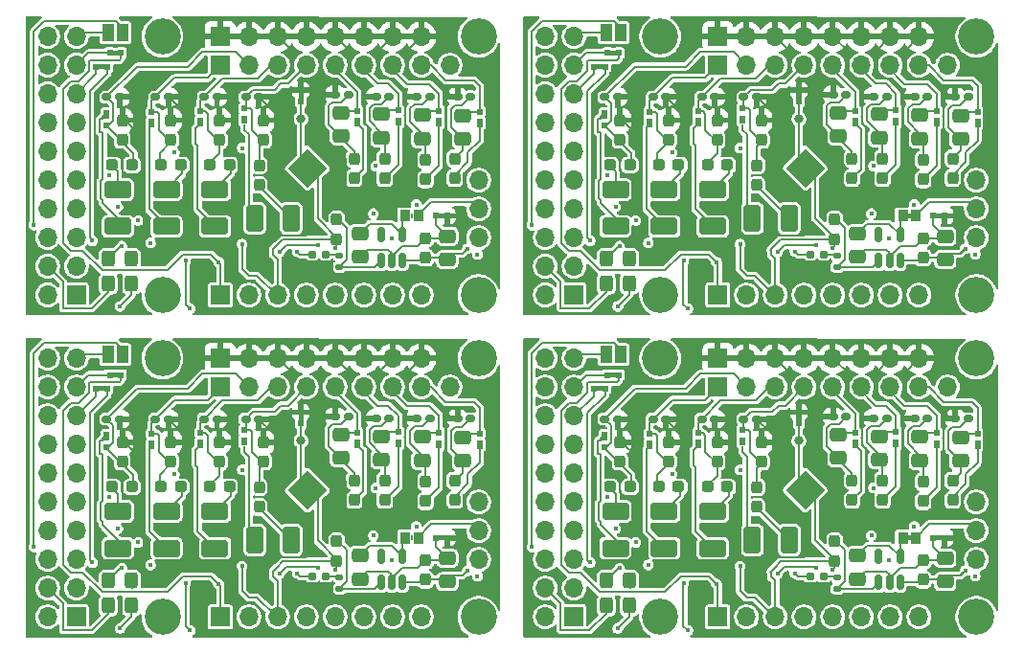
<source format=gbl>
G04 #@! TF.GenerationSoftware,KiCad,Pcbnew,9.0.4*
G04 #@! TF.CreationDate,2025-08-20T18:17:53-04:00*
G04 #@! TF.ProjectId,jlc_pcba,6a6c635f-7063-4626-912e-6b696361645f,rev?*
G04 #@! TF.SameCoordinates,Original*
G04 #@! TF.FileFunction,Copper,L4,Bot*
G04 #@! TF.FilePolarity,Positive*
%FSLAX46Y46*%
G04 Gerber Fmt 4.6, Leading zero omitted, Abs format (unit mm)*
G04 Created by KiCad (PCBNEW 9.0.4) date 2025-08-20 18:17:53*
%MOMM*%
%LPD*%
G01*
G04 APERTURE LIST*
G04 Aperture macros list*
%AMRoundRect*
0 Rectangle with rounded corners*
0 $1 Rounding radius*
0 $2 $3 $4 $5 $6 $7 $8 $9 X,Y pos of 4 corners*
0 Add a 4 corners polygon primitive as box body*
4,1,4,$2,$3,$4,$5,$6,$7,$8,$9,$2,$3,0*
0 Add four circle primitives for the rounded corners*
1,1,$1+$1,$2,$3*
1,1,$1+$1,$4,$5*
1,1,$1+$1,$6,$7*
1,1,$1+$1,$8,$9*
0 Add four rect primitives between the rounded corners*
20,1,$1+$1,$2,$3,$4,$5,0*
20,1,$1+$1,$4,$5,$6,$7,0*
20,1,$1+$1,$6,$7,$8,$9,0*
20,1,$1+$1,$8,$9,$2,$3,0*%
%AMRotRect*
0 Rectangle, with rotation*
0 The origin of the aperture is its center*
0 $1 length*
0 $2 width*
0 $3 Rotation angle, in degrees counterclockwise*
0 Add horizontal line*
21,1,$1,$2,0,0,$3*%
G04 Aperture macros list end*
G04 #@! TA.AperFunction,EtchedComponent*
%ADD10C,0.000000*%
G04 #@! TD*
G04 #@! TA.AperFunction,ComponentPad*
%ADD11C,0.500000*%
G04 #@! TD*
G04 #@! TA.AperFunction,SMDPad,CuDef*
%ADD12RotRect,2.450000X2.450000X45.000000*%
G04 #@! TD*
G04 #@! TA.AperFunction,ComponentPad*
%ADD13R,1.700000X1.700000*%
G04 #@! TD*
G04 #@! TA.AperFunction,ComponentPad*
%ADD14O,1.700000X1.700000*%
G04 #@! TD*
G04 #@! TA.AperFunction,ComponentPad*
%ADD15C,3.200000*%
G04 #@! TD*
G04 #@! TA.AperFunction,SMDPad,CuDef*
%ADD16RoundRect,0.250000X-0.325000X-0.450000X0.325000X-0.450000X0.325000X0.450000X-0.325000X0.450000X0*%
G04 #@! TD*
G04 #@! TA.AperFunction,SMDPad,CuDef*
%ADD17R,0.500000X0.500000*%
G04 #@! TD*
G04 #@! TA.AperFunction,SMDPad,CuDef*
%ADD18R,0.500000X0.550000*%
G04 #@! TD*
G04 #@! TA.AperFunction,ComponentPad*
%ADD19R,0.500000X0.500000*%
G04 #@! TD*
G04 #@! TA.AperFunction,SMDPad,CuDef*
%ADD20RoundRect,0.160000X0.222500X0.160000X-0.222500X0.160000X-0.222500X-0.160000X0.222500X-0.160000X0*%
G04 #@! TD*
G04 #@! TA.AperFunction,SMDPad,CuDef*
%ADD21RoundRect,0.160000X0.197500X0.160000X-0.197500X0.160000X-0.197500X-0.160000X0.197500X-0.160000X0*%
G04 #@! TD*
G04 #@! TA.AperFunction,SMDPad,CuDef*
%ADD22RoundRect,0.237500X-0.237500X0.300000X-0.237500X-0.300000X0.237500X-0.300000X0.237500X0.300000X0*%
G04 #@! TD*
G04 #@! TA.AperFunction,SMDPad,CuDef*
%ADD23RoundRect,0.250000X-0.475000X0.337500X-0.475000X-0.337500X0.475000X-0.337500X0.475000X0.337500X0*%
G04 #@! TD*
G04 #@! TA.AperFunction,SMDPad,CuDef*
%ADD24R,0.954000X1.000000*%
G04 #@! TD*
G04 #@! TA.AperFunction,SMDPad,CuDef*
%ADD25RoundRect,0.250001X0.924999X-0.499999X0.924999X0.499999X-0.924999X0.499999X-0.924999X-0.499999X0*%
G04 #@! TD*
G04 #@! TA.AperFunction,SMDPad,CuDef*
%ADD26RoundRect,0.160000X-0.222500X-0.160000X0.222500X-0.160000X0.222500X0.160000X-0.222500X0.160000X0*%
G04 #@! TD*
G04 #@! TA.AperFunction,SMDPad,CuDef*
%ADD27R,1.000000X1.500000*%
G04 #@! TD*
G04 #@! TA.AperFunction,SMDPad,CuDef*
%ADD28RoundRect,0.237500X-0.287500X-0.237500X0.287500X-0.237500X0.287500X0.237500X-0.287500X0.237500X0*%
G04 #@! TD*
G04 #@! TA.AperFunction,SMDPad,CuDef*
%ADD29RoundRect,0.237500X0.237500X-0.300000X0.237500X0.300000X-0.237500X0.300000X-0.237500X-0.300000X0*%
G04 #@! TD*
G04 #@! TA.AperFunction,SMDPad,CuDef*
%ADD30C,0.200000*%
G04 #@! TD*
G04 #@! TA.AperFunction,SMDPad,CuDef*
%ADD31RoundRect,0.237500X-0.237500X0.287500X-0.237500X-0.287500X0.237500X-0.287500X0.237500X0.287500X0*%
G04 #@! TD*
G04 #@! TA.AperFunction,SMDPad,CuDef*
%ADD32RoundRect,0.150000X0.150000X-0.512500X0.150000X0.512500X-0.150000X0.512500X-0.150000X-0.512500X0*%
G04 #@! TD*
G04 #@! TA.AperFunction,SMDPad,CuDef*
%ADD33R,0.508000X0.500000*%
G04 #@! TD*
G04 #@! TA.AperFunction,SMDPad,CuDef*
%ADD34R,0.508000X0.508000*%
G04 #@! TD*
G04 #@! TA.AperFunction,SMDPad,CuDef*
%ADD35RoundRect,0.250000X0.325000X0.450000X-0.325000X0.450000X-0.325000X-0.450000X0.325000X-0.450000X0*%
G04 #@! TD*
G04 #@! TA.AperFunction,SMDPad,CuDef*
%ADD36RoundRect,0.250001X-0.499999X-0.924999X0.499999X-0.924999X0.499999X0.924999X-0.499999X0.924999X0*%
G04 #@! TD*
G04 #@! TA.AperFunction,SMDPad,CuDef*
%ADD37R,0.500000X0.508000*%
G04 #@! TD*
G04 #@! TA.AperFunction,SMDPad,CuDef*
%ADD38RoundRect,0.250000X0.475000X-0.337500X0.475000X0.337500X-0.475000X0.337500X-0.475000X-0.337500X0*%
G04 #@! TD*
G04 #@! TA.AperFunction,SMDPad,CuDef*
%ADD39RoundRect,0.135000X0.185000X-0.135000X0.185000X0.135000X-0.185000X0.135000X-0.185000X-0.135000X0*%
G04 #@! TD*
G04 #@! TA.AperFunction,SMDPad,CuDef*
%ADD40RoundRect,0.237500X0.287500X0.237500X-0.287500X0.237500X-0.287500X-0.237500X0.287500X-0.237500X0*%
G04 #@! TD*
G04 #@! TA.AperFunction,ViaPad*
%ADD41C,0.450000*%
G04 #@! TD*
G04 #@! TA.AperFunction,ViaPad*
%ADD42C,0.800000*%
G04 #@! TD*
G04 #@! TA.AperFunction,Conductor*
%ADD43C,0.200000*%
G04 #@! TD*
G04 APERTURE END LIST*
D10*
G04 #@! TA.AperFunction,EtchedComponent*
G04 #@! TO.C,3V108*
G36*
X41292500Y-24855000D02*
G01*
X41042500Y-24855000D01*
X41042500Y-24455000D01*
X41292500Y-24455000D01*
X41292500Y-24855000D01*
G37*
G04 #@! TD.AperFunction*
G04 #@! TA.AperFunction,EtchedComponent*
G04 #@! TO.C,NT108*
G36*
X89997310Y-56226612D02*
G01*
X89679112Y-56544810D01*
X89537690Y-56403388D01*
X89855888Y-56085190D01*
X89997310Y-56226612D01*
G37*
G04 #@! TD.AperFunction*
G04 #@! TA.AperFunction,EtchedComponent*
G04 #@! TO.C,GND108*
G36*
X31596500Y-42794000D02*
G01*
X31138500Y-42794000D01*
X31138500Y-42219000D01*
X31596500Y-42219000D01*
X31596500Y-42794000D01*
G37*
G04 #@! TD.AperFunction*
G04 #@! TA.AperFunction,EtchedComponent*
G36*
X75596500Y-42794000D02*
G01*
X75138500Y-42794000D01*
X75138500Y-42219000D01*
X75596500Y-42219000D01*
X75596500Y-42794000D01*
G37*
G04 #@! TD.AperFunction*
G04 #@! TA.AperFunction,EtchedComponent*
G04 #@! TO.C,G119*
G36*
X44046500Y-24426000D02*
G01*
X43471500Y-24426000D01*
X43471500Y-24884000D01*
X44046500Y-24884000D01*
X44046500Y-24426000D01*
G37*
G04 #@! TD.AperFunction*
G04 #@! TA.AperFunction,EtchedComponent*
G04 #@! TO.C,SCL108*
G36*
X58688500Y-38944000D02*
G01*
X59263500Y-38944000D01*
X59263500Y-38486000D01*
X58688500Y-38486000D01*
X58688500Y-38944000D01*
G37*
G04 #@! TD.AperFunction*
G04 #@! TA.AperFunction,EtchedComponent*
G04 #@! TO.C,3V108*
G36*
X85292500Y-24855000D02*
G01*
X85042500Y-24855000D01*
X85042500Y-24455000D01*
X85292500Y-24455000D01*
X85292500Y-24855000D01*
G37*
G04 #@! TD.AperFunction*
G04 #@! TA.AperFunction,EtchedComponent*
G04 #@! TO.C,SDA108*
G36*
X57488500Y-40144000D02*
G01*
X58063500Y-40144000D01*
X58063500Y-39686000D01*
X57488500Y-39686000D01*
X57488500Y-40144000D01*
G37*
G04 #@! TD.AperFunction*
G04 #@! TA.AperFunction,EtchedComponent*
G04 #@! TO.C,G119*
G36*
X88046500Y-52886000D02*
G01*
X87471500Y-52886000D01*
X87471500Y-53344000D01*
X88046500Y-53344000D01*
X88046500Y-52886000D01*
G37*
G04 #@! TD.AperFunction*
G04 #@! TA.AperFunction,EtchedComponent*
G04 #@! TO.C,SDA108*
G36*
X13488500Y-40144000D02*
G01*
X14063500Y-40144000D01*
X14063500Y-39686000D01*
X13488500Y-39686000D01*
X13488500Y-40144000D01*
G37*
G04 #@! TD.AperFunction*
G04 #@! TA.AperFunction,EtchedComponent*
G04 #@! TO.C,NT108*
G36*
X45997310Y-56226612D02*
G01*
X45679112Y-56544810D01*
X45537690Y-56403388D01*
X45855888Y-56085190D01*
X45997310Y-56226612D01*
G37*
G04 #@! TD.AperFunction*
G04 #@! TA.AperFunction,EtchedComponent*
G36*
X89997310Y-27766612D02*
G01*
X89679112Y-28084810D01*
X89537690Y-27943388D01*
X89855888Y-27625190D01*
X89997310Y-27766612D01*
G37*
G04 #@! TD.AperFunction*
G04 #@! TA.AperFunction,EtchedComponent*
G04 #@! TO.C,SCL108*
G36*
X14688500Y-10484000D02*
G01*
X15263500Y-10484000D01*
X15263500Y-10026000D01*
X14688500Y-10026000D01*
X14688500Y-10484000D01*
G37*
G04 #@! TD.AperFunction*
G04 #@! TA.AperFunction,EtchedComponent*
G04 #@! TO.C,GND108*
G36*
X31596500Y-14334000D02*
G01*
X31138500Y-14334000D01*
X31138500Y-13759000D01*
X31596500Y-13759000D01*
X31596500Y-14334000D01*
G37*
G04 #@! TD.AperFunction*
G04 #@! TA.AperFunction,EtchedComponent*
G04 #@! TO.C,SCL108*
G36*
X58688500Y-10484000D02*
G01*
X59263500Y-10484000D01*
X59263500Y-10026000D01*
X58688500Y-10026000D01*
X58688500Y-10484000D01*
G37*
G04 #@! TD.AperFunction*
G04 #@! TA.AperFunction,EtchedComponent*
G04 #@! TO.C,NT108*
G36*
X45997310Y-27766612D02*
G01*
X45679112Y-28084810D01*
X45537690Y-27943388D01*
X45855888Y-27625190D01*
X45997310Y-27766612D01*
G37*
G04 #@! TD.AperFunction*
G04 #@! TA.AperFunction,EtchedComponent*
G04 #@! TO.C,SDA108*
G36*
X57488500Y-11684000D02*
G01*
X58063500Y-11684000D01*
X58063500Y-11226000D01*
X57488500Y-11226000D01*
X57488500Y-11684000D01*
G37*
G04 #@! TD.AperFunction*
G04 #@! TA.AperFunction,EtchedComponent*
G04 #@! TO.C,3V108*
G36*
X41292500Y-53315000D02*
G01*
X41042500Y-53315000D01*
X41042500Y-52915000D01*
X41292500Y-52915000D01*
X41292500Y-53315000D01*
G37*
G04 #@! TD.AperFunction*
G04 #@! TA.AperFunction,EtchedComponent*
G04 #@! TO.C,GND108*
G36*
X75596500Y-14334000D02*
G01*
X75138500Y-14334000D01*
X75138500Y-13759000D01*
X75596500Y-13759000D01*
X75596500Y-14334000D01*
G37*
G04 #@! TD.AperFunction*
G04 #@! TA.AperFunction,EtchedComponent*
G04 #@! TO.C,G119*
G36*
X88046500Y-24426000D02*
G01*
X87471500Y-24426000D01*
X87471500Y-24884000D01*
X88046500Y-24884000D01*
X88046500Y-24426000D01*
G37*
G04 #@! TD.AperFunction*
G04 #@! TA.AperFunction,EtchedComponent*
G04 #@! TO.C,SDA108*
G36*
X13488500Y-11684000D02*
G01*
X14063500Y-11684000D01*
X14063500Y-11226000D01*
X13488500Y-11226000D01*
X13488500Y-11684000D01*
G37*
G04 #@! TD.AperFunction*
G04 #@! TA.AperFunction,EtchedComponent*
G04 #@! TO.C,3V108*
G36*
X85292500Y-53315000D02*
G01*
X85042500Y-53315000D01*
X85042500Y-52915000D01*
X85292500Y-52915000D01*
X85292500Y-53315000D01*
G37*
G04 #@! TD.AperFunction*
G04 #@! TA.AperFunction,EtchedComponent*
G04 #@! TO.C,G119*
G36*
X44046500Y-52886000D02*
G01*
X43471500Y-52886000D01*
X43471500Y-53344000D01*
X44046500Y-53344000D01*
X44046500Y-52886000D01*
G37*
G04 #@! TD.AperFunction*
G04 #@! TA.AperFunction,EtchedComponent*
G04 #@! TO.C,SCL108*
G36*
X14688500Y-38944000D02*
G01*
X15263500Y-38944000D01*
X15263500Y-38486000D01*
X14688500Y-38486000D01*
X14688500Y-38944000D01*
G37*
G04 #@! TD.AperFunction*
G04 #@! TD*
D11*
G04 #@! TO.P,G109,1,1*
G04 #@! TO.N,Board_1-Earth*
X65367500Y-26255000D03*
G04 #@! TD*
G04 #@! TO.P,G116,1,1*
G04 #@! TO.N,Board_1-Earth*
X92067500Y-19255000D03*
G04 #@! TD*
G04 #@! TO.P,G115,1,1*
G04 #@! TO.N,Board_1-Earth*
X71167500Y-28855000D03*
G04 #@! TD*
G04 #@! TO.P,G111,1,1*
G04 #@! TO.N,Board_1-Earth*
X58167500Y-27255000D03*
G04 #@! TD*
G04 #@! TO.P,G112,1,1*
G04 #@! TO.N,Board_0-Earth*
X40567500Y-23055000D03*
G04 #@! TD*
G04 #@! TO.P,TAC5212,25,VSS*
G04 #@! TO.N,Board_1-GNDD*
X75441558Y-20935489D03*
X75441558Y-19945539D03*
X75936533Y-20440514D03*
D12*
X75936533Y-20440514D03*
D11*
X76431508Y-20935489D03*
X76431508Y-19945539D03*
G04 #@! TD*
G04 #@! TO.P,G116,1,1*
G04 #@! TO.N,Board_2-Earth*
X48067500Y-47715000D03*
G04 #@! TD*
G04 #@! TO.P,G114,1,1*
G04 #@! TO.N,Board_3-Earth*
X89167500Y-53115000D03*
G04 #@! TD*
G04 #@! TO.P,G113,1,1*
G04 #@! TO.N,Board_2-Earth*
X24367500Y-55915000D03*
G04 #@! TD*
D13*
G04 #@! TO.P,board_outline108,1,HELD_HIGH*
G04 #@! TO.N,Board_2-EN_HELD_HIGH*
X11505000Y-60115000D03*
D14*
G04 #@! TO.P,board_outline108,2,HELD_LOW*
G04 #@! TO.N,Board_2-unconnected-(board_outline108-HELD_LOW-Pad2)*
X8965000Y-60115000D03*
G04 #@! TO.P,board_outline108,3,5V*
G04 #@! TO.N,Board_2-Net-(5V108-Pad2)*
X11505000Y-57575000D03*
G04 #@! TO.P,board_outline108,4,GNDD*
G04 #@! TO.N,Board_2-3.3v_IDE*
X8965000Y-57575000D03*
G04 #@! TO.P,board_outline108,5,12V*
G04 #@! TO.N,Board_2-unconnected-(board_outline108-12V-Pad5)*
X11505000Y-55035000D03*
G04 #@! TO.P,board_outline108,6,GNDD*
G04 #@! TO.N,Board_2-GNDD*
X8965000Y-55035000D03*
G04 #@! TO.P,board_outline108,7,DSP_DOUT*
G04 #@! TO.N,Board_2-5212_DIN1*
X11505000Y-52495000D03*
G04 #@! TO.P,board_outline108,8,GNDD*
G04 #@! TO.N,Board_2-GNDD*
X8965000Y-52495000D03*
G04 #@! TO.P,board_outline108,9,DSP_DIN*
G04 #@! TO.N,Board_2-5212_DOUT1+*
X11505000Y-49955000D03*
G04 #@! TO.P,board_outline108,10,GNDD*
G04 #@! TO.N,Board_2-GNDD*
X8965000Y-49955000D03*
G04 #@! TO.P,board_outline108,11,BCLK*
G04 #@! TO.N,Board_2-5212_BCLK1*
X11505000Y-47415000D03*
G04 #@! TO.P,board_outline108,12,GNDD*
G04 #@! TO.N,Board_2-GNDD*
X8965000Y-47415000D03*
G04 #@! TO.P,board_outline108,13,LRCK*
G04 #@! TO.N,Board_2-5212_LRCK1*
X11505000Y-44875000D03*
G04 #@! TO.P,board_outline108,14,GNDD*
G04 #@! TO.N,Board_2-GNDD*
X8965000Y-44875000D03*
G04 #@! TO.P,board_outline108,15,SDA*
G04 #@! TO.N,Board_2-DSP_SDA*
X11505000Y-42335000D03*
G04 #@! TO.P,board_outline108,16,GNDD*
G04 #@! TO.N,Board_2-GNDD*
X8965000Y-42335000D03*
G04 #@! TO.P,board_outline108,17,SCL*
G04 #@! TO.N,Board_2-DSP_SCL*
X11505000Y-39795000D03*
G04 #@! TO.P,board_outline108,18,GNDD*
G04 #@! TO.N,Board_2-GNDD*
X8965000Y-39795000D03*
G04 #@! TO.P,board_outline108,19,MCLK*
G04 #@! TO.N,Board_2-5212_MCLK1*
X11505000Y-37255000D03*
G04 #@! TO.P,board_outline108,20,GNDD*
G04 #@! TO.N,Board_2-GNDD*
X8965000Y-37255000D03*
D13*
G04 #@! TO.P,board_outline108,21,OUTP*
G04 #@! TO.N,Board_2-OUT1P+*
X24215000Y-39800000D03*
G04 #@! TO.P,board_outline108,22,AGND*
G04 #@! TO.N,Board_2-Earth*
X24215000Y-37260000D03*
D14*
G04 #@! TO.P,board_outline108,23,OUT1M*
G04 #@! TO.N,Board_2-OUT1M+*
X26755000Y-39800000D03*
G04 #@! TO.P,board_outline108,24,AGND*
G04 #@! TO.N,Board_2-Earth*
X26755000Y-37260000D03*
G04 #@! TO.P,board_outline108,25,OUT2P*
G04 #@! TO.N,Board_2-OUT2P+*
X29295000Y-39800000D03*
G04 #@! TO.P,board_outline108,26,AGND*
G04 #@! TO.N,Board_2-Earth*
X29295000Y-37260000D03*
G04 #@! TO.P,board_outline108,27,OUT2M*
G04 #@! TO.N,Board_2-OUT2M+*
X31835000Y-39800000D03*
G04 #@! TO.P,board_outline108,28,AGND*
G04 #@! TO.N,Board_2-Earth*
X31835000Y-37260000D03*
G04 #@! TO.P,board_outline108,29,IN1P*
G04 #@! TO.N,Board_2-IN1P+*
X34375000Y-39800000D03*
G04 #@! TO.P,board_outline108,30,AGND*
G04 #@! TO.N,Board_2-Earth*
X34375000Y-37260000D03*
G04 #@! TO.P,board_outline108,31,IN1M*
G04 #@! TO.N,Board_2-IN1M+*
X36915000Y-39800000D03*
G04 #@! TO.P,board_outline108,32,AGND*
G04 #@! TO.N,Board_2-Earth*
X36915000Y-37260000D03*
G04 #@! TO.P,board_outline108,33,IN2P*
G04 #@! TO.N,Board_2-IN2P+*
X39455000Y-39800000D03*
G04 #@! TO.P,board_outline108,34,AGND*
G04 #@! TO.N,Board_2-Earth*
X39455000Y-37260000D03*
G04 #@! TO.P,board_outline108,35,IN2M*
G04 #@! TO.N,Board_2-IN2M+*
X41995000Y-39800000D03*
G04 #@! TO.P,board_outline108,36,AGND*
G04 #@! TO.N,Board_2-Earth*
X41995000Y-37260000D03*
D13*
G04 #@! TO.P,board_outline108,37,SCL*
G04 #@! TO.N,Board_2-5212_SCL*
X24215000Y-60120000D03*
D14*
G04 #@! TO.P,board_outline108,38,SDA*
G04 #@! TO.N,Board_2-5212_SDA*
X26755000Y-60120000D03*
G04 #@! TO.P,board_outline108,39,GNDD*
G04 #@! TO.N,Board_2-GNDD*
X29295000Y-60120000D03*
G04 #@! TO.P,board_outline108,40,GPIO1*
G04 #@! TO.N,Board_2-GPIO1*
X31835000Y-60120000D03*
G04 #@! TO.P,board_outline108,41,GPIO2*
G04 #@! TO.N,Board_2-GPIO2*
X34375000Y-60120000D03*
G04 #@! TO.P,board_outline108,42,GPO1*
G04 #@! TO.N,Board_2-GPO1*
X36915000Y-60120000D03*
G04 #@! TO.P,board_outline108,43,GPI1*
G04 #@! TO.N,Board_2-GPI1*
X39455000Y-60120000D03*
G04 #@! TO.P,board_outline108,44,GNDD*
G04 #@! TO.N,Board_2-GNDD*
X41995000Y-60120000D03*
G04 #@! TO.P,board_outline108,45,5V*
G04 #@! TO.N,Board_2-5V*
X47060000Y-55040000D03*
G04 #@! TO.P,board_outline108,46,3.3V*
G04 #@! TO.N,Board_2-3.3V_LDO*
X47060000Y-52500000D03*
G04 #@! TO.P,board_outline108,47,GNDD*
G04 #@! TO.N,Board_2-GNDD*
X47060000Y-49960000D03*
G04 #@! TO.P,board_outline108,48,MIC_BIAS*
G04 #@! TO.N,Board_2-MICBIAS*
X44520000Y-39800000D03*
D15*
G04 #@! TO.P,board_outline108,49,AGND*
G04 #@! TO.N,Board_2-Net-(E108-Pad2)*
X19120000Y-37260000D03*
G04 #@! TO.P,board_outline108,50,AGND*
G04 #@! TO.N,Board_2-Net-(E109-Pad2)*
X47060000Y-37260000D03*
G04 #@! TO.P,board_outline108,51,DGND*
G04 #@! TO.N,Board_2-Net-(G117-Pad1)*
X19120000Y-60120000D03*
G04 #@! TO.P,board_outline108,52,DGND*
G04 #@! TO.N,Board_2-Net-(G118-Pad1)*
X47060000Y-60120000D03*
G04 #@! TD*
D11*
G04 #@! TO.P,G109,1,1*
G04 #@! TO.N,Board_0-Earth*
X21367500Y-26255000D03*
G04 #@! TD*
G04 #@! TO.P,G111,1,1*
G04 #@! TO.N,Board_0-Earth*
X14167500Y-27255000D03*
G04 #@! TD*
G04 #@! TO.P,G112,1,1*
G04 #@! TO.N,Board_3-Earth*
X84567500Y-51515000D03*
G04 #@! TD*
G04 #@! TO.P,G112,1,1*
G04 #@! TO.N,Board_2-Earth*
X40567500Y-51515000D03*
G04 #@! TD*
G04 #@! TO.P,G114,1,1*
G04 #@! TO.N,Board_2-Earth*
X45167500Y-53115000D03*
G04 #@! TD*
G04 #@! TO.P,TAC5212,25,VSS*
G04 #@! TO.N,Board_2-GNDD*
X31441558Y-49395489D03*
X31441558Y-48405539D03*
X31936533Y-48900514D03*
D12*
X31936533Y-48900514D03*
D11*
X32431508Y-49395489D03*
X32431508Y-48405539D03*
G04 #@! TD*
G04 #@! TO.P,G109,1,1*
G04 #@! TO.N,Board_3-Earth*
X65367500Y-54715000D03*
G04 #@! TD*
G04 #@! TO.P,G113,1,1*
G04 #@! TO.N,Board_3-Earth*
X68367500Y-55915000D03*
G04 #@! TD*
G04 #@! TO.P,G115,1,1*
G04 #@! TO.N,Board_0-Earth*
X27167500Y-28855000D03*
G04 #@! TD*
G04 #@! TO.P,G112,1,1*
G04 #@! TO.N,Board_1-Earth*
X84567500Y-23055000D03*
G04 #@! TD*
G04 #@! TO.P,TAC5212,25,VSS*
G04 #@! TO.N,Board_0-GNDD*
X31441558Y-20935489D03*
X31441558Y-19945539D03*
X31936533Y-20440514D03*
D12*
X31936533Y-20440514D03*
D11*
X32431508Y-20935489D03*
X32431508Y-19945539D03*
G04 #@! TD*
G04 #@! TO.P,G108,1,1*
G04 #@! TO.N,Board_3-Earth*
X81967500Y-52015000D03*
G04 #@! TD*
G04 #@! TO.P,G110,1,1*
G04 #@! TO.N,Board_0-Earth*
X39267500Y-23055000D03*
G04 #@! TD*
G04 #@! TO.P,G115,1,1*
G04 #@! TO.N,Board_2-Earth*
X27167500Y-57315000D03*
G04 #@! TD*
G04 #@! TO.P,G116,1,1*
G04 #@! TO.N,Board_3-Earth*
X92067500Y-47715000D03*
G04 #@! TD*
D13*
G04 #@! TO.P,board_outline108,1,HELD_HIGH*
G04 #@! TO.N,Board_0-EN_HELD_HIGH*
X11505000Y-31655000D03*
D14*
G04 #@! TO.P,board_outline108,2,HELD_LOW*
G04 #@! TO.N,Board_0-unconnected-(board_outline108-HELD_LOW-Pad2)*
X8965000Y-31655000D03*
G04 #@! TO.P,board_outline108,3,5V*
G04 #@! TO.N,Board_0-Net-(5V108-Pad2)*
X11505000Y-29115000D03*
G04 #@! TO.P,board_outline108,4,GNDD*
G04 #@! TO.N,Board_0-3.3v_IDE*
X8965000Y-29115000D03*
G04 #@! TO.P,board_outline108,5,12V*
G04 #@! TO.N,Board_0-unconnected-(board_outline108-12V-Pad5)*
X11505000Y-26575000D03*
G04 #@! TO.P,board_outline108,6,GNDD*
G04 #@! TO.N,Board_0-GNDD*
X8965000Y-26575000D03*
G04 #@! TO.P,board_outline108,7,DSP_DOUT*
G04 #@! TO.N,Board_0-5212_DIN1*
X11505000Y-24035000D03*
G04 #@! TO.P,board_outline108,8,GNDD*
G04 #@! TO.N,Board_0-GNDD*
X8965000Y-24035000D03*
G04 #@! TO.P,board_outline108,9,DSP_DIN*
G04 #@! TO.N,Board_0-5212_DOUT1+*
X11505000Y-21495000D03*
G04 #@! TO.P,board_outline108,10,GNDD*
G04 #@! TO.N,Board_0-GNDD*
X8965000Y-21495000D03*
G04 #@! TO.P,board_outline108,11,BCLK*
G04 #@! TO.N,Board_0-5212_BCLK1*
X11505000Y-18955000D03*
G04 #@! TO.P,board_outline108,12,GNDD*
G04 #@! TO.N,Board_0-GNDD*
X8965000Y-18955000D03*
G04 #@! TO.P,board_outline108,13,LRCK*
G04 #@! TO.N,Board_0-5212_LRCK1*
X11505000Y-16415000D03*
G04 #@! TO.P,board_outline108,14,GNDD*
G04 #@! TO.N,Board_0-GNDD*
X8965000Y-16415000D03*
G04 #@! TO.P,board_outline108,15,SDA*
G04 #@! TO.N,Board_0-DSP_SDA*
X11505000Y-13875000D03*
G04 #@! TO.P,board_outline108,16,GNDD*
G04 #@! TO.N,Board_0-GNDD*
X8965000Y-13875000D03*
G04 #@! TO.P,board_outline108,17,SCL*
G04 #@! TO.N,Board_0-DSP_SCL*
X11505000Y-11335000D03*
G04 #@! TO.P,board_outline108,18,GNDD*
G04 #@! TO.N,Board_0-GNDD*
X8965000Y-11335000D03*
G04 #@! TO.P,board_outline108,19,MCLK*
G04 #@! TO.N,Board_0-5212_MCLK1*
X11505000Y-8795000D03*
G04 #@! TO.P,board_outline108,20,GNDD*
G04 #@! TO.N,Board_0-GNDD*
X8965000Y-8795000D03*
D13*
G04 #@! TO.P,board_outline108,21,OUTP*
G04 #@! TO.N,Board_0-OUT1P+*
X24215000Y-11340000D03*
G04 #@! TO.P,board_outline108,22,AGND*
G04 #@! TO.N,Board_0-Earth*
X24215000Y-8800000D03*
D14*
G04 #@! TO.P,board_outline108,23,OUT1M*
G04 #@! TO.N,Board_0-OUT1M+*
X26755000Y-11340000D03*
G04 #@! TO.P,board_outline108,24,AGND*
G04 #@! TO.N,Board_0-Earth*
X26755000Y-8800000D03*
G04 #@! TO.P,board_outline108,25,OUT2P*
G04 #@! TO.N,Board_0-OUT2P+*
X29295000Y-11340000D03*
G04 #@! TO.P,board_outline108,26,AGND*
G04 #@! TO.N,Board_0-Earth*
X29295000Y-8800000D03*
G04 #@! TO.P,board_outline108,27,OUT2M*
G04 #@! TO.N,Board_0-OUT2M+*
X31835000Y-11340000D03*
G04 #@! TO.P,board_outline108,28,AGND*
G04 #@! TO.N,Board_0-Earth*
X31835000Y-8800000D03*
G04 #@! TO.P,board_outline108,29,IN1P*
G04 #@! TO.N,Board_0-IN1P+*
X34375000Y-11340000D03*
G04 #@! TO.P,board_outline108,30,AGND*
G04 #@! TO.N,Board_0-Earth*
X34375000Y-8800000D03*
G04 #@! TO.P,board_outline108,31,IN1M*
G04 #@! TO.N,Board_0-IN1M+*
X36915000Y-11340000D03*
G04 #@! TO.P,board_outline108,32,AGND*
G04 #@! TO.N,Board_0-Earth*
X36915000Y-8800000D03*
G04 #@! TO.P,board_outline108,33,IN2P*
G04 #@! TO.N,Board_0-IN2P+*
X39455000Y-11340000D03*
G04 #@! TO.P,board_outline108,34,AGND*
G04 #@! TO.N,Board_0-Earth*
X39455000Y-8800000D03*
G04 #@! TO.P,board_outline108,35,IN2M*
G04 #@! TO.N,Board_0-IN2M+*
X41995000Y-11340000D03*
G04 #@! TO.P,board_outline108,36,AGND*
G04 #@! TO.N,Board_0-Earth*
X41995000Y-8800000D03*
D13*
G04 #@! TO.P,board_outline108,37,SCL*
G04 #@! TO.N,Board_0-5212_SCL*
X24215000Y-31660000D03*
D14*
G04 #@! TO.P,board_outline108,38,SDA*
G04 #@! TO.N,Board_0-5212_SDA*
X26755000Y-31660000D03*
G04 #@! TO.P,board_outline108,39,GNDD*
G04 #@! TO.N,Board_0-GNDD*
X29295000Y-31660000D03*
G04 #@! TO.P,board_outline108,40,GPIO1*
G04 #@! TO.N,Board_0-GPIO1*
X31835000Y-31660000D03*
G04 #@! TO.P,board_outline108,41,GPIO2*
G04 #@! TO.N,Board_0-GPIO2*
X34375000Y-31660000D03*
G04 #@! TO.P,board_outline108,42,GPO1*
G04 #@! TO.N,Board_0-GPO1*
X36915000Y-31660000D03*
G04 #@! TO.P,board_outline108,43,GPI1*
G04 #@! TO.N,Board_0-GPI1*
X39455000Y-31660000D03*
G04 #@! TO.P,board_outline108,44,GNDD*
G04 #@! TO.N,Board_0-GNDD*
X41995000Y-31660000D03*
G04 #@! TO.P,board_outline108,45,5V*
G04 #@! TO.N,Board_0-5V*
X47060000Y-26580000D03*
G04 #@! TO.P,board_outline108,46,3.3V*
G04 #@! TO.N,Board_0-3.3V_LDO*
X47060000Y-24040000D03*
G04 #@! TO.P,board_outline108,47,GNDD*
G04 #@! TO.N,Board_0-GNDD*
X47060000Y-21500000D03*
G04 #@! TO.P,board_outline108,48,MIC_BIAS*
G04 #@! TO.N,Board_0-MICBIAS*
X44520000Y-11340000D03*
D15*
G04 #@! TO.P,board_outline108,49,AGND*
G04 #@! TO.N,Board_0-Net-(E108-Pad2)*
X19120000Y-8800000D03*
G04 #@! TO.P,board_outline108,50,AGND*
G04 #@! TO.N,Board_0-Net-(E109-Pad2)*
X47060000Y-8800000D03*
G04 #@! TO.P,board_outline108,51,DGND*
G04 #@! TO.N,Board_0-Net-(G117-Pad1)*
X19120000Y-31660000D03*
G04 #@! TO.P,board_outline108,52,DGND*
G04 #@! TO.N,Board_0-Net-(G118-Pad1)*
X47060000Y-31660000D03*
G04 #@! TD*
D11*
G04 #@! TO.P,G113,1,1*
G04 #@! TO.N,Board_1-Earth*
X68367500Y-27455000D03*
G04 #@! TD*
G04 #@! TO.P,G114,1,1*
G04 #@! TO.N,Board_0-Earth*
X45167500Y-24655000D03*
G04 #@! TD*
G04 #@! TO.P,G115,1,1*
G04 #@! TO.N,Board_3-Earth*
X71167500Y-57315000D03*
G04 #@! TD*
G04 #@! TO.P,G109,1,1*
G04 #@! TO.N,Board_2-Earth*
X21367500Y-54715000D03*
G04 #@! TD*
G04 #@! TO.P,G110,1,1*
G04 #@! TO.N,Board_1-Earth*
X83267500Y-23055000D03*
G04 #@! TD*
D13*
G04 #@! TO.P,board_outline108,1,HELD_HIGH*
G04 #@! TO.N,Board_3-EN_HELD_HIGH*
X55505000Y-60115000D03*
D14*
G04 #@! TO.P,board_outline108,2,HELD_LOW*
G04 #@! TO.N,Board_3-unconnected-(board_outline108-HELD_LOW-Pad2)*
X52965000Y-60115000D03*
G04 #@! TO.P,board_outline108,3,5V*
G04 #@! TO.N,Board_3-Net-(5V108-Pad2)*
X55505000Y-57575000D03*
G04 #@! TO.P,board_outline108,4,GNDD*
G04 #@! TO.N,Board_3-3.3v_IDE*
X52965000Y-57575000D03*
G04 #@! TO.P,board_outline108,5,12V*
G04 #@! TO.N,Board_3-unconnected-(board_outline108-12V-Pad5)*
X55505000Y-55035000D03*
G04 #@! TO.P,board_outline108,6,GNDD*
G04 #@! TO.N,Board_3-GNDD*
X52965000Y-55035000D03*
G04 #@! TO.P,board_outline108,7,DSP_DOUT*
G04 #@! TO.N,Board_3-5212_DIN1*
X55505000Y-52495000D03*
G04 #@! TO.P,board_outline108,8,GNDD*
G04 #@! TO.N,Board_3-GNDD*
X52965000Y-52495000D03*
G04 #@! TO.P,board_outline108,9,DSP_DIN*
G04 #@! TO.N,Board_3-5212_DOUT1+*
X55505000Y-49955000D03*
G04 #@! TO.P,board_outline108,10,GNDD*
G04 #@! TO.N,Board_3-GNDD*
X52965000Y-49955000D03*
G04 #@! TO.P,board_outline108,11,BCLK*
G04 #@! TO.N,Board_3-5212_BCLK1*
X55505000Y-47415000D03*
G04 #@! TO.P,board_outline108,12,GNDD*
G04 #@! TO.N,Board_3-GNDD*
X52965000Y-47415000D03*
G04 #@! TO.P,board_outline108,13,LRCK*
G04 #@! TO.N,Board_3-5212_LRCK1*
X55505000Y-44875000D03*
G04 #@! TO.P,board_outline108,14,GNDD*
G04 #@! TO.N,Board_3-GNDD*
X52965000Y-44875000D03*
G04 #@! TO.P,board_outline108,15,SDA*
G04 #@! TO.N,Board_3-DSP_SDA*
X55505000Y-42335000D03*
G04 #@! TO.P,board_outline108,16,GNDD*
G04 #@! TO.N,Board_3-GNDD*
X52965000Y-42335000D03*
G04 #@! TO.P,board_outline108,17,SCL*
G04 #@! TO.N,Board_3-DSP_SCL*
X55505000Y-39795000D03*
G04 #@! TO.P,board_outline108,18,GNDD*
G04 #@! TO.N,Board_3-GNDD*
X52965000Y-39795000D03*
G04 #@! TO.P,board_outline108,19,MCLK*
G04 #@! TO.N,Board_3-5212_MCLK1*
X55505000Y-37255000D03*
G04 #@! TO.P,board_outline108,20,GNDD*
G04 #@! TO.N,Board_3-GNDD*
X52965000Y-37255000D03*
D13*
G04 #@! TO.P,board_outline108,21,OUTP*
G04 #@! TO.N,Board_3-OUT1P+*
X68215000Y-39800000D03*
G04 #@! TO.P,board_outline108,22,AGND*
G04 #@! TO.N,Board_3-Earth*
X68215000Y-37260000D03*
D14*
G04 #@! TO.P,board_outline108,23,OUT1M*
G04 #@! TO.N,Board_3-OUT1M+*
X70755000Y-39800000D03*
G04 #@! TO.P,board_outline108,24,AGND*
G04 #@! TO.N,Board_3-Earth*
X70755000Y-37260000D03*
G04 #@! TO.P,board_outline108,25,OUT2P*
G04 #@! TO.N,Board_3-OUT2P+*
X73295000Y-39800000D03*
G04 #@! TO.P,board_outline108,26,AGND*
G04 #@! TO.N,Board_3-Earth*
X73295000Y-37260000D03*
G04 #@! TO.P,board_outline108,27,OUT2M*
G04 #@! TO.N,Board_3-OUT2M+*
X75835000Y-39800000D03*
G04 #@! TO.P,board_outline108,28,AGND*
G04 #@! TO.N,Board_3-Earth*
X75835000Y-37260000D03*
G04 #@! TO.P,board_outline108,29,IN1P*
G04 #@! TO.N,Board_3-IN1P+*
X78375000Y-39800000D03*
G04 #@! TO.P,board_outline108,30,AGND*
G04 #@! TO.N,Board_3-Earth*
X78375000Y-37260000D03*
G04 #@! TO.P,board_outline108,31,IN1M*
G04 #@! TO.N,Board_3-IN1M+*
X80915000Y-39800000D03*
G04 #@! TO.P,board_outline108,32,AGND*
G04 #@! TO.N,Board_3-Earth*
X80915000Y-37260000D03*
G04 #@! TO.P,board_outline108,33,IN2P*
G04 #@! TO.N,Board_3-IN2P+*
X83455000Y-39800000D03*
G04 #@! TO.P,board_outline108,34,AGND*
G04 #@! TO.N,Board_3-Earth*
X83455000Y-37260000D03*
G04 #@! TO.P,board_outline108,35,IN2M*
G04 #@! TO.N,Board_3-IN2M+*
X85995000Y-39800000D03*
G04 #@! TO.P,board_outline108,36,AGND*
G04 #@! TO.N,Board_3-Earth*
X85995000Y-37260000D03*
D13*
G04 #@! TO.P,board_outline108,37,SCL*
G04 #@! TO.N,Board_3-5212_SCL*
X68215000Y-60120000D03*
D14*
G04 #@! TO.P,board_outline108,38,SDA*
G04 #@! TO.N,Board_3-5212_SDA*
X70755000Y-60120000D03*
G04 #@! TO.P,board_outline108,39,GNDD*
G04 #@! TO.N,Board_3-GNDD*
X73295000Y-60120000D03*
G04 #@! TO.P,board_outline108,40,GPIO1*
G04 #@! TO.N,Board_3-GPIO1*
X75835000Y-60120000D03*
G04 #@! TO.P,board_outline108,41,GPIO2*
G04 #@! TO.N,Board_3-GPIO2*
X78375000Y-60120000D03*
G04 #@! TO.P,board_outline108,42,GPO1*
G04 #@! TO.N,Board_3-GPO1*
X80915000Y-60120000D03*
G04 #@! TO.P,board_outline108,43,GPI1*
G04 #@! TO.N,Board_3-GPI1*
X83455000Y-60120000D03*
G04 #@! TO.P,board_outline108,44,GNDD*
G04 #@! TO.N,Board_3-GNDD*
X85995000Y-60120000D03*
G04 #@! TO.P,board_outline108,45,5V*
G04 #@! TO.N,Board_3-5V*
X91060000Y-55040000D03*
G04 #@! TO.P,board_outline108,46,3.3V*
G04 #@! TO.N,Board_3-3.3V_LDO*
X91060000Y-52500000D03*
G04 #@! TO.P,board_outline108,47,GNDD*
G04 #@! TO.N,Board_3-GNDD*
X91060000Y-49960000D03*
G04 #@! TO.P,board_outline108,48,MIC_BIAS*
G04 #@! TO.N,Board_3-MICBIAS*
X88520000Y-39800000D03*
D15*
G04 #@! TO.P,board_outline108,49,AGND*
G04 #@! TO.N,Board_3-Net-(E108-Pad2)*
X63120000Y-37260000D03*
G04 #@! TO.P,board_outline108,50,AGND*
G04 #@! TO.N,Board_3-Net-(E109-Pad2)*
X91060000Y-37260000D03*
G04 #@! TO.P,board_outline108,51,DGND*
G04 #@! TO.N,Board_3-Net-(G117-Pad1)*
X63120000Y-60120000D03*
G04 #@! TO.P,board_outline108,52,DGND*
G04 #@! TO.N,Board_3-Net-(G118-Pad1)*
X91060000Y-60120000D03*
G04 #@! TD*
D13*
G04 #@! TO.P,board_outline108,1,HELD_HIGH*
G04 #@! TO.N,Board_1-EN_HELD_HIGH*
X55505000Y-31655000D03*
D14*
G04 #@! TO.P,board_outline108,2,HELD_LOW*
G04 #@! TO.N,Board_1-unconnected-(board_outline108-HELD_LOW-Pad2)*
X52965000Y-31655000D03*
G04 #@! TO.P,board_outline108,3,5V*
G04 #@! TO.N,Board_1-Net-(5V108-Pad2)*
X55505000Y-29115000D03*
G04 #@! TO.P,board_outline108,4,GNDD*
G04 #@! TO.N,Board_1-3.3v_IDE*
X52965000Y-29115000D03*
G04 #@! TO.P,board_outline108,5,12V*
G04 #@! TO.N,Board_1-unconnected-(board_outline108-12V-Pad5)*
X55505000Y-26575000D03*
G04 #@! TO.P,board_outline108,6,GNDD*
G04 #@! TO.N,Board_1-GNDD*
X52965000Y-26575000D03*
G04 #@! TO.P,board_outline108,7,DSP_DOUT*
G04 #@! TO.N,Board_1-5212_DIN1*
X55505000Y-24035000D03*
G04 #@! TO.P,board_outline108,8,GNDD*
G04 #@! TO.N,Board_1-GNDD*
X52965000Y-24035000D03*
G04 #@! TO.P,board_outline108,9,DSP_DIN*
G04 #@! TO.N,Board_1-5212_DOUT1+*
X55505000Y-21495000D03*
G04 #@! TO.P,board_outline108,10,GNDD*
G04 #@! TO.N,Board_1-GNDD*
X52965000Y-21495000D03*
G04 #@! TO.P,board_outline108,11,BCLK*
G04 #@! TO.N,Board_1-5212_BCLK1*
X55505000Y-18955000D03*
G04 #@! TO.P,board_outline108,12,GNDD*
G04 #@! TO.N,Board_1-GNDD*
X52965000Y-18955000D03*
G04 #@! TO.P,board_outline108,13,LRCK*
G04 #@! TO.N,Board_1-5212_LRCK1*
X55505000Y-16415000D03*
G04 #@! TO.P,board_outline108,14,GNDD*
G04 #@! TO.N,Board_1-GNDD*
X52965000Y-16415000D03*
G04 #@! TO.P,board_outline108,15,SDA*
G04 #@! TO.N,Board_1-DSP_SDA*
X55505000Y-13875000D03*
G04 #@! TO.P,board_outline108,16,GNDD*
G04 #@! TO.N,Board_1-GNDD*
X52965000Y-13875000D03*
G04 #@! TO.P,board_outline108,17,SCL*
G04 #@! TO.N,Board_1-DSP_SCL*
X55505000Y-11335000D03*
G04 #@! TO.P,board_outline108,18,GNDD*
G04 #@! TO.N,Board_1-GNDD*
X52965000Y-11335000D03*
G04 #@! TO.P,board_outline108,19,MCLK*
G04 #@! TO.N,Board_1-5212_MCLK1*
X55505000Y-8795000D03*
G04 #@! TO.P,board_outline108,20,GNDD*
G04 #@! TO.N,Board_1-GNDD*
X52965000Y-8795000D03*
D13*
G04 #@! TO.P,board_outline108,21,OUTP*
G04 #@! TO.N,Board_1-OUT1P+*
X68215000Y-11340000D03*
G04 #@! TO.P,board_outline108,22,AGND*
G04 #@! TO.N,Board_1-Earth*
X68215000Y-8800000D03*
D14*
G04 #@! TO.P,board_outline108,23,OUT1M*
G04 #@! TO.N,Board_1-OUT1M+*
X70755000Y-11340000D03*
G04 #@! TO.P,board_outline108,24,AGND*
G04 #@! TO.N,Board_1-Earth*
X70755000Y-8800000D03*
G04 #@! TO.P,board_outline108,25,OUT2P*
G04 #@! TO.N,Board_1-OUT2P+*
X73295000Y-11340000D03*
G04 #@! TO.P,board_outline108,26,AGND*
G04 #@! TO.N,Board_1-Earth*
X73295000Y-8800000D03*
G04 #@! TO.P,board_outline108,27,OUT2M*
G04 #@! TO.N,Board_1-OUT2M+*
X75835000Y-11340000D03*
G04 #@! TO.P,board_outline108,28,AGND*
G04 #@! TO.N,Board_1-Earth*
X75835000Y-8800000D03*
G04 #@! TO.P,board_outline108,29,IN1P*
G04 #@! TO.N,Board_1-IN1P+*
X78375000Y-11340000D03*
G04 #@! TO.P,board_outline108,30,AGND*
G04 #@! TO.N,Board_1-Earth*
X78375000Y-8800000D03*
G04 #@! TO.P,board_outline108,31,IN1M*
G04 #@! TO.N,Board_1-IN1M+*
X80915000Y-11340000D03*
G04 #@! TO.P,board_outline108,32,AGND*
G04 #@! TO.N,Board_1-Earth*
X80915000Y-8800000D03*
G04 #@! TO.P,board_outline108,33,IN2P*
G04 #@! TO.N,Board_1-IN2P+*
X83455000Y-11340000D03*
G04 #@! TO.P,board_outline108,34,AGND*
G04 #@! TO.N,Board_1-Earth*
X83455000Y-8800000D03*
G04 #@! TO.P,board_outline108,35,IN2M*
G04 #@! TO.N,Board_1-IN2M+*
X85995000Y-11340000D03*
G04 #@! TO.P,board_outline108,36,AGND*
G04 #@! TO.N,Board_1-Earth*
X85995000Y-8800000D03*
D13*
G04 #@! TO.P,board_outline108,37,SCL*
G04 #@! TO.N,Board_1-5212_SCL*
X68215000Y-31660000D03*
D14*
G04 #@! TO.P,board_outline108,38,SDA*
G04 #@! TO.N,Board_1-5212_SDA*
X70755000Y-31660000D03*
G04 #@! TO.P,board_outline108,39,GNDD*
G04 #@! TO.N,Board_1-GNDD*
X73295000Y-31660000D03*
G04 #@! TO.P,board_outline108,40,GPIO1*
G04 #@! TO.N,Board_1-GPIO1*
X75835000Y-31660000D03*
G04 #@! TO.P,board_outline108,41,GPIO2*
G04 #@! TO.N,Board_1-GPIO2*
X78375000Y-31660000D03*
G04 #@! TO.P,board_outline108,42,GPO1*
G04 #@! TO.N,Board_1-GPO1*
X80915000Y-31660000D03*
G04 #@! TO.P,board_outline108,43,GPI1*
G04 #@! TO.N,Board_1-GPI1*
X83455000Y-31660000D03*
G04 #@! TO.P,board_outline108,44,GNDD*
G04 #@! TO.N,Board_1-GNDD*
X85995000Y-31660000D03*
G04 #@! TO.P,board_outline108,45,5V*
G04 #@! TO.N,Board_1-5V*
X91060000Y-26580000D03*
G04 #@! TO.P,board_outline108,46,3.3V*
G04 #@! TO.N,Board_1-3.3V_LDO*
X91060000Y-24040000D03*
G04 #@! TO.P,board_outline108,47,GNDD*
G04 #@! TO.N,Board_1-GNDD*
X91060000Y-21500000D03*
G04 #@! TO.P,board_outline108,48,MIC_BIAS*
G04 #@! TO.N,Board_1-MICBIAS*
X88520000Y-11340000D03*
D15*
G04 #@! TO.P,board_outline108,49,AGND*
G04 #@! TO.N,Board_1-Net-(E108-Pad2)*
X63120000Y-8800000D03*
G04 #@! TO.P,board_outline108,50,AGND*
G04 #@! TO.N,Board_1-Net-(E109-Pad2)*
X91060000Y-8800000D03*
G04 #@! TO.P,board_outline108,51,DGND*
G04 #@! TO.N,Board_1-Net-(G117-Pad1)*
X63120000Y-31660000D03*
G04 #@! TO.P,board_outline108,52,DGND*
G04 #@! TO.N,Board_1-Net-(G118-Pad1)*
X91060000Y-31660000D03*
G04 #@! TD*
D11*
G04 #@! TO.P,G108,1,1*
G04 #@! TO.N,Board_0-Earth*
X37967500Y-23555000D03*
G04 #@! TD*
G04 #@! TO.P,TAC5212,25,VSS*
G04 #@! TO.N,Board_3-GNDD*
X75441558Y-49395489D03*
X75441558Y-48405539D03*
X75936533Y-48900514D03*
D12*
X75936533Y-48900514D03*
D11*
X76431508Y-49395489D03*
X76431508Y-48405539D03*
G04 #@! TD*
G04 #@! TO.P,G114,1,1*
G04 #@! TO.N,Board_1-Earth*
X89167500Y-24655000D03*
G04 #@! TD*
G04 #@! TO.P,G111,1,1*
G04 #@! TO.N,Board_3-Earth*
X58167500Y-55715000D03*
G04 #@! TD*
G04 #@! TO.P,G111,1,1*
G04 #@! TO.N,Board_2-Earth*
X14167500Y-55715000D03*
G04 #@! TD*
G04 #@! TO.P,G110,1,1*
G04 #@! TO.N,Board_2-Earth*
X39267500Y-51515000D03*
G04 #@! TD*
G04 #@! TO.P,G113,1,1*
G04 #@! TO.N,Board_0-Earth*
X24367500Y-27455000D03*
G04 #@! TD*
G04 #@! TO.P,G108,1,1*
G04 #@! TO.N,Board_2-Earth*
X37967500Y-52015000D03*
G04 #@! TD*
G04 #@! TO.P,G108,1,1*
G04 #@! TO.N,Board_1-Earth*
X81967500Y-23555000D03*
G04 #@! TD*
G04 #@! TO.P,G116,1,1*
G04 #@! TO.N,Board_0-Earth*
X48067500Y-19255000D03*
G04 #@! TD*
G04 #@! TO.P,G110,1,1*
G04 #@! TO.N,Board_3-Earth*
X83267500Y-51515000D03*
G04 #@! TD*
D16*
G04 #@! TO.P,C131,1*
G04 #@! TO.N,Board_2-3.3v_IDE*
X14342500Y-59115000D03*
G04 #@! TO.P,C131,2*
G04 #@! TO.N,Board_2-GNDD*
X16392500Y-59115000D03*
G04 #@! TD*
D17*
G04 #@! TO.P,INP1,1,1*
G04 #@! TO.N,Board_2-IN1P+*
X36367500Y-43840000D03*
D18*
G04 #@! TO.P,INP1,2,2*
G04 #@! TO.N,Board_2-IN1P*
X36367500Y-44715000D03*
D19*
X36367500Y-44940000D03*
G04 #@! TD*
D20*
G04 #@! TO.P,D109,1,K*
G04 #@! TO.N,Board_3-OUT1M+*
X58195000Y-42615000D03*
G04 #@! TO.P,D109,2,K*
G04 #@! TO.N,Board_3-Earth*
X59340000Y-42615000D03*
G04 #@! TD*
D21*
G04 #@! TO.P,SCL109,1,1*
G04 #@! TO.N,Board_2-Net-(R128-Pad2)*
X33565000Y-56515000D03*
G04 #@! TO.P,SCL109,2,2*
G04 #@! TO.N,Board_2-3.3v_IDE*
X32370000Y-56515000D03*
G04 #@! TD*
D20*
G04 #@! TO.P,D111,1,K*
G04 #@! TO.N,Board_2-OUT2M+*
X26495000Y-42615000D03*
G04 #@! TO.P,D111,2,K*
G04 #@! TO.N,Board_2-Earth*
X27640000Y-42615000D03*
G04 #@! TD*
G04 #@! TO.P,D111,1,K*
G04 #@! TO.N,Board_0-OUT2M+*
X26495000Y-14155000D03*
G04 #@! TO.P,D111,2,K*
G04 #@! TO.N,Board_0-Earth*
X27640000Y-14155000D03*
G04 #@! TD*
D22*
G04 #@! TO.P,C126,1*
G04 #@! TO.N,Board_3-Net-(C126-Pad1)*
X82767500Y-48052500D03*
G04 #@! TO.P,C126,2*
G04 #@! TO.N,Board_3-IN1M*
X82767500Y-49777500D03*
G04 #@! TD*
G04 #@! TO.P,C127,1*
G04 #@! TO.N,Board_1-Net-(C127-Pad1)*
X80067500Y-19592500D03*
G04 #@! TO.P,C127,2*
G04 #@! TO.N,Board_1-IN1P*
X80067500Y-21317500D03*
G04 #@! TD*
D17*
G04 #@! TO.P,OM1,1,1*
G04 #@! TO.N,Board_0-OUT1M+*
X14167500Y-16655000D03*
G04 #@! TO.P,OM1,2,2*
G04 #@! TO.N,Board_0-OUT1M*
X14167500Y-15805000D03*
D19*
X14167500Y-15555000D03*
G04 #@! TD*
D23*
G04 #@! TO.P,FB108,1*
G04 #@! TO.N,Board_0-IN2M+*
X45667500Y-15790000D03*
G04 #@! TO.P,FB108,2*
G04 #@! TO.N,Board_0-Net-(C124-Pad1)*
X45667500Y-17865000D03*
G04 #@! TD*
G04 #@! TO.P,FB108,1*
G04 #@! TO.N,Board_1-IN2M+*
X89667500Y-15790000D03*
G04 #@! TO.P,FB108,2*
G04 #@! TO.N,Board_1-Net-(C124-Pad1)*
X89667500Y-17865000D03*
G04 #@! TD*
D20*
G04 #@! TO.P,D110,1,K*
G04 #@! TO.N,Board_1-OUT2P+*
X66795000Y-14155000D03*
G04 #@! TO.P,D110,2,K*
G04 #@! TO.N,Board_1-Earth*
X67940000Y-14155000D03*
G04 #@! TD*
D24*
G04 #@! TO.P,3V108,1,1*
G04 #@! TO.N,Board_0-3.3V_A*
X40590500Y-24655000D03*
G04 #@! TO.P,3V108,2,2*
G04 #@! TO.N,Board_0-3.3V_LDO*
X41742487Y-24655001D03*
G04 #@! TD*
D25*
G04 #@! TO.P,C110,1*
G04 #@! TO.N,Board_2-OUT1P*
X19467500Y-54040000D03*
G04 #@! TO.P,C110,2*
G04 #@! TO.N,Board_2-Net-(C110-Pad2)*
X19467500Y-50790000D03*
G04 #@! TD*
G04 #@! TO.P,C114,1*
G04 #@! TO.N,Board_0-OUT1M*
X15167500Y-25580000D03*
G04 #@! TO.P,C114,2*
G04 #@! TO.N,Board_0-Net-(C114-Pad2)*
X15167500Y-22330000D03*
G04 #@! TD*
D26*
G04 #@! TO.P,D112,1,K*
G04 #@! TO.N,Board_2-Net-(C124-Pad1)*
X46340000Y-42597500D03*
G04 #@! TO.P,D112,2,K*
G04 #@! TO.N,Board_2-Earth*
X45195000Y-42597500D03*
G04 #@! TD*
D20*
G04 #@! TO.P,D110,1,K*
G04 #@! TO.N,Board_2-OUT2P+*
X22795000Y-42615000D03*
G04 #@! TO.P,D110,2,K*
G04 #@! TO.N,Board_2-Earth*
X23940000Y-42615000D03*
G04 #@! TD*
D27*
G04 #@! TO.P,MCLK108,1,1*
G04 #@! TO.N,Board_3-5212_MCLK1*
X58317500Y-36915000D03*
G04 #@! TO.P,MCLK108,2,2*
G04 #@! TO.N,Board_3-GPI1*
X59617500Y-36915000D03*
G04 #@! TD*
D28*
G04 #@! TO.P,R108,1*
G04 #@! TO.N,Board_2-OUT1P+*
X18992500Y-48615000D03*
G04 #@! TO.P,R108,2*
G04 #@! TO.N,Board_2-Net-(C110-Pad2)*
X20742500Y-48615000D03*
G04 #@! TD*
D29*
G04 #@! TO.P,C121,1*
G04 #@! TO.N,Board_0-OUT2P+*
X24167500Y-17917500D03*
G04 #@! TO.P,C121,2*
G04 #@! TO.N,Board_0-Earth*
X24167500Y-16192500D03*
G04 #@! TD*
D26*
G04 #@! TO.P,D113,1,K*
G04 #@! TO.N,Board_3-Net-(C125-Pad1)*
X86740000Y-42550000D03*
G04 #@! TO.P,D113,2,K*
G04 #@! TO.N,Board_3-Earth*
X85595000Y-42550000D03*
G04 #@! TD*
D16*
G04 #@! TO.P,C131,1*
G04 #@! TO.N,Board_0-3.3v_IDE*
X14342500Y-30655000D03*
G04 #@! TO.P,C131,2*
G04 #@! TO.N,Board_0-GNDD*
X16392500Y-30655000D03*
G04 #@! TD*
D23*
G04 #@! TO.P,FB109,1*
G04 #@! TO.N,Board_3-IN2P+*
X86067500Y-44212500D03*
G04 #@! TO.P,FB109,2*
G04 #@! TO.N,Board_3-Net-(C125-Pad1)*
X86067500Y-46287500D03*
G04 #@! TD*
D28*
G04 #@! TO.P,R111,1*
G04 #@! TO.N,Board_0-OUT2P+*
X23292500Y-20155000D03*
G04 #@! TO.P,R111,2*
G04 #@! TO.N,Board_0-Net-(C120-Pad2)*
X25042500Y-20155000D03*
G04 #@! TD*
D26*
G04 #@! TO.P,D114,1,K*
G04 #@! TO.N,Board_2-Net-(C126-Pad1)*
X39140000Y-42550000D03*
G04 #@! TO.P,D114,2,K*
G04 #@! TO.N,Board_2-Earth*
X37995000Y-42550000D03*
G04 #@! TD*
D30*
G04 #@! TO.P,NT108,1,1*
G04 #@! TO.N,Board_3-5V*
X89926599Y-56155901D03*
G04 #@! TO.P,NT108,2,2*
G04 #@! TO.N,Board_3-5V_THIN*
X89608401Y-56474099D03*
G04 #@! TD*
D22*
G04 #@! TO.P,C126,1*
G04 #@! TO.N,Board_1-Net-(C126-Pad1)*
X82767500Y-19592500D03*
G04 #@! TO.P,C126,2*
G04 #@! TO.N,Board_1-IN1M*
X82767500Y-21317500D03*
G04 #@! TD*
D20*
G04 #@! TO.P,D109,1,K*
G04 #@! TO.N,Board_0-OUT1M+*
X14195000Y-14155000D03*
G04 #@! TO.P,D109,2,K*
G04 #@! TO.N,Board_0-Earth*
X15340000Y-14155000D03*
G04 #@! TD*
D25*
G04 #@! TO.P,C120,1*
G04 #@! TO.N,Board_1-OUT2P*
X67767500Y-25580000D03*
G04 #@! TO.P,C120,2*
G04 #@! TO.N,Board_1-Net-(C120-Pad2)*
X67767500Y-22330000D03*
G04 #@! TD*
D22*
G04 #@! TO.P,C124,1*
G04 #@! TO.N,Board_3-Net-(C124-Pad1)*
X88967500Y-48052500D03*
G04 #@! TO.P,C124,2*
G04 #@! TO.N,Board_3-IN2M*
X88967500Y-49777500D03*
G04 #@! TD*
D27*
G04 #@! TO.P,MCLK108,1,1*
G04 #@! TO.N,Board_1-5212_MCLK1*
X58317500Y-8455000D03*
G04 #@! TO.P,MCLK108,2,2*
G04 #@! TO.N,Board_1-GPI1*
X59617500Y-8455000D03*
G04 #@! TD*
D23*
G04 #@! TO.P,FB108,1*
G04 #@! TO.N,Board_3-IN2M+*
X89667500Y-44250000D03*
G04 #@! TO.P,FB108,2*
G04 #@! TO.N,Board_3-Net-(C124-Pad1)*
X89667500Y-46325000D03*
G04 #@! TD*
D29*
G04 #@! TO.P,C121,1*
G04 #@! TO.N,Board_1-OUT2P+*
X68167500Y-17917500D03*
G04 #@! TO.P,C121,2*
G04 #@! TO.N,Board_1-Earth*
X68167500Y-16192500D03*
G04 #@! TD*
D17*
G04 #@! TO.P,INM2,1,1*
G04 #@! TO.N,Board_0-IN2M+*
X47167500Y-15437500D03*
D18*
G04 #@! TO.P,INM2,2,2*
G04 #@! TO.N,Board_0-IN2M*
X47167500Y-16312500D03*
D19*
X47167500Y-16537500D03*
G04 #@! TD*
D22*
G04 #@! TO.P,C125,1*
G04 #@! TO.N,Board_3-Net-(C125-Pad1)*
X86367500Y-48152500D03*
G04 #@! TO.P,C125,2*
G04 #@! TO.N,Board_3-IN2P*
X86367500Y-49877500D03*
G04 #@! TD*
G04 #@! TO.P,C127,1*
G04 #@! TO.N,Board_3-Net-(C127-Pad1)*
X80067500Y-48052500D03*
G04 #@! TO.P,C127,2*
G04 #@! TO.N,Board_3-IN1P*
X80067500Y-49777500D03*
G04 #@! TD*
G04 #@! TO.P,C127,1*
G04 #@! TO.N,Board_2-Net-(C127-Pad1)*
X36067500Y-48052500D03*
G04 #@! TO.P,C127,2*
G04 #@! TO.N,Board_2-IN1P*
X36067500Y-49777500D03*
G04 #@! TD*
G04 #@! TO.P,C125,1*
G04 #@! TO.N,Board_2-Net-(C125-Pad1)*
X42367500Y-48152500D03*
G04 #@! TO.P,C125,2*
G04 #@! TO.N,Board_2-IN2P*
X42367500Y-49877500D03*
G04 #@! TD*
D26*
G04 #@! TO.P,D112,1,K*
G04 #@! TO.N,Board_3-Net-(C124-Pad1)*
X90340000Y-42597500D03*
G04 #@! TO.P,D112,2,K*
G04 #@! TO.N,Board_3-Earth*
X89195000Y-42597500D03*
G04 #@! TD*
D17*
G04 #@! TO.P,INP1,1,1*
G04 #@! TO.N,Board_1-IN1P+*
X80367500Y-15380000D03*
D18*
G04 #@! TO.P,INP1,2,2*
G04 #@! TO.N,Board_1-IN1P*
X80367500Y-16255000D03*
D19*
X80367500Y-16480000D03*
G04 #@! TD*
D29*
G04 #@! TO.P,C121,1*
G04 #@! TO.N,Board_3-OUT2P+*
X68167500Y-46377500D03*
G04 #@! TO.P,C121,2*
G04 #@! TO.N,Board_3-Earth*
X68167500Y-44652500D03*
G04 #@! TD*
D20*
G04 #@! TO.P,D110,1,K*
G04 #@! TO.N,Board_3-OUT2P+*
X66795000Y-42615000D03*
G04 #@! TO.P,D110,2,K*
G04 #@! TO.N,Board_3-Earth*
X67940000Y-42615000D03*
G04 #@! TD*
D22*
G04 #@! TO.P,C126,1*
G04 #@! TO.N,Board_0-Net-(C126-Pad1)*
X38767500Y-19592500D03*
G04 #@! TO.P,C126,2*
G04 #@! TO.N,Board_0-IN1M*
X38767500Y-21317500D03*
G04 #@! TD*
D31*
G04 #@! TO.P,R116,1*
G04 #@! TO.N,Board_1-OUT2M+*
X71667500Y-20180000D03*
G04 #@! TO.P,R116,2*
G04 #@! TO.N,Board_1-Net-(C122-Pad2)*
X71667500Y-21930000D03*
G04 #@! TD*
D26*
G04 #@! TO.P,D114,1,K*
G04 #@! TO.N,Board_3-Net-(C126-Pad1)*
X83140000Y-42550000D03*
G04 #@! TO.P,D114,2,K*
G04 #@! TO.N,Board_3-Earth*
X81995000Y-42550000D03*
G04 #@! TD*
D17*
G04 #@! TO.P,OP1,1,1*
G04 #@! TO.N,Board_0-OUT1P+*
X18167500Y-15455000D03*
D18*
G04 #@! TO.P,OP1,2,2*
G04 #@! TO.N,Board_0-OUT1P*
X18167500Y-16330000D03*
D19*
X18167500Y-16555000D03*
G04 #@! TD*
D20*
G04 #@! TO.P,D110,1,K*
G04 #@! TO.N,Board_0-OUT2P+*
X22795000Y-14155000D03*
G04 #@! TO.P,D110,2,K*
G04 #@! TO.N,Board_0-Earth*
X23940000Y-14155000D03*
G04 #@! TD*
D29*
G04 #@! TO.P,C123,1*
G04 #@! TO.N,Board_2-OUT2M+*
X28067500Y-46377500D03*
G04 #@! TO.P,C123,2*
G04 #@! TO.N,Board_2-Earth*
X28067500Y-44652500D03*
G04 #@! TD*
D17*
G04 #@! TO.P,INM1,1,1*
G04 #@! TO.N,Board_1-IN1M+*
X83967500Y-15317500D03*
D18*
G04 #@! TO.P,INM1,2,2*
G04 #@! TO.N,Board_1-IN1M*
X83967500Y-16192500D03*
D19*
X83967500Y-16417500D03*
G04 #@! TD*
D32*
G04 #@! TO.P,U109,1,IN*
G04 #@! TO.N,Board_0-5V_THIN*
X40329314Y-28607500D03*
G04 #@! TO.P,U109,2,GND*
G04 #@! TO.N,Board_0-Net-(U109-GND)*
X39379314Y-28607500D03*
G04 #@! TO.P,U109,3,EN*
G04 #@! TO.N,Board_0-EN_HELD_HIGH*
X38429314Y-28607500D03*
G04 #@! TO.P,U109,4,NC*
G04 #@! TO.N,Board_0-unconnected-(U109-NC-Pad4)*
X38429314Y-26332500D03*
G04 #@! TO.P,U109,5,OUT*
G04 #@! TO.N,Board_0-3.3V_A*
X40329314Y-26332500D03*
G04 #@! TD*
D22*
G04 #@! TO.P,C127,1*
G04 #@! TO.N,Board_0-Net-(C127-Pad1)*
X36067500Y-19592500D03*
G04 #@! TO.P,C127,2*
G04 #@! TO.N,Board_0-IN1P*
X36067500Y-21317500D03*
G04 #@! TD*
D29*
G04 #@! TO.P,C113,1*
G04 #@! TO.N,Board_2-OUT1P+*
X19867500Y-46377500D03*
G04 #@! TO.P,C113,2*
G04 #@! TO.N,Board_2-Earth*
X19867500Y-44652500D03*
G04 #@! TD*
D33*
G04 #@! TO.P,GND108,1,1*
G04 #@! TO.N,Board_2-GNDD*
X31367500Y-43019000D03*
D34*
G04 #@! TO.P,GND108,2,2*
G04 #@! TO.N,Board_2-Earth*
X31367500Y-42015000D03*
G04 #@! TD*
D35*
G04 #@! TO.P,C130,1*
G04 #@! TO.N,Board_1-5V*
X60392500Y-28455000D03*
G04 #@! TO.P,C130,2*
G04 #@! TO.N,Board_1-GNDD*
X58342500Y-28455000D03*
G04 #@! TD*
D33*
G04 #@! TO.P,GND108,1,1*
G04 #@! TO.N,Board_3-GNDD*
X75367500Y-43019000D03*
D34*
G04 #@! TO.P,GND108,2,2*
G04 #@! TO.N,Board_3-Earth*
X75367500Y-42015000D03*
G04 #@! TD*
D26*
G04 #@! TO.P,D113,1,K*
G04 #@! TO.N,Board_2-Net-(C125-Pad1)*
X42740000Y-42550000D03*
G04 #@! TO.P,D113,2,K*
G04 #@! TO.N,Board_2-Earth*
X41595000Y-42550000D03*
G04 #@! TD*
D23*
G04 #@! TO.P,T\u002AC110,1*
G04 #@! TO.N,Board_3-3.3V_A*
X80567500Y-54677500D03*
G04 #@! TO.P,T\u002AC110,2*
G04 #@! TO.N,Board_3-Net-(U109-GND)*
X80567500Y-56752500D03*
G04 #@! TD*
D26*
G04 #@! TO.P,D115,1,K*
G04 #@! TO.N,Board_2-Net-(C127-Pad1)*
X35540000Y-42415000D03*
G04 #@! TO.P,D115,2,K*
G04 #@! TO.N,Board_2-Earth*
X34395000Y-42415000D03*
G04 #@! TD*
D17*
G04 #@! TO.P,INP2,1,1*
G04 #@! TO.N,Board_3-IN2P+*
X87567500Y-43850000D03*
D18*
G04 #@! TO.P,INP2,2,2*
G04 #@! TO.N,Board_3-IN2P*
X87567500Y-44725000D03*
D19*
X87567500Y-44950000D03*
G04 #@! TD*
D35*
G04 #@! TO.P,C130,1*
G04 #@! TO.N,Board_3-5V*
X60392500Y-56915000D03*
G04 #@! TO.P,C130,2*
G04 #@! TO.N,Board_3-GNDD*
X58342500Y-56915000D03*
G04 #@! TD*
D20*
G04 #@! TO.P,D108,1,K*
G04 #@! TO.N,Board_3-OUT1P+*
X62495000Y-42615000D03*
G04 #@! TO.P,D108,2,K*
G04 #@! TO.N,Board_3-Earth*
X63640000Y-42615000D03*
G04 #@! TD*
D25*
G04 #@! TO.P,C110,1*
G04 #@! TO.N,Board_0-OUT1P*
X19467500Y-25580000D03*
G04 #@! TO.P,C110,2*
G04 #@! TO.N,Board_0-Net-(C110-Pad2)*
X19467500Y-22330000D03*
G04 #@! TD*
D22*
G04 #@! TO.P,C129,1*
G04 #@! TO.N,Board_3-EN_HELD_HIGH*
X78517117Y-53440582D03*
G04 #@! TO.P,C129,2*
G04 #@! TO.N,Board_3-GNDD*
X78517117Y-55165582D03*
G04 #@! TD*
D20*
G04 #@! TO.P,D108,1,K*
G04 #@! TO.N,Board_1-OUT1P+*
X62495000Y-14155000D03*
G04 #@! TO.P,D108,2,K*
G04 #@! TO.N,Board_1-Earth*
X63640000Y-14155000D03*
G04 #@! TD*
D36*
G04 #@! TO.P,C122,1*
G04 #@! TO.N,Board_2-OUT2M*
X27267501Y-53315000D03*
G04 #@! TO.P,C122,2*
G04 #@! TO.N,Board_2-Net-(C122-Pad2)*
X30517501Y-53315000D03*
G04 #@! TD*
D29*
G04 #@! TO.P,T\u002AC109,1*
G04 #@! TO.N,Board_3-5V_THIN*
X86367500Y-56815000D03*
G04 #@! TO.P,T\u002AC109,2*
G04 #@! TO.N,Board_3-Net-(U109-GND)*
X86367500Y-55090000D03*
G04 #@! TD*
D17*
G04 #@! TO.P,OM1,1,1*
G04 #@! TO.N,Board_3-OUT1M+*
X58167500Y-45115000D03*
G04 #@! TO.P,OM1,2,2*
G04 #@! TO.N,Board_3-OUT1M*
X58167500Y-44265000D03*
D19*
X58167500Y-44015000D03*
G04 #@! TD*
D29*
G04 #@! TO.P,C113,1*
G04 #@! TO.N,Board_3-OUT1P+*
X63867500Y-46377500D03*
G04 #@! TO.P,C113,2*
G04 #@! TO.N,Board_3-Earth*
X63867500Y-44652500D03*
G04 #@! TD*
D25*
G04 #@! TO.P,C114,1*
G04 #@! TO.N,Board_3-OUT1M*
X59167500Y-54040000D03*
G04 #@! TO.P,C114,2*
G04 #@! TO.N,Board_3-Net-(C114-Pad2)*
X59167500Y-50790000D03*
G04 #@! TD*
D26*
G04 #@! TO.P,D113,1,K*
G04 #@! TO.N,Board_1-Net-(C125-Pad1)*
X86740000Y-14090000D03*
G04 #@! TO.P,D113,2,K*
G04 #@! TO.N,Board_1-Earth*
X85595000Y-14090000D03*
G04 #@! TD*
D28*
G04 #@! TO.P,R111,1*
G04 #@! TO.N,Board_1-OUT2P+*
X67292500Y-20155000D03*
G04 #@! TO.P,R111,2*
G04 #@! TO.N,Board_1-Net-(C120-Pad2)*
X69042500Y-20155000D03*
G04 #@! TD*
D32*
G04 #@! TO.P,U109,1,IN*
G04 #@! TO.N,Board_3-5V_THIN*
X84329314Y-57067500D03*
G04 #@! TO.P,U109,2,GND*
G04 #@! TO.N,Board_3-Net-(U109-GND)*
X83379314Y-57067500D03*
G04 #@! TO.P,U109,3,EN*
G04 #@! TO.N,Board_3-EN_HELD_HIGH*
X82429314Y-57067500D03*
G04 #@! TO.P,U109,4,NC*
G04 #@! TO.N,Board_3-unconnected-(U109-NC-Pad4)*
X82429314Y-54792500D03*
G04 #@! TO.P,U109,5,OUT*
G04 #@! TO.N,Board_3-3.3V_A*
X84329314Y-54792500D03*
G04 #@! TD*
D22*
G04 #@! TO.P,C126,1*
G04 #@! TO.N,Board_2-Net-(C126-Pad1)*
X38767500Y-48052500D03*
G04 #@! TO.P,C126,2*
G04 #@! TO.N,Board_2-IN1M*
X38767500Y-49777500D03*
G04 #@! TD*
D37*
G04 #@! TO.P,G119,1,1*
G04 #@! TO.N,Board_0-Earth*
X44271500Y-24655000D03*
D34*
G04 #@! TO.P,G119,2,2*
G04 #@! TO.N,Board_0-Net-(U109-GND)*
X43267500Y-24655000D03*
G04 #@! TD*
D23*
G04 #@! TO.P,T\u002AC110,1*
G04 #@! TO.N,Board_1-3.3V_A*
X80567500Y-26217500D03*
G04 #@! TO.P,T\u002AC110,2*
G04 #@! TO.N,Board_1-Net-(U109-GND)*
X80567500Y-28292500D03*
G04 #@! TD*
D29*
G04 #@! TO.P,T\u002AC109,1*
G04 #@! TO.N,Board_2-5V_THIN*
X42367500Y-56815000D03*
G04 #@! TO.P,T\u002AC109,2*
G04 #@! TO.N,Board_2-Net-(U109-GND)*
X42367500Y-55090000D03*
G04 #@! TD*
D36*
G04 #@! TO.P,C122,1*
G04 #@! TO.N,Board_0-OUT2M*
X27267501Y-24855000D03*
G04 #@! TO.P,C122,2*
G04 #@! TO.N,Board_0-Net-(C122-Pad2)*
X30517501Y-24855000D03*
G04 #@! TD*
D37*
G04 #@! TO.P,SCL108,1,1*
G04 #@! TO.N,Board_3-DSP_SCL*
X58463500Y-38715000D03*
D34*
G04 #@! TO.P,SCL108,2,2*
G04 #@! TO.N,Board_3-5212_SCL*
X59467500Y-38715000D03*
G04 #@! TD*
D17*
G04 #@! TO.P,OP1,1,1*
G04 #@! TO.N,Board_2-OUT1P+*
X18167500Y-43915000D03*
D18*
G04 #@! TO.P,OP1,2,2*
G04 #@! TO.N,Board_2-OUT1P*
X18167500Y-44790000D03*
D19*
X18167500Y-45015000D03*
G04 #@! TD*
D38*
G04 #@! TO.P,T\u002AC108,1*
G04 #@! TO.N,Board_1-5V_THIN*
X88301814Y-28530000D03*
G04 #@! TO.P,T\u002AC108,2*
G04 #@! TO.N,Board_1-Net-(U109-GND)*
X88301814Y-26455000D03*
G04 #@! TD*
D24*
G04 #@! TO.P,3V108,1,1*
G04 #@! TO.N,Board_1-3.3V_A*
X84590500Y-24655000D03*
G04 #@! TO.P,3V108,2,2*
G04 #@! TO.N,Board_1-3.3V_LDO*
X85742487Y-24655001D03*
G04 #@! TD*
D17*
G04 #@! TO.P,OP2,1,1*
G04 #@! TO.N,Board_2-OUT2P+*
X22467500Y-43840000D03*
D18*
G04 #@! TO.P,OP2,2,2*
G04 #@! TO.N,Board_2-OUT2P*
X22467500Y-44715000D03*
D19*
X22467500Y-44940000D03*
G04 #@! TD*
D29*
G04 #@! TO.P,C117,1*
G04 #@! TO.N,Board_3-OUT1M+*
X59567500Y-46377500D03*
G04 #@! TO.P,C117,2*
G04 #@! TO.N,Board_3-Earth*
X59567500Y-44652500D03*
G04 #@! TD*
D22*
G04 #@! TO.P,C124,1*
G04 #@! TO.N,Board_1-Net-(C124-Pad1)*
X88967500Y-19592500D03*
G04 #@! TO.P,C124,2*
G04 #@! TO.N,Board_1-IN2M*
X88967500Y-21317500D03*
G04 #@! TD*
D27*
G04 #@! TO.P,MCLK108,1,1*
G04 #@! TO.N,Board_0-5212_MCLK1*
X14317500Y-8455000D03*
G04 #@! TO.P,MCLK108,2,2*
G04 #@! TO.N,Board_0-GPI1*
X15617500Y-8455000D03*
G04 #@! TD*
D25*
G04 #@! TO.P,C120,1*
G04 #@! TO.N,Board_2-OUT2P*
X23767500Y-54040000D03*
G04 #@! TO.P,C120,2*
G04 #@! TO.N,Board_2-Net-(C120-Pad2)*
X23767500Y-50790000D03*
G04 #@! TD*
D37*
G04 #@! TO.P,SDA108,1,1*
G04 #@! TO.N,Board_3-DSP_SDA*
X57263500Y-39915000D03*
D34*
G04 #@! TO.P,SDA108,2,2*
G04 #@! TO.N,Board_3-5212_SDA*
X58267500Y-39915000D03*
G04 #@! TD*
D29*
G04 #@! TO.P,C117,1*
G04 #@! TO.N,Board_2-OUT1M+*
X15567500Y-46377500D03*
G04 #@! TO.P,C117,2*
G04 #@! TO.N,Board_2-Earth*
X15567500Y-44652500D03*
G04 #@! TD*
D17*
G04 #@! TO.P,INP2,1,1*
G04 #@! TO.N,Board_0-IN2P+*
X43567500Y-15390000D03*
D18*
G04 #@! TO.P,INP2,2,2*
G04 #@! TO.N,Board_0-IN2P*
X43567500Y-16265000D03*
D19*
X43567500Y-16490000D03*
G04 #@! TD*
D23*
G04 #@! TO.P,FB111,1*
G04 #@! TO.N,Board_1-IN1P+*
X78867500Y-15517500D03*
G04 #@! TO.P,FB111,2*
G04 #@! TO.N,Board_1-Net-(C127-Pad1)*
X78867500Y-17592500D03*
G04 #@! TD*
D28*
G04 #@! TO.P,R108,1*
G04 #@! TO.N,Board_1-OUT1P+*
X62992500Y-20155000D03*
G04 #@! TO.P,R108,2*
G04 #@! TO.N,Board_1-Net-(C110-Pad2)*
X64742500Y-20155000D03*
G04 #@! TD*
D38*
G04 #@! TO.P,T\u002AC108,1*
G04 #@! TO.N,Board_0-5V_THIN*
X44301814Y-28530000D03*
G04 #@! TO.P,T\u002AC108,2*
G04 #@! TO.N,Board_0-Net-(U109-GND)*
X44301814Y-26455000D03*
G04 #@! TD*
D23*
G04 #@! TO.P,FB110,1*
G04 #@! TO.N,Board_3-IN1M+*
X82467500Y-44140000D03*
G04 #@! TO.P,FB110,2*
G04 #@! TO.N,Board_3-Net-(C126-Pad1)*
X82467500Y-46215000D03*
G04 #@! TD*
D37*
G04 #@! TO.P,G119,1,1*
G04 #@! TO.N,Board_3-Earth*
X88271500Y-53115000D03*
D34*
G04 #@! TO.P,G119,2,2*
G04 #@! TO.N,Board_3-Net-(U109-GND)*
X87267500Y-53115000D03*
G04 #@! TD*
D26*
G04 #@! TO.P,D113,1,K*
G04 #@! TO.N,Board_0-Net-(C125-Pad1)*
X42740000Y-14090000D03*
G04 #@! TO.P,D113,2,K*
G04 #@! TO.N,Board_0-Earth*
X41595000Y-14090000D03*
G04 #@! TD*
D17*
G04 #@! TO.P,INM2,1,1*
G04 #@! TO.N,Board_3-IN2M+*
X91167500Y-43897500D03*
D18*
G04 #@! TO.P,INM2,2,2*
G04 #@! TO.N,Board_3-IN2M*
X91167500Y-44772500D03*
D19*
X91167500Y-44997500D03*
G04 #@! TD*
D23*
G04 #@! TO.P,FB110,1*
G04 #@! TO.N,Board_0-IN1M+*
X38467500Y-15680000D03*
G04 #@! TO.P,FB110,2*
G04 #@! TO.N,Board_0-Net-(C126-Pad1)*
X38467500Y-17755000D03*
G04 #@! TD*
D16*
G04 #@! TO.P,C131,1*
G04 #@! TO.N,Board_3-3.3v_IDE*
X58342500Y-59115000D03*
G04 #@! TO.P,C131,2*
G04 #@! TO.N,Board_3-GNDD*
X60392500Y-59115000D03*
G04 #@! TD*
D27*
G04 #@! TO.P,MCLK108,1,1*
G04 #@! TO.N,Board_2-5212_MCLK1*
X14317500Y-36915000D03*
G04 #@! TO.P,MCLK108,2,2*
G04 #@! TO.N,Board_2-GPI1*
X15617500Y-36915000D03*
G04 #@! TD*
D29*
G04 #@! TO.P,C113,1*
G04 #@! TO.N,Board_1-OUT1P+*
X63867500Y-17917500D03*
G04 #@! TO.P,C113,2*
G04 #@! TO.N,Board_1-Earth*
X63867500Y-16192500D03*
G04 #@! TD*
D37*
G04 #@! TO.P,SDA108,1,1*
G04 #@! TO.N,Board_2-DSP_SDA*
X13263500Y-39915000D03*
D34*
G04 #@! TO.P,SDA108,2,2*
G04 #@! TO.N,Board_2-5212_SDA*
X14267500Y-39915000D03*
G04 #@! TD*
D29*
G04 #@! TO.P,C121,1*
G04 #@! TO.N,Board_2-OUT2P+*
X24167500Y-46377500D03*
G04 #@! TO.P,C121,2*
G04 #@! TO.N,Board_2-Earth*
X24167500Y-44652500D03*
G04 #@! TD*
D23*
G04 #@! TO.P,FB110,1*
G04 #@! TO.N,Board_1-IN1M+*
X82467500Y-15680000D03*
G04 #@! TO.P,FB110,2*
G04 #@! TO.N,Board_1-Net-(C126-Pad1)*
X82467500Y-17755000D03*
G04 #@! TD*
D26*
G04 #@! TO.P,D115,1,K*
G04 #@! TO.N,Board_3-Net-(C127-Pad1)*
X79540000Y-42415000D03*
G04 #@! TO.P,D115,2,K*
G04 #@! TO.N,Board_3-Earth*
X78395000Y-42415000D03*
G04 #@! TD*
D30*
G04 #@! TO.P,NT108,1,1*
G04 #@! TO.N,Board_2-5V*
X45926599Y-56155901D03*
G04 #@! TO.P,NT108,2,2*
G04 #@! TO.N,Board_2-5V_THIN*
X45608401Y-56474099D03*
G04 #@! TD*
D20*
G04 #@! TO.P,D108,1,K*
G04 #@! TO.N,Board_0-OUT1P+*
X18495000Y-14155000D03*
G04 #@! TO.P,D108,2,K*
G04 #@! TO.N,Board_0-Earth*
X19640000Y-14155000D03*
G04 #@! TD*
D25*
G04 #@! TO.P,C110,1*
G04 #@! TO.N,Board_3-OUT1P*
X63467500Y-54040000D03*
G04 #@! TO.P,C110,2*
G04 #@! TO.N,Board_3-Net-(C110-Pad2)*
X63467500Y-50790000D03*
G04 #@! TD*
D22*
G04 #@! TO.P,C124,1*
G04 #@! TO.N,Board_2-Net-(C124-Pad1)*
X44967500Y-48052500D03*
G04 #@! TO.P,C124,2*
G04 #@! TO.N,Board_2-IN2M*
X44967500Y-49777500D03*
G04 #@! TD*
D25*
G04 #@! TO.P,C114,1*
G04 #@! TO.N,Board_1-OUT1M*
X59167500Y-25580000D03*
G04 #@! TO.P,C114,2*
G04 #@! TO.N,Board_1-Net-(C114-Pad2)*
X59167500Y-22330000D03*
G04 #@! TD*
D39*
G04 #@! TO.P,R128,1*
G04 #@! TO.N,Board_0-EN_HELD_HIGH*
X34767500Y-29165000D03*
G04 #@! TO.P,R128,2*
G04 #@! TO.N,Board_0-Net-(R128-Pad2)*
X34767500Y-28145000D03*
G04 #@! TD*
D17*
G04 #@! TO.P,INP2,1,1*
G04 #@! TO.N,Board_2-IN2P+*
X43567500Y-43850000D03*
D18*
G04 #@! TO.P,INP2,2,2*
G04 #@! TO.N,Board_2-IN2P*
X43567500Y-44725000D03*
D19*
X43567500Y-44950000D03*
G04 #@! TD*
D38*
G04 #@! TO.P,T\u002AC108,1*
G04 #@! TO.N,Board_3-5V_THIN*
X88301814Y-56990000D03*
G04 #@! TO.P,T\u002AC108,2*
G04 #@! TO.N,Board_3-Net-(U109-GND)*
X88301814Y-54915000D03*
G04 #@! TD*
D17*
G04 #@! TO.P,OM2,1,1*
G04 #@! TO.N,Board_0-OUT2M+*
X26367500Y-15155000D03*
D18*
G04 #@! TO.P,OM2,2,2*
G04 #@! TO.N,Board_0-OUT2M*
X26367500Y-16030000D03*
D19*
X26367500Y-16255000D03*
G04 #@! TD*
D17*
G04 #@! TO.P,OP1,1,1*
G04 #@! TO.N,Board_3-OUT1P+*
X62167500Y-43915000D03*
D18*
G04 #@! TO.P,OP1,2,2*
G04 #@! TO.N,Board_3-OUT1P*
X62167500Y-44790000D03*
D19*
X62167500Y-45015000D03*
G04 #@! TD*
D21*
G04 #@! TO.P,SCL109,1,1*
G04 #@! TO.N,Board_3-Net-(R128-Pad2)*
X77565000Y-56515000D03*
G04 #@! TO.P,SCL109,2,2*
G04 #@! TO.N,Board_3-3.3v_IDE*
X76370000Y-56515000D03*
G04 #@! TD*
D22*
G04 #@! TO.P,C125,1*
G04 #@! TO.N,Board_0-Net-(C125-Pad1)*
X42367500Y-19692500D03*
G04 #@! TO.P,C125,2*
G04 #@! TO.N,Board_0-IN2P*
X42367500Y-21417500D03*
G04 #@! TD*
D21*
G04 #@! TO.P,SCL109,1,1*
G04 #@! TO.N,Board_1-Net-(R128-Pad2)*
X77565000Y-28055000D03*
G04 #@! TO.P,SCL109,2,2*
G04 #@! TO.N,Board_1-3.3v_IDE*
X76370000Y-28055000D03*
G04 #@! TD*
D28*
G04 #@! TO.P,R111,1*
G04 #@! TO.N,Board_2-OUT2P+*
X23292500Y-48615000D03*
G04 #@! TO.P,R111,2*
G04 #@! TO.N,Board_2-Net-(C120-Pad2)*
X25042500Y-48615000D03*
G04 #@! TD*
D17*
G04 #@! TO.P,INM1,1,1*
G04 #@! TO.N,Board_3-IN1M+*
X83967500Y-43777500D03*
D18*
G04 #@! TO.P,INM1,2,2*
G04 #@! TO.N,Board_3-IN1M*
X83967500Y-44652500D03*
D19*
X83967500Y-44877500D03*
G04 #@! TD*
D30*
G04 #@! TO.P,NT108,1,1*
G04 #@! TO.N,Board_1-5V*
X89926599Y-27695901D03*
G04 #@! TO.P,NT108,2,2*
G04 #@! TO.N,Board_1-5V_THIN*
X89608401Y-28014099D03*
G04 #@! TD*
D29*
G04 #@! TO.P,C117,1*
G04 #@! TO.N,Board_0-OUT1M+*
X15567500Y-17917500D03*
G04 #@! TO.P,C117,2*
G04 #@! TO.N,Board_0-Earth*
X15567500Y-16192500D03*
G04 #@! TD*
D31*
G04 #@! TO.P,R116,1*
G04 #@! TO.N,Board_2-OUT2M+*
X27667500Y-48640000D03*
G04 #@! TO.P,R116,2*
G04 #@! TO.N,Board_2-Net-(C122-Pad2)*
X27667500Y-50390000D03*
G04 #@! TD*
D23*
G04 #@! TO.P,T\u002AC110,1*
G04 #@! TO.N,Board_0-3.3V_A*
X36567500Y-26217500D03*
G04 #@! TO.P,T\u002AC110,2*
G04 #@! TO.N,Board_0-Net-(U109-GND)*
X36567500Y-28292500D03*
G04 #@! TD*
D39*
G04 #@! TO.P,R128,1*
G04 #@! TO.N,Board_1-EN_HELD_HIGH*
X78767500Y-29165000D03*
G04 #@! TO.P,R128,2*
G04 #@! TO.N,Board_1-Net-(R128-Pad2)*
X78767500Y-28145000D03*
G04 #@! TD*
D17*
G04 #@! TO.P,OM1,1,1*
G04 #@! TO.N,Board_2-OUT1M+*
X14167500Y-45115000D03*
G04 #@! TO.P,OM1,2,2*
G04 #@! TO.N,Board_2-OUT1M*
X14167500Y-44265000D03*
D19*
X14167500Y-44015000D03*
G04 #@! TD*
D17*
G04 #@! TO.P,OP2,1,1*
G04 #@! TO.N,Board_1-OUT2P+*
X66467500Y-15380000D03*
D18*
G04 #@! TO.P,OP2,2,2*
G04 #@! TO.N,Board_1-OUT2P*
X66467500Y-16255000D03*
D19*
X66467500Y-16480000D03*
G04 #@! TD*
D20*
G04 #@! TO.P,D108,1,K*
G04 #@! TO.N,Board_2-OUT1P+*
X18495000Y-42615000D03*
G04 #@! TO.P,D108,2,K*
G04 #@! TO.N,Board_2-Earth*
X19640000Y-42615000D03*
G04 #@! TD*
D17*
G04 #@! TO.P,INM1,1,1*
G04 #@! TO.N,Board_2-IN1M+*
X39967500Y-43777500D03*
D18*
G04 #@! TO.P,INM1,2,2*
G04 #@! TO.N,Board_2-IN1M*
X39967500Y-44652500D03*
D19*
X39967500Y-44877500D03*
G04 #@! TD*
D28*
G04 #@! TO.P,R108,1*
G04 #@! TO.N,Board_3-OUT1P+*
X62992500Y-48615000D03*
G04 #@! TO.P,R108,2*
G04 #@! TO.N,Board_3-Net-(C110-Pad2)*
X64742500Y-48615000D03*
G04 #@! TD*
D21*
G04 #@! TO.P,SCL109,1,1*
G04 #@! TO.N,Board_0-Net-(R128-Pad2)*
X33565000Y-28055000D03*
G04 #@! TO.P,SCL109,2,2*
G04 #@! TO.N,Board_0-3.3v_IDE*
X32370000Y-28055000D03*
G04 #@! TD*
D29*
G04 #@! TO.P,C123,1*
G04 #@! TO.N,Board_3-OUT2M+*
X72067500Y-46377500D03*
G04 #@! TO.P,C123,2*
G04 #@! TO.N,Board_3-Earth*
X72067500Y-44652500D03*
G04 #@! TD*
D37*
G04 #@! TO.P,SCL108,1,1*
G04 #@! TO.N,Board_0-DSP_SCL*
X14463500Y-10255000D03*
D34*
G04 #@! TO.P,SCL108,2,2*
G04 #@! TO.N,Board_0-5212_SCL*
X15467500Y-10255000D03*
G04 #@! TD*
D26*
G04 #@! TO.P,D112,1,K*
G04 #@! TO.N,Board_1-Net-(C124-Pad1)*
X90340000Y-14137500D03*
G04 #@! TO.P,D112,2,K*
G04 #@! TO.N,Board_1-Earth*
X89195000Y-14137500D03*
G04 #@! TD*
D20*
G04 #@! TO.P,D109,1,K*
G04 #@! TO.N,Board_1-OUT1M+*
X58195000Y-14155000D03*
G04 #@! TO.P,D109,2,K*
G04 #@! TO.N,Board_1-Earth*
X59340000Y-14155000D03*
G04 #@! TD*
D35*
G04 #@! TO.P,C130,1*
G04 #@! TO.N,Board_2-5V*
X16392500Y-56915000D03*
G04 #@! TO.P,C130,2*
G04 #@! TO.N,Board_2-GNDD*
X14342500Y-56915000D03*
G04 #@! TD*
D33*
G04 #@! TO.P,GND108,1,1*
G04 #@! TO.N,Board_0-GNDD*
X31367500Y-14559000D03*
D34*
G04 #@! TO.P,GND108,2,2*
G04 #@! TO.N,Board_0-Earth*
X31367500Y-13555000D03*
G04 #@! TD*
D35*
G04 #@! TO.P,C130,1*
G04 #@! TO.N,Board_0-5V*
X16392500Y-28455000D03*
G04 #@! TO.P,C130,2*
G04 #@! TO.N,Board_0-GNDD*
X14342500Y-28455000D03*
G04 #@! TD*
D23*
G04 #@! TO.P,T\u002AC110,1*
G04 #@! TO.N,Board_2-3.3V_A*
X36567500Y-54677500D03*
G04 #@! TO.P,T\u002AC110,2*
G04 #@! TO.N,Board_2-Net-(U109-GND)*
X36567500Y-56752500D03*
G04 #@! TD*
D36*
G04 #@! TO.P,C122,1*
G04 #@! TO.N,Board_3-OUT2M*
X71267501Y-53315000D03*
G04 #@! TO.P,C122,2*
G04 #@! TO.N,Board_3-Net-(C122-Pad2)*
X74517501Y-53315000D03*
G04 #@! TD*
D40*
G04 #@! TO.P,R109,1*
G04 #@! TO.N,Board_3-OUT1M+*
X60442500Y-48615000D03*
G04 #@! TO.P,R109,2*
G04 #@! TO.N,Board_3-Net-(C114-Pad2)*
X58692500Y-48615000D03*
G04 #@! TD*
D16*
G04 #@! TO.P,C131,1*
G04 #@! TO.N,Board_1-3.3v_IDE*
X58342500Y-30655000D03*
G04 #@! TO.P,C131,2*
G04 #@! TO.N,Board_1-GNDD*
X60392500Y-30655000D03*
G04 #@! TD*
D22*
G04 #@! TO.P,C129,1*
G04 #@! TO.N,Board_0-EN_HELD_HIGH*
X34517117Y-24980582D03*
G04 #@! TO.P,C129,2*
G04 #@! TO.N,Board_0-GNDD*
X34517117Y-26705582D03*
G04 #@! TD*
G04 #@! TO.P,C129,1*
G04 #@! TO.N,Board_2-EN_HELD_HIGH*
X34517117Y-53440582D03*
G04 #@! TO.P,C129,2*
G04 #@! TO.N,Board_2-GNDD*
X34517117Y-55165582D03*
G04 #@! TD*
D17*
G04 #@! TO.P,INM2,1,1*
G04 #@! TO.N,Board_2-IN2M+*
X47167500Y-43897500D03*
D18*
G04 #@! TO.P,INM2,2,2*
G04 #@! TO.N,Board_2-IN2M*
X47167500Y-44772500D03*
D19*
X47167500Y-44997500D03*
G04 #@! TD*
D17*
G04 #@! TO.P,OM2,1,1*
G04 #@! TO.N,Board_2-OUT2M+*
X26367500Y-43615000D03*
D18*
G04 #@! TO.P,OM2,2,2*
G04 #@! TO.N,Board_2-OUT2M*
X26367500Y-44490000D03*
D19*
X26367500Y-44715000D03*
G04 #@! TD*
D29*
G04 #@! TO.P,C117,1*
G04 #@! TO.N,Board_1-OUT1M+*
X59567500Y-17917500D03*
G04 #@! TO.P,C117,2*
G04 #@! TO.N,Board_1-Earth*
X59567500Y-16192500D03*
G04 #@! TD*
D32*
G04 #@! TO.P,U109,1,IN*
G04 #@! TO.N,Board_2-5V_THIN*
X40329314Y-57067500D03*
G04 #@! TO.P,U109,2,GND*
G04 #@! TO.N,Board_2-Net-(U109-GND)*
X39379314Y-57067500D03*
G04 #@! TO.P,U109,3,EN*
G04 #@! TO.N,Board_2-EN_HELD_HIGH*
X38429314Y-57067500D03*
G04 #@! TO.P,U109,4,NC*
G04 #@! TO.N,Board_2-unconnected-(U109-NC-Pad4)*
X38429314Y-54792500D03*
G04 #@! TO.P,U109,5,OUT*
G04 #@! TO.N,Board_2-3.3V_A*
X40329314Y-54792500D03*
G04 #@! TD*
D17*
G04 #@! TO.P,INP2,1,1*
G04 #@! TO.N,Board_1-IN2P+*
X87567500Y-15390000D03*
D18*
G04 #@! TO.P,INP2,2,2*
G04 #@! TO.N,Board_1-IN2P*
X87567500Y-16265000D03*
D19*
X87567500Y-16490000D03*
G04 #@! TD*
D23*
G04 #@! TO.P,FB111,1*
G04 #@! TO.N,Board_0-IN1P+*
X34867500Y-15517500D03*
G04 #@! TO.P,FB111,2*
G04 #@! TO.N,Board_0-Net-(C127-Pad1)*
X34867500Y-17592500D03*
G04 #@! TD*
D40*
G04 #@! TO.P,R109,1*
G04 #@! TO.N,Board_0-OUT1M+*
X16442500Y-20155000D03*
G04 #@! TO.P,R109,2*
G04 #@! TO.N,Board_0-Net-(C114-Pad2)*
X14692500Y-20155000D03*
G04 #@! TD*
D29*
G04 #@! TO.P,T\u002AC109,1*
G04 #@! TO.N,Board_0-5V_THIN*
X42367500Y-28355000D03*
G04 #@! TO.P,T\u002AC109,2*
G04 #@! TO.N,Board_0-Net-(U109-GND)*
X42367500Y-26630000D03*
G04 #@! TD*
D26*
G04 #@! TO.P,D114,1,K*
G04 #@! TO.N,Board_0-Net-(C126-Pad1)*
X39140000Y-14090000D03*
G04 #@! TO.P,D114,2,K*
G04 #@! TO.N,Board_0-Earth*
X37995000Y-14090000D03*
G04 #@! TD*
D17*
G04 #@! TO.P,OP2,1,1*
G04 #@! TO.N,Board_3-OUT2P+*
X66467500Y-43840000D03*
D18*
G04 #@! TO.P,OP2,2,2*
G04 #@! TO.N,Board_3-OUT2P*
X66467500Y-44715000D03*
D19*
X66467500Y-44940000D03*
G04 #@! TD*
D37*
G04 #@! TO.P,SCL108,1,1*
G04 #@! TO.N,Board_1-DSP_SCL*
X58463500Y-10255000D03*
D34*
G04 #@! TO.P,SCL108,2,2*
G04 #@! TO.N,Board_1-5212_SCL*
X59467500Y-10255000D03*
G04 #@! TD*
D23*
G04 #@! TO.P,FB110,1*
G04 #@! TO.N,Board_2-IN1M+*
X38467500Y-44140000D03*
G04 #@! TO.P,FB110,2*
G04 #@! TO.N,Board_2-Net-(C126-Pad1)*
X38467500Y-46215000D03*
G04 #@! TD*
D38*
G04 #@! TO.P,T\u002AC108,1*
G04 #@! TO.N,Board_2-5V_THIN*
X44301814Y-56990000D03*
G04 #@! TO.P,T\u002AC108,2*
G04 #@! TO.N,Board_2-Net-(U109-GND)*
X44301814Y-54915000D03*
G04 #@! TD*
D17*
G04 #@! TO.P,OM2,1,1*
G04 #@! TO.N,Board_3-OUT2M+*
X70367500Y-43615000D03*
D18*
G04 #@! TO.P,OM2,2,2*
G04 #@! TO.N,Board_3-OUT2M*
X70367500Y-44490000D03*
D19*
X70367500Y-44715000D03*
G04 #@! TD*
D25*
G04 #@! TO.P,C114,1*
G04 #@! TO.N,Board_2-OUT1M*
X15167500Y-54040000D03*
G04 #@! TO.P,C114,2*
G04 #@! TO.N,Board_2-Net-(C114-Pad2)*
X15167500Y-50790000D03*
G04 #@! TD*
D28*
G04 #@! TO.P,R111,1*
G04 #@! TO.N,Board_3-OUT2P+*
X67292500Y-48615000D03*
G04 #@! TO.P,R111,2*
G04 #@! TO.N,Board_3-Net-(C120-Pad2)*
X69042500Y-48615000D03*
G04 #@! TD*
D23*
G04 #@! TO.P,FB108,1*
G04 #@! TO.N,Board_2-IN2M+*
X45667500Y-44250000D03*
G04 #@! TO.P,FB108,2*
G04 #@! TO.N,Board_2-Net-(C124-Pad1)*
X45667500Y-46325000D03*
G04 #@! TD*
D36*
G04 #@! TO.P,C122,1*
G04 #@! TO.N,Board_1-OUT2M*
X71267501Y-24855000D03*
G04 #@! TO.P,C122,2*
G04 #@! TO.N,Board_1-Net-(C122-Pad2)*
X74517501Y-24855000D03*
G04 #@! TD*
D20*
G04 #@! TO.P,D111,1,K*
G04 #@! TO.N,Board_3-OUT2M+*
X70495000Y-42615000D03*
G04 #@! TO.P,D111,2,K*
G04 #@! TO.N,Board_3-Earth*
X71640000Y-42615000D03*
G04 #@! TD*
D29*
G04 #@! TO.P,C123,1*
G04 #@! TO.N,Board_0-OUT2M+*
X28067500Y-17917500D03*
G04 #@! TO.P,C123,2*
G04 #@! TO.N,Board_0-Earth*
X28067500Y-16192500D03*
G04 #@! TD*
D17*
G04 #@! TO.P,INP1,1,1*
G04 #@! TO.N,Board_3-IN1P+*
X80367500Y-43840000D03*
D18*
G04 #@! TO.P,INP1,2,2*
G04 #@! TO.N,Board_3-IN1P*
X80367500Y-44715000D03*
D19*
X80367500Y-44940000D03*
G04 #@! TD*
D20*
G04 #@! TO.P,D109,1,K*
G04 #@! TO.N,Board_2-OUT1M+*
X14195000Y-42615000D03*
G04 #@! TO.P,D109,2,K*
G04 #@! TO.N,Board_2-Earth*
X15340000Y-42615000D03*
G04 #@! TD*
D26*
G04 #@! TO.P,D115,1,K*
G04 #@! TO.N,Board_1-Net-(C127-Pad1)*
X79540000Y-13955000D03*
G04 #@! TO.P,D115,2,K*
G04 #@! TO.N,Board_1-Earth*
X78395000Y-13955000D03*
G04 #@! TD*
D17*
G04 #@! TO.P,OP1,1,1*
G04 #@! TO.N,Board_1-OUT1P+*
X62167500Y-15455000D03*
D18*
G04 #@! TO.P,OP1,2,2*
G04 #@! TO.N,Board_1-OUT1P*
X62167500Y-16330000D03*
D19*
X62167500Y-16555000D03*
G04 #@! TD*
D40*
G04 #@! TO.P,R109,1*
G04 #@! TO.N,Board_2-OUT1M+*
X16442500Y-48615000D03*
G04 #@! TO.P,R109,2*
G04 #@! TO.N,Board_2-Net-(C114-Pad2)*
X14692500Y-48615000D03*
G04 #@! TD*
D30*
G04 #@! TO.P,NT108,1,1*
G04 #@! TO.N,Board_0-5V*
X45926599Y-27695901D03*
G04 #@! TO.P,NT108,2,2*
G04 #@! TO.N,Board_0-5V_THIN*
X45608401Y-28014099D03*
G04 #@! TD*
D17*
G04 #@! TO.P,INP1,1,1*
G04 #@! TO.N,Board_0-IN1P+*
X36367500Y-15380000D03*
D18*
G04 #@! TO.P,INP1,2,2*
G04 #@! TO.N,Board_0-IN1P*
X36367500Y-16255000D03*
D19*
X36367500Y-16480000D03*
G04 #@! TD*
D37*
G04 #@! TO.P,SDA108,1,1*
G04 #@! TO.N,Board_1-DSP_SDA*
X57263500Y-11455000D03*
D34*
G04 #@! TO.P,SDA108,2,2*
G04 #@! TO.N,Board_1-5212_SDA*
X58267500Y-11455000D03*
G04 #@! TD*
D23*
G04 #@! TO.P,FB111,1*
G04 #@! TO.N,Board_3-IN1P+*
X78867500Y-43977500D03*
G04 #@! TO.P,FB111,2*
G04 #@! TO.N,Board_3-Net-(C127-Pad1)*
X78867500Y-46052500D03*
G04 #@! TD*
D24*
G04 #@! TO.P,3V108,1,1*
G04 #@! TO.N,Board_2-3.3V_A*
X40590500Y-53115000D03*
G04 #@! TO.P,3V108,2,2*
G04 #@! TO.N,Board_2-3.3V_LDO*
X41742487Y-53115001D03*
G04 #@! TD*
D33*
G04 #@! TO.P,GND108,1,1*
G04 #@! TO.N,Board_1-GNDD*
X75367500Y-14559000D03*
D34*
G04 #@! TO.P,GND108,2,2*
G04 #@! TO.N,Board_1-Earth*
X75367500Y-13555000D03*
G04 #@! TD*
D39*
G04 #@! TO.P,R128,1*
G04 #@! TO.N,Board_3-EN_HELD_HIGH*
X78767500Y-57625000D03*
G04 #@! TO.P,R128,2*
G04 #@! TO.N,Board_3-Net-(R128-Pad2)*
X78767500Y-56605000D03*
G04 #@! TD*
D28*
G04 #@! TO.P,R108,1*
G04 #@! TO.N,Board_0-OUT1P+*
X18992500Y-20155000D03*
G04 #@! TO.P,R108,2*
G04 #@! TO.N,Board_0-Net-(C110-Pad2)*
X20742500Y-20155000D03*
G04 #@! TD*
D26*
G04 #@! TO.P,D114,1,K*
G04 #@! TO.N,Board_1-Net-(C126-Pad1)*
X83140000Y-14090000D03*
G04 #@! TO.P,D114,2,K*
G04 #@! TO.N,Board_1-Earth*
X81995000Y-14090000D03*
G04 #@! TD*
D17*
G04 #@! TO.P,OM2,1,1*
G04 #@! TO.N,Board_1-OUT2M+*
X70367500Y-15155000D03*
D18*
G04 #@! TO.P,OM2,2,2*
G04 #@! TO.N,Board_1-OUT2M*
X70367500Y-16030000D03*
D19*
X70367500Y-16255000D03*
G04 #@! TD*
D40*
G04 #@! TO.P,R109,1*
G04 #@! TO.N,Board_1-OUT1M+*
X60442500Y-20155000D03*
G04 #@! TO.P,R109,2*
G04 #@! TO.N,Board_1-Net-(C114-Pad2)*
X58692500Y-20155000D03*
G04 #@! TD*
D26*
G04 #@! TO.P,D115,1,K*
G04 #@! TO.N,Board_0-Net-(C127-Pad1)*
X35540000Y-13955000D03*
G04 #@! TO.P,D115,2,K*
G04 #@! TO.N,Board_0-Earth*
X34395000Y-13955000D03*
G04 #@! TD*
D25*
G04 #@! TO.P,C120,1*
G04 #@! TO.N,Board_3-OUT2P*
X67767500Y-54040000D03*
G04 #@! TO.P,C120,2*
G04 #@! TO.N,Board_3-Net-(C120-Pad2)*
X67767500Y-50790000D03*
G04 #@! TD*
D23*
G04 #@! TO.P,FB111,1*
G04 #@! TO.N,Board_2-IN1P+*
X34867500Y-43977500D03*
G04 #@! TO.P,FB111,2*
G04 #@! TO.N,Board_2-Net-(C127-Pad1)*
X34867500Y-46052500D03*
G04 #@! TD*
D22*
G04 #@! TO.P,C125,1*
G04 #@! TO.N,Board_1-Net-(C125-Pad1)*
X86367500Y-19692500D03*
G04 #@! TO.P,C125,2*
G04 #@! TO.N,Board_1-IN2P*
X86367500Y-21417500D03*
G04 #@! TD*
D29*
G04 #@! TO.P,C113,1*
G04 #@! TO.N,Board_0-OUT1P+*
X19867500Y-17917500D03*
G04 #@! TO.P,C113,2*
G04 #@! TO.N,Board_0-Earth*
X19867500Y-16192500D03*
G04 #@! TD*
D26*
G04 #@! TO.P,D112,1,K*
G04 #@! TO.N,Board_0-Net-(C124-Pad1)*
X46340000Y-14137500D03*
G04 #@! TO.P,D112,2,K*
G04 #@! TO.N,Board_0-Earth*
X45195000Y-14137500D03*
G04 #@! TD*
D37*
G04 #@! TO.P,G119,1,1*
G04 #@! TO.N,Board_1-Earth*
X88271500Y-24655000D03*
D34*
G04 #@! TO.P,G119,2,2*
G04 #@! TO.N,Board_1-Net-(U109-GND)*
X87267500Y-24655000D03*
G04 #@! TD*
D32*
G04 #@! TO.P,U109,1,IN*
G04 #@! TO.N,Board_1-5V_THIN*
X84329314Y-28607500D03*
G04 #@! TO.P,U109,2,GND*
G04 #@! TO.N,Board_1-Net-(U109-GND)*
X83379314Y-28607500D03*
G04 #@! TO.P,U109,3,EN*
G04 #@! TO.N,Board_1-EN_HELD_HIGH*
X82429314Y-28607500D03*
G04 #@! TO.P,U109,4,NC*
G04 #@! TO.N,Board_1-unconnected-(U109-NC-Pad4)*
X82429314Y-26332500D03*
G04 #@! TO.P,U109,5,OUT*
G04 #@! TO.N,Board_1-3.3V_A*
X84329314Y-26332500D03*
G04 #@! TD*
D37*
G04 #@! TO.P,SDA108,1,1*
G04 #@! TO.N,Board_0-DSP_SDA*
X13263500Y-11455000D03*
D34*
G04 #@! TO.P,SDA108,2,2*
G04 #@! TO.N,Board_0-5212_SDA*
X14267500Y-11455000D03*
G04 #@! TD*
D17*
G04 #@! TO.P,INM2,1,1*
G04 #@! TO.N,Board_1-IN2M+*
X91167500Y-15437500D03*
D18*
G04 #@! TO.P,INM2,2,2*
G04 #@! TO.N,Board_1-IN2M*
X91167500Y-16312500D03*
D19*
X91167500Y-16537500D03*
G04 #@! TD*
D29*
G04 #@! TO.P,C123,1*
G04 #@! TO.N,Board_1-OUT2M+*
X72067500Y-17917500D03*
G04 #@! TO.P,C123,2*
G04 #@! TO.N,Board_1-Earth*
X72067500Y-16192500D03*
G04 #@! TD*
D24*
G04 #@! TO.P,3V108,1,1*
G04 #@! TO.N,Board_3-3.3V_A*
X84590500Y-53115000D03*
G04 #@! TO.P,3V108,2,2*
G04 #@! TO.N,Board_3-3.3V_LDO*
X85742487Y-53115001D03*
G04 #@! TD*
D17*
G04 #@! TO.P,OP2,1,1*
G04 #@! TO.N,Board_0-OUT2P+*
X22467500Y-15380000D03*
D18*
G04 #@! TO.P,OP2,2,2*
G04 #@! TO.N,Board_0-OUT2P*
X22467500Y-16255000D03*
D19*
X22467500Y-16480000D03*
G04 #@! TD*
D22*
G04 #@! TO.P,C124,1*
G04 #@! TO.N,Board_0-Net-(C124-Pad1)*
X44967500Y-19592500D03*
G04 #@! TO.P,C124,2*
G04 #@! TO.N,Board_0-IN2M*
X44967500Y-21317500D03*
G04 #@! TD*
G04 #@! TO.P,C129,1*
G04 #@! TO.N,Board_1-EN_HELD_HIGH*
X78517117Y-24980582D03*
G04 #@! TO.P,C129,2*
G04 #@! TO.N,Board_1-GNDD*
X78517117Y-26705582D03*
G04 #@! TD*
D37*
G04 #@! TO.P,G119,1,1*
G04 #@! TO.N,Board_2-Earth*
X44271500Y-53115000D03*
D34*
G04 #@! TO.P,G119,2,2*
G04 #@! TO.N,Board_2-Net-(U109-GND)*
X43267500Y-53115000D03*
G04 #@! TD*
D20*
G04 #@! TO.P,D111,1,K*
G04 #@! TO.N,Board_1-OUT2M+*
X70495000Y-14155000D03*
G04 #@! TO.P,D111,2,K*
G04 #@! TO.N,Board_1-Earth*
X71640000Y-14155000D03*
G04 #@! TD*
D31*
G04 #@! TO.P,R116,1*
G04 #@! TO.N,Board_0-OUT2M+*
X27667500Y-20180000D03*
G04 #@! TO.P,R116,2*
G04 #@! TO.N,Board_0-Net-(C122-Pad2)*
X27667500Y-21930000D03*
G04 #@! TD*
D25*
G04 #@! TO.P,C120,1*
G04 #@! TO.N,Board_0-OUT2P*
X23767500Y-25580000D03*
G04 #@! TO.P,C120,2*
G04 #@! TO.N,Board_0-Net-(C120-Pad2)*
X23767500Y-22330000D03*
G04 #@! TD*
D23*
G04 #@! TO.P,FB109,1*
G04 #@! TO.N,Board_2-IN2P+*
X42067500Y-44212500D03*
G04 #@! TO.P,FB109,2*
G04 #@! TO.N,Board_2-Net-(C125-Pad1)*
X42067500Y-46287500D03*
G04 #@! TD*
D29*
G04 #@! TO.P,T\u002AC109,1*
G04 #@! TO.N,Board_1-5V_THIN*
X86367500Y-28355000D03*
G04 #@! TO.P,T\u002AC109,2*
G04 #@! TO.N,Board_1-Net-(U109-GND)*
X86367500Y-26630000D03*
G04 #@! TD*
D31*
G04 #@! TO.P,R116,1*
G04 #@! TO.N,Board_3-OUT2M+*
X71667500Y-48640000D03*
G04 #@! TO.P,R116,2*
G04 #@! TO.N,Board_3-Net-(C122-Pad2)*
X71667500Y-50390000D03*
G04 #@! TD*
D37*
G04 #@! TO.P,SCL108,1,1*
G04 #@! TO.N,Board_2-DSP_SCL*
X14463500Y-38715000D03*
D34*
G04 #@! TO.P,SCL108,2,2*
G04 #@! TO.N,Board_2-5212_SCL*
X15467500Y-38715000D03*
G04 #@! TD*
D39*
G04 #@! TO.P,R128,1*
G04 #@! TO.N,Board_2-EN_HELD_HIGH*
X34767500Y-57625000D03*
G04 #@! TO.P,R128,2*
G04 #@! TO.N,Board_2-Net-(R128-Pad2)*
X34767500Y-56605000D03*
G04 #@! TD*
D17*
G04 #@! TO.P,OM1,1,1*
G04 #@! TO.N,Board_1-OUT1M+*
X58167500Y-16655000D03*
G04 #@! TO.P,OM1,2,2*
G04 #@! TO.N,Board_1-OUT1M*
X58167500Y-15805000D03*
D19*
X58167500Y-15555000D03*
G04 #@! TD*
D23*
G04 #@! TO.P,FB109,1*
G04 #@! TO.N,Board_0-IN2P+*
X42067500Y-15752500D03*
G04 #@! TO.P,FB109,2*
G04 #@! TO.N,Board_0-Net-(C125-Pad1)*
X42067500Y-17827500D03*
G04 #@! TD*
D17*
G04 #@! TO.P,INM1,1,1*
G04 #@! TO.N,Board_0-IN1M+*
X39967500Y-15317500D03*
D18*
G04 #@! TO.P,INM1,2,2*
G04 #@! TO.N,Board_0-IN1M*
X39967500Y-16192500D03*
D19*
X39967500Y-16417500D03*
G04 #@! TD*
D23*
G04 #@! TO.P,FB109,1*
G04 #@! TO.N,Board_1-IN2P+*
X86067500Y-15752500D03*
G04 #@! TO.P,FB109,2*
G04 #@! TO.N,Board_1-Net-(C125-Pad1)*
X86067500Y-17827500D03*
G04 #@! TD*
D25*
G04 #@! TO.P,C110,1*
G04 #@! TO.N,Board_1-OUT1P*
X63467500Y-25580000D03*
G04 #@! TO.P,C110,2*
G04 #@! TO.N,Board_1-Net-(C110-Pad2)*
X63467500Y-22330000D03*
G04 #@! TD*
D41*
G04 #@! TO.N,Board_0-3.3V_LDO*
X26167500Y-18655000D03*
G04 #@! TO.N,Board_0-3.3v_IDE*
X31029482Y-27803569D03*
X18067500Y-27055000D03*
X16967500Y-25055000D03*
G04 #@! TO.N,Board_0-5212_SCL*
X24101585Y-28755000D03*
G04 #@! TO.N,Board_0-5212_SDA*
X12930290Y-26841552D03*
D42*
G04 #@! TO.N,Board_0-5V*
X16482182Y-28715000D03*
D41*
X46076250Y-27563750D03*
G04 #@! TO.N,Board_0-EN_HELD_HIGH*
X34367500Y-25055000D03*
G04 #@! TO.N,Board_0-Earth*
X48367500Y-11055000D03*
X16567500Y-10055000D03*
X16567500Y-7455000D03*
X16767500Y-14855000D03*
X48567500Y-22655000D03*
X44317500Y-13705000D03*
X18367500Y-12255000D03*
X33367500Y-13255000D03*
X13967500Y-32655000D03*
X29920990Y-13704666D03*
X25392239Y-16817663D03*
G04 #@! TO.N,Board_0-GNDD*
X15367500Y-32655000D03*
D42*
X31367500Y-16080000D03*
D41*
X37967500Y-20255000D03*
X46967500Y-28055000D03*
X34367500Y-27455000D03*
X14417500Y-21055000D03*
X39367500Y-26655000D03*
X26167500Y-27155000D03*
X21567500Y-32855000D03*
X15167500Y-23855000D03*
X21174087Y-28635000D03*
X37767500Y-24455000D03*
X15530925Y-27333913D03*
X41567500Y-23655000D03*
X20167500Y-19055000D03*
G04 #@! TO.N,Board_0-GPI1*
X7767500Y-25455000D03*
G04 #@! TO.N,Board_0-Net-(PU_EN108-Pad1)*
X32871537Y-27280583D03*
X29470948Y-27849456D03*
G04 #@! TO.N,Board_1-3.3V_LDO*
X70167500Y-18655000D03*
G04 #@! TO.N,Board_1-3.3v_IDE*
X60967500Y-25055000D03*
X62067500Y-27055000D03*
X75029482Y-27803569D03*
G04 #@! TO.N,Board_1-5212_SCL*
X68101585Y-28755000D03*
G04 #@! TO.N,Board_1-5212_SDA*
X56930290Y-26841552D03*
D42*
G04 #@! TO.N,Board_1-5V*
X60482182Y-28715000D03*
D41*
X90076250Y-27563750D03*
G04 #@! TO.N,Board_1-EN_HELD_HIGH*
X78367500Y-25055000D03*
G04 #@! TO.N,Board_1-Earth*
X92367500Y-11055000D03*
X88317500Y-13705000D03*
X60567500Y-10055000D03*
X92567500Y-22655000D03*
X69392239Y-16817663D03*
X73920990Y-13704666D03*
X60767500Y-14855000D03*
X77367500Y-13255000D03*
X57967500Y-32655000D03*
X62367500Y-12255000D03*
X60567500Y-7455000D03*
G04 #@! TO.N,Board_1-GNDD*
X78367500Y-27455000D03*
X64167500Y-19055000D03*
X83367500Y-26655000D03*
X59530925Y-27333913D03*
X85567500Y-23655000D03*
X81967500Y-20255000D03*
X70167500Y-27155000D03*
X58417500Y-21055000D03*
X59167500Y-23855000D03*
D42*
X75367500Y-16080000D03*
D41*
X59367500Y-32655000D03*
X65567500Y-32855000D03*
X90967500Y-28055000D03*
X65174087Y-28635000D03*
X81767500Y-24455000D03*
G04 #@! TO.N,Board_1-GPI1*
X51767500Y-25455000D03*
G04 #@! TO.N,Board_1-Net-(PU_EN108-Pad1)*
X73470948Y-27849456D03*
X76871537Y-27280583D03*
G04 #@! TO.N,Board_2-3.3V_LDO*
X26167500Y-47115000D03*
G04 #@! TO.N,Board_2-3.3v_IDE*
X31029482Y-56263569D03*
X18067500Y-55515000D03*
X16967500Y-53515000D03*
G04 #@! TO.N,Board_2-5212_SCL*
X24101585Y-57215000D03*
G04 #@! TO.N,Board_2-5212_SDA*
X12930290Y-55301552D03*
D42*
G04 #@! TO.N,Board_2-5V*
X16482182Y-57175000D03*
D41*
X46076250Y-56023750D03*
G04 #@! TO.N,Board_2-EN_HELD_HIGH*
X34367500Y-53515000D03*
G04 #@! TO.N,Board_2-Earth*
X33367500Y-41715000D03*
X13967500Y-61115000D03*
X25392239Y-45277663D03*
X44317500Y-42165000D03*
X29920990Y-42164666D03*
X18367500Y-40715000D03*
X16767500Y-43315000D03*
X48367500Y-39515000D03*
X16567500Y-38515000D03*
X48567500Y-51115000D03*
X16567500Y-35915000D03*
G04 #@! TO.N,Board_2-GNDD*
X15530925Y-55793913D03*
X37967500Y-48715000D03*
X34367500Y-55915000D03*
X41567500Y-52115000D03*
X37767500Y-52915000D03*
X46967500Y-56515000D03*
X20167500Y-47515000D03*
X26167500Y-55615000D03*
X15367500Y-61115000D03*
X21567500Y-61315000D03*
X39367500Y-55115000D03*
D42*
X31367500Y-44540000D03*
D41*
X15167500Y-52315000D03*
X21174087Y-57095000D03*
X14417500Y-49515000D03*
G04 #@! TO.N,Board_2-GPI1*
X7767500Y-53915000D03*
G04 #@! TO.N,Board_2-Net-(PU_EN108-Pad1)*
X32871537Y-55740583D03*
X29470948Y-56309456D03*
G04 #@! TO.N,Board_3-3.3V_LDO*
X70167500Y-47115000D03*
G04 #@! TO.N,Board_3-3.3v_IDE*
X62067500Y-55515000D03*
X75029482Y-56263569D03*
X60967500Y-53515000D03*
G04 #@! TO.N,Board_3-5212_SCL*
X68101585Y-57215000D03*
G04 #@! TO.N,Board_3-5212_SDA*
X56930290Y-55301552D03*
D42*
G04 #@! TO.N,Board_3-5V*
X60482182Y-57175000D03*
D41*
X90076250Y-56023750D03*
G04 #@! TO.N,Board_3-EN_HELD_HIGH*
X78367500Y-53515000D03*
G04 #@! TO.N,Board_3-Earth*
X88317500Y-42165000D03*
X73920990Y-42164666D03*
X69392239Y-45277663D03*
X60767500Y-43315000D03*
X57967500Y-61115000D03*
X92367500Y-39515000D03*
X62367500Y-40715000D03*
X60567500Y-38515000D03*
X92567500Y-51115000D03*
X60567500Y-35915000D03*
X77367500Y-41715000D03*
G04 #@! TO.N,Board_3-GNDD*
X90967500Y-56515000D03*
X81967500Y-48715000D03*
X70167500Y-55615000D03*
X65174087Y-57095000D03*
X65567500Y-61315000D03*
X81767500Y-52915000D03*
X59167500Y-52315000D03*
X83367500Y-55115000D03*
X59367500Y-61115000D03*
X59530925Y-55793913D03*
X78367500Y-55915000D03*
D42*
X75367500Y-44540000D03*
D41*
X64167500Y-47515000D03*
X85567500Y-52115000D03*
X58417500Y-49515000D03*
G04 #@! TO.N,Board_3-GPI1*
X51767500Y-53915000D03*
G04 #@! TO.N,Board_3-Net-(PU_EN108-Pad1)*
X73470948Y-56309456D03*
X76871537Y-55740583D03*
G04 #@! TD*
D43*
G04 #@! TO.N,Board_0-3.3V_A*
X37415000Y-25370000D02*
X39366813Y-25370000D01*
X40329314Y-26332500D02*
X40329314Y-24941186D01*
X36567500Y-26217500D02*
X37415000Y-25370000D01*
X39366813Y-25370000D02*
X40329313Y-26332500D01*
X40329314Y-24941186D02*
X40615500Y-24655000D01*
G04 #@! TO.N,Board_0-3.3V_LDO*
X41667499Y-24655000D02*
X42867499Y-23455000D01*
X42867499Y-23455000D02*
X46475000Y-23455000D01*
X46475000Y-23455000D02*
X47060000Y-24040000D01*
G04 #@! TO.N,Board_0-3.3v_IDE*
X14342501Y-30655000D02*
X14342501Y-31355000D01*
X12867501Y-32830000D02*
X10330000Y-32830000D01*
X10330000Y-30480000D02*
X8965000Y-29115000D01*
X10330000Y-32830000D02*
X10330000Y-30480000D01*
X14342501Y-31355000D02*
X12867501Y-32830000D01*
X31280913Y-28055000D02*
X31029482Y-27803569D01*
X32467501Y-28055000D02*
X31280913Y-28055000D01*
G04 #@! TO.N,Board_0-5212_MCLK1*
X14317500Y-8455000D02*
X11845000Y-8455000D01*
X11845000Y-8455000D02*
X11505000Y-8795000D01*
G04 #@! TO.N,Board_0-5212_SCL*
X12655000Y-11811346D02*
X11741346Y-12725000D01*
X15467500Y-10755000D02*
X15321500Y-10901000D01*
X12713500Y-10901000D02*
X12655000Y-10959500D01*
X11028654Y-12725000D02*
X10355000Y-13398654D01*
X11028654Y-27725000D02*
X12052756Y-27725000D01*
X24215000Y-31660000D02*
X24215000Y-28868415D01*
X10355000Y-27051346D02*
X11028654Y-27725000D01*
X13782756Y-29455000D02*
X19540914Y-29455000D01*
X12052756Y-27725000D02*
X13782756Y-29455000D01*
X20935914Y-28060000D02*
X23406585Y-28060000D01*
X15467500Y-10255000D02*
X15467500Y-10755000D01*
X12655000Y-10959500D02*
X12655000Y-11811346D01*
X15321500Y-10901000D02*
X12713500Y-10901000D01*
X23406585Y-28060000D02*
X24101585Y-28755000D01*
X19540914Y-29455000D02*
X20935914Y-28060000D01*
X11741346Y-12725000D02*
X11028654Y-12725000D01*
X24215000Y-28868415D02*
X24101585Y-28755000D01*
X10355000Y-13398654D02*
X10355000Y-27051346D01*
G04 #@! TO.N,Board_0-5212_SDA*
X14175454Y-12137209D02*
X12692500Y-13620163D01*
X14267500Y-12045163D02*
X14175454Y-12137209D01*
X12692500Y-26603762D02*
X12930290Y-26841552D01*
X14267500Y-11455000D02*
X14267500Y-12045163D01*
X12692500Y-13620163D02*
X12692500Y-26603762D01*
G04 #@! TO.N,Board_0-5V_THIN*
X42367500Y-28355000D02*
X42115000Y-28607500D01*
X42367500Y-28355000D02*
X44126814Y-28355000D01*
X44817715Y-28014099D02*
X44301814Y-28530000D01*
X42115000Y-28607500D02*
X40329313Y-28607500D01*
X45608401Y-28014099D02*
X44817715Y-28014099D01*
X44126814Y-28355000D02*
X44301814Y-28530000D01*
G04 #@! TO.N,Board_0-DSP_SCL*
X14463500Y-10255000D02*
X12585000Y-10255000D01*
X12585000Y-10255000D02*
X11505000Y-11335000D01*
G04 #@! TO.N,Board_0-DSP_SDA*
X13263500Y-12116500D02*
X13263500Y-11455000D01*
X11505000Y-13875000D02*
X13263500Y-12116500D01*
G04 #@! TO.N,Board_0-EN_HELD_HIGH*
X35412500Y-25737499D02*
X34667500Y-24992499D01*
X37856815Y-29180000D02*
X38429315Y-28607500D01*
X34782501Y-29180000D02*
X37856815Y-29180000D01*
X34767500Y-29164999D02*
X34782501Y-29180000D01*
X34767500Y-29164999D02*
X35412500Y-28519999D01*
X35412500Y-28519999D02*
X35412500Y-25737499D01*
G04 #@! TO.N,Board_0-Earth*
X13402948Y-21213056D02*
X13402948Y-20828920D01*
X38280000Y-9975000D02*
X39455000Y-8800000D01*
X13402948Y-15633156D02*
X13402948Y-13694215D01*
X16237600Y-26755000D02*
X14667500Y-26755000D01*
X25787500Y-17355000D02*
X25787500Y-17212924D01*
X41995000Y-8800000D02*
X44112500Y-8800000D01*
X35740000Y-10165000D02*
X34375000Y-8800000D01*
X13392500Y-19491528D02*
X13402948Y-19481080D01*
X32592500Y-16950100D02*
X32592500Y-16016827D01*
X17492500Y-17942500D02*
X15567500Y-16017500D01*
X29062601Y-20189619D02*
X29062601Y-15577601D01*
X16237600Y-26755000D02*
X17492500Y-25500100D01*
X35292500Y-22566827D02*
X35292500Y-19650100D01*
X48067500Y-11355000D02*
X48367500Y-11055000D01*
X24367500Y-27455000D02*
X25867500Y-25955000D01*
X22706104Y-8800000D02*
X24215000Y-8800000D01*
X30470000Y-11826701D02*
X30470000Y-9975000D01*
X38727500Y-12515000D02*
X38280000Y-12067500D01*
X36280673Y-23555000D02*
X35292500Y-22566827D01*
X36428299Y-12515000D02*
X35740000Y-11826701D01*
X40567500Y-23055000D02*
X40317500Y-22805000D01*
X36967500Y-13655000D02*
X36428299Y-13115799D01*
X32012406Y-26098865D02*
X32012406Y-23139424D01*
X36428299Y-13115799D02*
X36428299Y-12515000D01*
X14171181Y-12915249D02*
X14493430Y-12915249D01*
X32592500Y-16016827D02*
X32710343Y-15898984D01*
X39067500Y-23055000D02*
X37367500Y-21355000D01*
X43127500Y-12515000D02*
X41508299Y-12515000D01*
X40820000Y-11826701D02*
X40820000Y-9975000D01*
X27167500Y-28501447D02*
X29313947Y-26355000D01*
X33320294Y-13955000D02*
X34395000Y-13955000D01*
X40542500Y-21555000D02*
X40542500Y-13730000D01*
X14667500Y-26755000D02*
X14167500Y-27255000D01*
X13667500Y-26755000D02*
X13667500Y-23897101D01*
X21617500Y-18436398D02*
X21617500Y-16132500D01*
X21792500Y-18611398D02*
X21617500Y-18436398D01*
X39267500Y-23055000D02*
X39067500Y-23055000D01*
X14167500Y-27255000D02*
X13667500Y-26755000D01*
X36967500Y-16448996D02*
X36967500Y-13655000D01*
X37367500Y-21355000D02*
X37367500Y-16848996D01*
X28838244Y-13055000D02*
X29378244Y-12515000D01*
X39327500Y-12515000D02*
X38727500Y-12515000D01*
X30470000Y-9975000D02*
X29295000Y-8800000D01*
X27167500Y-28855000D02*
X27167500Y-28501447D01*
X13217500Y-21398504D02*
X13402948Y-21213056D01*
X37967500Y-23555000D02*
X36280673Y-23555000D01*
X40542500Y-13730000D02*
X39327500Y-12515000D01*
X25787500Y-13789672D02*
X26522172Y-13055000D01*
X13667500Y-23897101D02*
X13217500Y-23447101D01*
X13402948Y-17676844D02*
X13142500Y-17416396D01*
X37367500Y-16848996D02*
X36967500Y-16448996D01*
X17492500Y-25500100D02*
X17492500Y-17942500D01*
X44112500Y-8800000D02*
X46367500Y-11055000D01*
X25787500Y-17212924D02*
X25392239Y-16817663D01*
X13402948Y-19481080D02*
X13402948Y-17676844D01*
X44317500Y-13705000D02*
X43127500Y-12515000D01*
X13402948Y-13694215D02*
X13397581Y-13688849D01*
X13142500Y-15893604D02*
X13402948Y-15633156D01*
X26522172Y-13055000D02*
X28838244Y-13055000D01*
X41508299Y-12515000D02*
X40820000Y-11826701D01*
X13392500Y-20818472D02*
X13392500Y-19491528D01*
X32012406Y-23139424D02*
X29062601Y-20189619D01*
X48067500Y-19255000D02*
X48067500Y-11355000D01*
X13397581Y-13688849D02*
X14171181Y-12915249D01*
X21367500Y-26255000D02*
X21792500Y-25830000D01*
X29781701Y-12515000D02*
X30470000Y-11826701D01*
X13142500Y-17416396D02*
X13142500Y-15893604D01*
X20781104Y-10725000D02*
X22706104Y-8800000D01*
X14493430Y-12915249D02*
X16683679Y-10725000D01*
X44750000Y-14137500D02*
X44317500Y-13705000D01*
X21792500Y-25830000D02*
X21792500Y-18611398D01*
X35292500Y-19650100D02*
X32592500Y-16950100D01*
X45195000Y-14137500D02*
X44750000Y-14137500D01*
X21617500Y-16132500D02*
X19640000Y-14155000D01*
X35740000Y-11826701D02*
X35740000Y-10165000D01*
X31756271Y-26355000D02*
X32012406Y-26098865D01*
X25867500Y-25955000D02*
X25867500Y-19688278D01*
X29313947Y-26355000D02*
X31756271Y-26355000D01*
X44271500Y-24655000D02*
X45167500Y-24655000D01*
X29062601Y-15577601D02*
X27640000Y-14155000D01*
X25787500Y-17355000D02*
X25787500Y-13789672D01*
X38280000Y-12067500D02*
X38280000Y-9975000D01*
X13217500Y-23447101D02*
X13217500Y-21398504D01*
X32710343Y-15898984D02*
X32710343Y-14564951D01*
X40820000Y-9975000D02*
X41995000Y-8800000D01*
X16683679Y-10725000D02*
X20781104Y-10725000D01*
X24167500Y-16405000D02*
X24167500Y-16017500D01*
X25567500Y-19388278D02*
X25567500Y-17575000D01*
X40317500Y-22805000D02*
X40317500Y-21780000D01*
X25567500Y-17575000D02*
X25787500Y-17355000D01*
X46367500Y-11055000D02*
X48367500Y-11055000D01*
X29378244Y-12515000D02*
X29781701Y-12515000D01*
X13402948Y-20828920D02*
X13392500Y-20818472D01*
X40317500Y-21780000D02*
X40542500Y-21555000D01*
X32710343Y-14564951D02*
X33320294Y-13955000D01*
X25867500Y-19688278D02*
X25567500Y-19388278D01*
G04 #@! TO.N,Board_0-GNDD*
X34517117Y-26705583D02*
X34517117Y-27305383D01*
X34517117Y-26705583D02*
X34467700Y-26755000D01*
X29232775Y-27274456D02*
X28895948Y-27611283D01*
X28895948Y-27626552D02*
X28867500Y-27655000D01*
X15463587Y-27333913D02*
X15530925Y-27333913D01*
X26767500Y-29955000D02*
X26167500Y-29355000D01*
X21167500Y-28641587D02*
X21174087Y-28635000D01*
X34467700Y-26755000D02*
X29767500Y-26755000D01*
X16392499Y-31630001D02*
X15367500Y-32655000D01*
X29232775Y-28424456D02*
X29295000Y-28424456D01*
X27489682Y-29955000D02*
X26767500Y-29955000D01*
X29767500Y-26755000D02*
X29248044Y-27274456D01*
X31367500Y-14559000D02*
X31367500Y-16080000D01*
X29295000Y-28424456D02*
X29295000Y-31660000D01*
X31567500Y-20055000D02*
X32842500Y-21330000D01*
X21167500Y-32455000D02*
X21167500Y-28641587D01*
X29248044Y-27274456D02*
X29232775Y-27274456D01*
X28895948Y-27611283D02*
X28895948Y-27626552D01*
X21567500Y-32855000D02*
X21167500Y-32455000D01*
X31367500Y-16080000D02*
X31367500Y-19871481D01*
X28867500Y-27655000D02*
X28895948Y-27683448D01*
X31367500Y-19871481D02*
X31441558Y-19945539D01*
X29295000Y-31660000D02*
X29194682Y-31660000D01*
X32842500Y-24892501D02*
X34667500Y-26717501D01*
X32842500Y-21330000D02*
X32842500Y-24892501D01*
X28895948Y-27683448D02*
X28895948Y-28087629D01*
X29194682Y-31660000D02*
X27489682Y-29955000D01*
X16392499Y-30655000D02*
X16392499Y-31630001D01*
X26167500Y-29355000D02*
X26167500Y-27155000D01*
X34517117Y-27305383D02*
X34367500Y-27455000D01*
X28895948Y-28087629D02*
X29232775Y-28424456D01*
X14342500Y-28455000D02*
X15463587Y-27333913D01*
G04 #@! TO.N,Board_0-GPI1*
X15617500Y-8455000D02*
X15617500Y-8005000D01*
X15617500Y-8005000D02*
X15017500Y-7405000D01*
X15017500Y-7405000D02*
X8693299Y-7405000D01*
X8693299Y-7405000D02*
X7767500Y-8330799D01*
X7767500Y-8330799D02*
X7767500Y-25455000D01*
G04 #@! TO.N,Board_0-IN1M*
X38767500Y-21317500D02*
X39967500Y-20117500D01*
X39967500Y-20117500D02*
X39967500Y-16417500D01*
G04 #@! TO.N,Board_0-IN1M+*
X39087828Y-12965000D02*
X38140000Y-12965000D01*
X39967500Y-15317500D02*
X39967500Y-13844672D01*
X38467500Y-15680000D02*
X38830000Y-15317500D01*
X39967500Y-13844672D02*
X39087828Y-12965000D01*
X38140000Y-12965000D02*
X36515000Y-11340000D01*
X38830000Y-15317500D02*
X39967500Y-15317500D01*
G04 #@! TO.N,Board_0-IN1P*
X36867500Y-20517500D02*
X36867500Y-16985392D01*
X36367500Y-16485392D02*
X36367500Y-16480000D01*
X36067500Y-21317500D02*
X36867500Y-20517500D01*
X36867500Y-16985392D02*
X36367500Y-16485392D01*
G04 #@! TO.N,Board_0-IN1P+*
X34867500Y-15517500D02*
X35005000Y-15380000D01*
X34397829Y-11340000D02*
X34375000Y-11340000D01*
X35005000Y-15380000D02*
X36367500Y-15380000D01*
X36367500Y-15380000D02*
X36367500Y-13709671D01*
X36367500Y-13709671D02*
X33997829Y-11340000D01*
G04 #@! TO.N,Board_0-IN2M*
X47167500Y-17997600D02*
X47167500Y-16537500D01*
X46117500Y-19047600D02*
X47167500Y-17997600D01*
X44967500Y-21317500D02*
X44967500Y-21032076D01*
X46117500Y-19882076D02*
X46117500Y-19047600D01*
X44967500Y-21032076D02*
X46117500Y-19882076D01*
G04 #@! TO.N,Board_0-IN2M+*
X45667500Y-15790000D02*
X46020000Y-15437500D01*
X47167500Y-13155000D02*
X47167500Y-15437500D01*
X46020000Y-15437500D02*
X47167500Y-15437500D01*
X46667500Y-12655000D02*
X47167500Y-13155000D01*
X42858299Y-11340000D02*
X44173299Y-12655000D01*
X44173299Y-12655000D02*
X46667500Y-12655000D01*
X41995000Y-11340000D02*
X42858299Y-11340000D01*
G04 #@! TO.N,Board_0-IN2P*
X43567500Y-20217500D02*
X43567500Y-16490000D01*
X42367500Y-21417500D02*
X43567500Y-20217500D01*
G04 #@! TO.N,Board_0-IN2P+*
X42727828Y-13005000D02*
X40720000Y-13005000D01*
X42430000Y-15390000D02*
X43567500Y-15390000D01*
X43567500Y-15390000D02*
X43567500Y-13844672D01*
X42067500Y-15752500D02*
X42430000Y-15390000D01*
X43567500Y-13844672D02*
X42727828Y-13005000D01*
X40720000Y-13005000D02*
X39055000Y-11340000D01*
G04 #@! TO.N,Board_0-Net-(C110-Pad2)*
X20867500Y-20155000D02*
X20867500Y-20930000D01*
X20867500Y-20930000D02*
X19467500Y-22330000D01*
G04 #@! TO.N,Board_0-Net-(C114-Pad2)*
X15167500Y-20755000D02*
X14567500Y-20155000D01*
X15167500Y-22330000D02*
X15167500Y-20755000D01*
G04 #@! TO.N,Board_0-Net-(C120-Pad2)*
X25167500Y-20155000D02*
X25167500Y-20930000D01*
X25167500Y-20930000D02*
X23767500Y-22330000D01*
G04 #@! TO.N,Board_0-Net-(C122-Pad2)*
X27667500Y-22055000D02*
X27717501Y-22055000D01*
X27717501Y-22055000D02*
X30517501Y-24855000D01*
G04 #@! TO.N,Board_0-Net-(C124-Pad1)*
X45600001Y-14877500D02*
X46340001Y-14137500D01*
X45667500Y-18892500D02*
X45667500Y-17865000D01*
X44947400Y-14877500D02*
X45600001Y-14877500D01*
X44967500Y-19592500D02*
X45667500Y-18892500D01*
X44617500Y-15207400D02*
X44947400Y-14877500D01*
X45667500Y-17865000D02*
X44617500Y-16815000D01*
X44617500Y-16815000D02*
X44617500Y-15207400D01*
G04 #@! TO.N,Board_0-Net-(C125-Pad1)*
X42075001Y-14755000D02*
X42740001Y-14090000D01*
X41017500Y-15169900D02*
X41432400Y-14755000D01*
X42367500Y-19692500D02*
X42367500Y-18127500D01*
X42067500Y-17827500D02*
X42067500Y-17385100D01*
X42367500Y-18127500D02*
X42067500Y-17827500D01*
X42067500Y-17385100D02*
X41017500Y-16335100D01*
X41432400Y-14755000D02*
X42075001Y-14755000D01*
X41017500Y-16335100D02*
X41017500Y-15169900D01*
G04 #@! TO.N,Board_0-Net-(C126-Pad1)*
X38767500Y-18055000D02*
X38467500Y-17755000D01*
X37417500Y-15097400D02*
X37759900Y-14755000D01*
X38467500Y-17755000D02*
X38467500Y-17312600D01*
X37759900Y-14755000D02*
X38475001Y-14755000D01*
X38467500Y-17312600D02*
X37417500Y-16262600D01*
X38475001Y-14755000D02*
X39140001Y-14090000D01*
X37417500Y-16262600D02*
X37417500Y-15097400D01*
X38767500Y-19592500D02*
X38767500Y-18055000D01*
G04 #@! TO.N,Board_0-Net-(C127-Pad1)*
X33842500Y-16567500D02*
X33842500Y-14909900D01*
X34867500Y-17592500D02*
X33842500Y-16567500D01*
X36067500Y-19592500D02*
X36067500Y-18955000D01*
X34895001Y-14600000D02*
X35540001Y-13955000D01*
X33842500Y-14909900D02*
X34152400Y-14600000D01*
X34152400Y-14600000D02*
X34895001Y-14600000D01*
X36067500Y-18955000D02*
X34867500Y-17755000D01*
X34867500Y-17755000D02*
X34867500Y-17592500D01*
G04 #@! TO.N,Board_0-Net-(PU_EN108-Pad1)*
X32845954Y-27255000D02*
X30065404Y-27255000D01*
X30065404Y-27255000D02*
X29470948Y-27849456D01*
X32871537Y-27280583D02*
X32845954Y-27255000D01*
G04 #@! TO.N,Board_0-Net-(R128-Pad2)*
X34677499Y-28055000D02*
X34767500Y-28145001D01*
X33471500Y-28055000D02*
X34677499Y-28055000D01*
G04 #@! TO.N,Board_0-Net-(U109-GND)*
X43267501Y-24655000D02*
X43267501Y-25420687D01*
X43267501Y-25420687D02*
X44301814Y-26455000D01*
X39079313Y-27645000D02*
X37215000Y-27645000D01*
X42367500Y-26630000D02*
X44126814Y-26630000D01*
X39379314Y-28607500D02*
X39379314Y-27945001D01*
X42367500Y-26630000D02*
X41702500Y-27295000D01*
X40327500Y-27295000D02*
X39379314Y-28243186D01*
X39379314Y-28243186D02*
X39379314Y-28607500D01*
X39379314Y-27945001D02*
X39079313Y-27645000D01*
X37215000Y-27645000D02*
X36567500Y-28292500D01*
X44126814Y-26630000D02*
X44301814Y-26455000D01*
X41702500Y-27295000D02*
X40327500Y-27295000D01*
G04 #@! TO.N,Board_0-OUT1M*
X13592500Y-16080000D02*
X13592500Y-17230000D01*
X13852948Y-15869552D02*
X13852948Y-16080000D01*
X13852948Y-23515449D02*
X15167500Y-24830001D01*
X13852948Y-20642524D02*
X13852948Y-21399452D01*
X13842500Y-19677924D02*
X13842500Y-20632076D01*
X13842500Y-20632076D02*
X13852948Y-20642524D01*
X15167500Y-24830001D02*
X15167500Y-25580000D01*
X13852948Y-19667476D02*
X13842500Y-19677924D01*
X13852948Y-21399452D02*
X13667500Y-21584900D01*
X13592500Y-17230000D02*
X13852948Y-17230000D01*
X14167500Y-15555000D02*
X13852948Y-15869552D01*
X13852948Y-17230000D02*
X13852948Y-19667476D01*
X13667500Y-23075100D02*
X13852948Y-23260548D01*
X13852948Y-16080000D02*
X13592500Y-16080000D01*
X13667500Y-21584900D02*
X13667500Y-23075100D01*
X13852948Y-23260548D02*
X13852948Y-23515449D01*
G04 #@! TO.N,Board_0-OUT1M+*
X14167500Y-16655000D02*
X14367500Y-16655000D01*
X14167500Y-16692500D02*
X16567500Y-19092500D01*
X21367500Y-11455000D02*
X16895000Y-11455000D01*
X14367500Y-16655000D02*
X14767500Y-16255000D01*
X14767500Y-16255000D02*
X14767500Y-14727500D01*
X16895000Y-11455000D02*
X14195000Y-14155000D01*
X16567500Y-19092500D02*
X16567500Y-20155000D01*
X22657500Y-10165000D02*
X21367500Y-11455000D01*
X14767500Y-14727500D02*
X14195000Y-14155000D01*
X14167500Y-16655000D02*
X14167500Y-16692500D01*
X26755000Y-11340000D02*
X25580000Y-10165000D01*
X25580000Y-10165000D02*
X22657500Y-10165000D01*
G04 #@! TO.N,Board_0-OUT1P*
X17942500Y-24055000D02*
X17942500Y-16780000D01*
X17942500Y-16780000D02*
X18167500Y-16555000D01*
X19467500Y-25580000D02*
X17942500Y-24055000D01*
G04 #@! TO.N,Board_0-OUT1P+*
X18167500Y-15455000D02*
X18167500Y-14482500D01*
X18167500Y-14482500D02*
X18495000Y-14155000D01*
X18667500Y-15455000D02*
X18167500Y-15455000D01*
X18817500Y-17042500D02*
X18817500Y-15605000D01*
X19867500Y-18092500D02*
X18817500Y-17042500D01*
X18495000Y-14155000D02*
X20195000Y-12455000D01*
X18817500Y-15605000D02*
X18667500Y-15455000D01*
X23100000Y-12455000D02*
X24215000Y-11340000D01*
X20195000Y-12455000D02*
X23100000Y-12455000D01*
X18867500Y-19092500D02*
X19867500Y-18092500D01*
X18867500Y-20155000D02*
X18867500Y-19092500D01*
G04 #@! TO.N,Board_0-OUT2M*
X26367500Y-17055000D02*
X26367500Y-16555000D01*
X26767500Y-17455000D02*
X26367500Y-17055000D01*
X27267501Y-24855000D02*
X26767500Y-24354999D01*
X26767500Y-24354999D02*
X26767500Y-17455000D01*
G04 #@! TO.N,Board_0-OUT2M+*
X30210000Y-12965000D02*
X31835000Y-11340000D01*
X27017500Y-15305000D02*
X26867500Y-15155000D01*
X28067500Y-18092500D02*
X27017500Y-17042500D01*
X27140000Y-13510000D02*
X29019640Y-13510000D01*
X26495000Y-15027500D02*
X26367500Y-15155000D01*
X26495000Y-14155000D02*
X26495000Y-15027500D01*
X26495000Y-14155000D02*
X27140000Y-13510000D01*
X29564640Y-12965000D02*
X30210000Y-12965000D01*
X29019640Y-13510000D02*
X29564640Y-12965000D01*
X27667500Y-20055000D02*
X27667500Y-18492500D01*
X27667500Y-18492500D02*
X28067500Y-18092500D01*
X27017500Y-17042500D02*
X27017500Y-15305000D01*
X26867500Y-15155000D02*
X26367500Y-15155000D01*
G04 #@! TO.N,Board_0-OUT2P*
X22242500Y-24055000D02*
X22242500Y-18425002D01*
X22067500Y-18250002D02*
X22067500Y-16880000D01*
X22242500Y-18425002D02*
X22067500Y-18250002D01*
X23767500Y-25580000D02*
X22242500Y-24055000D01*
X22067500Y-16880000D02*
X22467500Y-16480000D01*
G04 #@! TO.N,Board_0-OUT2P+*
X24435000Y-12515000D02*
X27570776Y-12515000D01*
X24167500Y-19155000D02*
X23167500Y-20155000D01*
X22467500Y-15380000D02*
X22467500Y-14482500D01*
X22795000Y-14155000D02*
X24435000Y-12515000D01*
X22467500Y-14482500D02*
X22795000Y-14155000D01*
X24167500Y-18092500D02*
X23117500Y-17042500D01*
X27570776Y-12515000D02*
X28745776Y-11340000D01*
X22892500Y-15380000D02*
X22467500Y-15380000D01*
X24167500Y-18092500D02*
X24167500Y-19155000D01*
X23117500Y-17042500D02*
X23117500Y-15605000D01*
X23117500Y-15605000D02*
X22892500Y-15380000D01*
X28745776Y-11340000D02*
X29295000Y-11340000D01*
G04 #@! TO.N,Board_1-3.3V_A*
X84329314Y-24941186D02*
X84615500Y-24655000D01*
X81415000Y-25370000D02*
X83366813Y-25370000D01*
X80567500Y-26217500D02*
X81415000Y-25370000D01*
X84329314Y-26332500D02*
X84329314Y-24941186D01*
X83366813Y-25370000D02*
X84329313Y-26332500D01*
G04 #@! TO.N,Board_1-3.3V_LDO*
X85667499Y-24655000D02*
X86867499Y-23455000D01*
X86867499Y-23455000D02*
X90475000Y-23455000D01*
X90475000Y-23455000D02*
X91060000Y-24040000D01*
G04 #@! TO.N,Board_1-3.3v_IDE*
X58342501Y-30655000D02*
X58342501Y-31355000D01*
X56867501Y-32830000D02*
X54330000Y-32830000D01*
X58342501Y-31355000D02*
X56867501Y-32830000D01*
X75280913Y-28055000D02*
X75029482Y-27803569D01*
X54330000Y-32830000D02*
X54330000Y-30480000D01*
X76467501Y-28055000D02*
X75280913Y-28055000D01*
X54330000Y-30480000D02*
X52965000Y-29115000D01*
G04 #@! TO.N,Board_1-5212_MCLK1*
X58317500Y-8455000D02*
X55845000Y-8455000D01*
X55845000Y-8455000D02*
X55505000Y-8795000D01*
G04 #@! TO.N,Board_1-5212_SCL*
X54355000Y-27051346D02*
X55028654Y-27725000D01*
X56052756Y-27725000D02*
X57782756Y-29455000D01*
X67406585Y-28060000D02*
X68101585Y-28755000D01*
X59467500Y-10255000D02*
X59467500Y-10755000D01*
X56713500Y-10901000D02*
X56655000Y-10959500D01*
X68215000Y-28868415D02*
X68101585Y-28755000D01*
X56655000Y-10959500D02*
X56655000Y-11811346D01*
X64935914Y-28060000D02*
X67406585Y-28060000D01*
X56655000Y-11811346D02*
X55741346Y-12725000D01*
X57782756Y-29455000D02*
X63540914Y-29455000D01*
X55741346Y-12725000D02*
X55028654Y-12725000D01*
X68215000Y-31660000D02*
X68215000Y-28868415D01*
X59321500Y-10901000D02*
X56713500Y-10901000D01*
X63540914Y-29455000D02*
X64935914Y-28060000D01*
X55028654Y-27725000D02*
X56052756Y-27725000D01*
X59467500Y-10755000D02*
X59321500Y-10901000D01*
X55028654Y-12725000D02*
X54355000Y-13398654D01*
X54355000Y-13398654D02*
X54355000Y-27051346D01*
G04 #@! TO.N,Board_1-5212_SDA*
X56692500Y-13620163D02*
X56692500Y-26603762D01*
X58267500Y-11455000D02*
X58267500Y-12045163D01*
X56692500Y-26603762D02*
X56930290Y-26841552D01*
X58267500Y-12045163D02*
X58175454Y-12137209D01*
X58175454Y-12137209D02*
X56692500Y-13620163D01*
G04 #@! TO.N,Board_1-5V_THIN*
X89608401Y-28014099D02*
X88817715Y-28014099D01*
X86367500Y-28355000D02*
X86115000Y-28607500D01*
X86367500Y-28355000D02*
X88126814Y-28355000D01*
X88126814Y-28355000D02*
X88301814Y-28530000D01*
X88817715Y-28014099D02*
X88301814Y-28530000D01*
X86115000Y-28607500D02*
X84329313Y-28607500D01*
G04 #@! TO.N,Board_1-DSP_SCL*
X58463500Y-10255000D02*
X56585000Y-10255000D01*
X56585000Y-10255000D02*
X55505000Y-11335000D01*
G04 #@! TO.N,Board_1-DSP_SDA*
X55505000Y-13875000D02*
X57263500Y-12116500D01*
X57263500Y-12116500D02*
X57263500Y-11455000D01*
G04 #@! TO.N,Board_1-EN_HELD_HIGH*
X79412500Y-28519999D02*
X79412500Y-25737499D01*
X78767500Y-29164999D02*
X78782501Y-29180000D01*
X81856815Y-29180000D02*
X82429315Y-28607500D01*
X79412500Y-25737499D02*
X78667500Y-24992499D01*
X78767500Y-29164999D02*
X79412500Y-28519999D01*
X78782501Y-29180000D02*
X81856815Y-29180000D01*
G04 #@! TO.N,Board_1-Earth*
X81967500Y-23555000D02*
X80280673Y-23555000D01*
X80428299Y-13115799D02*
X80428299Y-12515000D01*
X57392500Y-19491528D02*
X57402948Y-19481080D01*
X81367500Y-16848996D02*
X80967500Y-16448996D01*
X57667500Y-26755000D02*
X57667500Y-23897101D01*
X57402948Y-21213056D02*
X57402948Y-20828920D01*
X58171181Y-12915249D02*
X58493430Y-12915249D01*
X69567500Y-17575000D02*
X69787500Y-17355000D01*
X57142500Y-15893604D02*
X57402948Y-15633156D01*
X71167500Y-28855000D02*
X71167500Y-28501447D01*
X90367500Y-11055000D02*
X92367500Y-11055000D01*
X58167500Y-27255000D02*
X57667500Y-26755000D01*
X69567500Y-19388278D02*
X69567500Y-17575000D01*
X60237600Y-26755000D02*
X58667500Y-26755000D01*
X60683679Y-10725000D02*
X64781104Y-10725000D01*
X88317500Y-13705000D02*
X87127500Y-12515000D01*
X80280673Y-23555000D02*
X79292500Y-22566827D01*
X65617500Y-18436398D02*
X65617500Y-16132500D01*
X76012406Y-23139424D02*
X73062601Y-20189619D01*
X69787500Y-17355000D02*
X69787500Y-17212924D01*
X84317500Y-22805000D02*
X84317500Y-21780000D01*
X83327500Y-12515000D02*
X82727500Y-12515000D01*
X57402948Y-19481080D02*
X57402948Y-17676844D01*
X64781104Y-10725000D02*
X66706104Y-8800000D01*
X68367500Y-27455000D02*
X69867500Y-25955000D01*
X74470000Y-11826701D02*
X74470000Y-9975000D01*
X57142500Y-17416396D02*
X57142500Y-15893604D01*
X84317500Y-21780000D02*
X84542500Y-21555000D01*
X57402948Y-17676844D02*
X57142500Y-17416396D01*
X88271500Y-24655000D02*
X89167500Y-24655000D01*
X65617500Y-16132500D02*
X63640000Y-14155000D01*
X89195000Y-14137500D02*
X88750000Y-14137500D01*
X83267500Y-23055000D02*
X83067500Y-23055000D01*
X84820000Y-9975000D02*
X85995000Y-8800000D01*
X82280000Y-9975000D02*
X83455000Y-8800000D01*
X73781701Y-12515000D02*
X74470000Y-11826701D01*
X69867500Y-25955000D02*
X69867500Y-19688278D01*
X69787500Y-17212924D02*
X69392239Y-16817663D01*
X69787500Y-13789672D02*
X70522172Y-13055000D01*
X66706104Y-8800000D02*
X68215000Y-8800000D01*
X80428299Y-12515000D02*
X79740000Y-11826701D01*
X92067500Y-11355000D02*
X92367500Y-11055000D01*
X74470000Y-9975000D02*
X73295000Y-8800000D01*
X80967500Y-16448996D02*
X80967500Y-13655000D01*
X79292500Y-22566827D02*
X79292500Y-19650100D01*
X84820000Y-11826701D02*
X84820000Y-9975000D01*
X79740000Y-10165000D02*
X78375000Y-8800000D01*
X73062601Y-15577601D02*
X71640000Y-14155000D01*
X76592500Y-16950100D02*
X76592500Y-16016827D01*
X58493430Y-12915249D02*
X60683679Y-10725000D01*
X79292500Y-19650100D02*
X76592500Y-16950100D01*
X85995000Y-8800000D02*
X88112500Y-8800000D01*
X85508299Y-12515000D02*
X84820000Y-11826701D01*
X77320294Y-13955000D02*
X78395000Y-13955000D01*
X80967500Y-13655000D02*
X80428299Y-13115799D01*
X82727500Y-12515000D02*
X82280000Y-12067500D01*
X69787500Y-17355000D02*
X69787500Y-13789672D01*
X92067500Y-19255000D02*
X92067500Y-11355000D01*
X73378244Y-12515000D02*
X73781701Y-12515000D01*
X82280000Y-12067500D02*
X82280000Y-9975000D01*
X57392500Y-20818472D02*
X57392500Y-19491528D01*
X84542500Y-21555000D02*
X84542500Y-13730000D01*
X75756271Y-26355000D02*
X76012406Y-26098865D01*
X57217500Y-21398504D02*
X57402948Y-21213056D01*
X61492500Y-25500100D02*
X61492500Y-17942500D01*
X79740000Y-11826701D02*
X79740000Y-10165000D01*
X87127500Y-12515000D02*
X85508299Y-12515000D01*
X61492500Y-17942500D02*
X59567500Y-16017500D01*
X68167500Y-16405000D02*
X68167500Y-16017500D01*
X88750000Y-14137500D02*
X88317500Y-13705000D01*
X65792500Y-25830000D02*
X65792500Y-18611398D01*
X76592500Y-16016827D02*
X76710343Y-15898984D01*
X84542500Y-13730000D02*
X83327500Y-12515000D01*
X57667500Y-23897101D02*
X57217500Y-23447101D01*
X73313947Y-26355000D02*
X75756271Y-26355000D01*
X81367500Y-21355000D02*
X81367500Y-16848996D01*
X57402948Y-13694215D02*
X57397581Y-13688849D01*
X57397581Y-13688849D02*
X58171181Y-12915249D01*
X70522172Y-13055000D02*
X72838244Y-13055000D01*
X71167500Y-28501447D02*
X73313947Y-26355000D01*
X76012406Y-26098865D02*
X76012406Y-23139424D01*
X76710343Y-15898984D02*
X76710343Y-14564951D01*
X57402948Y-20828920D02*
X57392500Y-20818472D01*
X69867500Y-19688278D02*
X69567500Y-19388278D01*
X73062601Y-20189619D02*
X73062601Y-15577601D01*
X65792500Y-18611398D02*
X65617500Y-18436398D01*
X58667500Y-26755000D02*
X58167500Y-27255000D01*
X83067500Y-23055000D02*
X81367500Y-21355000D01*
X65367500Y-26255000D02*
X65792500Y-25830000D01*
X60237600Y-26755000D02*
X61492500Y-25500100D01*
X88112500Y-8800000D02*
X90367500Y-11055000D01*
X76710343Y-14564951D02*
X77320294Y-13955000D01*
X57217500Y-23447101D02*
X57217500Y-21398504D01*
X72838244Y-13055000D02*
X73378244Y-12515000D01*
X57402948Y-15633156D02*
X57402948Y-13694215D01*
X84567500Y-23055000D02*
X84317500Y-22805000D01*
G04 #@! TO.N,Board_1-GNDD*
X72895948Y-27626552D02*
X72867500Y-27655000D01*
X58342500Y-28455000D02*
X59463587Y-27333913D01*
X76842500Y-24892501D02*
X78667500Y-26717501D01*
X76842500Y-21330000D02*
X76842500Y-24892501D01*
X70767500Y-29955000D02*
X70167500Y-29355000D01*
X60392499Y-31630001D02*
X59367500Y-32655000D01*
X78517117Y-27305383D02*
X78367500Y-27455000D01*
X59463587Y-27333913D02*
X59530925Y-27333913D01*
X75367500Y-14559000D02*
X75367500Y-16080000D01*
X65167500Y-28641587D02*
X65174087Y-28635000D01*
X72867500Y-27655000D02*
X72895948Y-27683448D01*
X78467700Y-26755000D02*
X73767500Y-26755000D01*
X65567500Y-32855000D02*
X65167500Y-32455000D01*
X73248044Y-27274456D02*
X73232775Y-27274456D01*
X73232775Y-28424456D02*
X73295000Y-28424456D01*
X73295000Y-31660000D02*
X73194682Y-31660000D01*
X75567500Y-20055000D02*
X76842500Y-21330000D01*
X75367500Y-16080000D02*
X75367500Y-19871481D01*
X72895948Y-28087629D02*
X73232775Y-28424456D01*
X73295000Y-28424456D02*
X73295000Y-31660000D01*
X78517117Y-26705583D02*
X78467700Y-26755000D01*
X70167500Y-29355000D02*
X70167500Y-27155000D01*
X72895948Y-27683448D02*
X72895948Y-28087629D01*
X73767500Y-26755000D02*
X73248044Y-27274456D01*
X73232775Y-27274456D02*
X72895948Y-27611283D01*
X72895948Y-27611283D02*
X72895948Y-27626552D01*
X78517117Y-26705583D02*
X78517117Y-27305383D01*
X73194682Y-31660000D02*
X71489682Y-29955000D01*
X65167500Y-32455000D02*
X65167500Y-28641587D01*
X75367500Y-19871481D02*
X75441558Y-19945539D01*
X60392499Y-30655000D02*
X60392499Y-31630001D01*
X71489682Y-29955000D02*
X70767500Y-29955000D01*
G04 #@! TO.N,Board_1-GPI1*
X59617500Y-8455000D02*
X59617500Y-8005000D01*
X59017500Y-7405000D02*
X52693299Y-7405000D01*
X59617500Y-8005000D02*
X59017500Y-7405000D01*
X51767500Y-8330799D02*
X51767500Y-25455000D01*
X52693299Y-7405000D02*
X51767500Y-8330799D01*
G04 #@! TO.N,Board_1-IN1M*
X82767500Y-21317500D02*
X83967500Y-20117500D01*
X83967500Y-20117500D02*
X83967500Y-16417500D01*
G04 #@! TO.N,Board_1-IN1M+*
X83967500Y-15317500D02*
X83967500Y-13844672D01*
X82140000Y-12965000D02*
X80515000Y-11340000D01*
X82467500Y-15680000D02*
X82830000Y-15317500D01*
X83087828Y-12965000D02*
X82140000Y-12965000D01*
X82830000Y-15317500D02*
X83967500Y-15317500D01*
X83967500Y-13844672D02*
X83087828Y-12965000D01*
G04 #@! TO.N,Board_1-IN1P*
X80867500Y-20517500D02*
X80867500Y-16985392D01*
X80067500Y-21317500D02*
X80867500Y-20517500D01*
X80867500Y-16985392D02*
X80367500Y-16485392D01*
X80367500Y-16485392D02*
X80367500Y-16480000D01*
G04 #@! TO.N,Board_1-IN1P+*
X78397829Y-11340000D02*
X78375000Y-11340000D01*
X78867500Y-15517500D02*
X79005000Y-15380000D01*
X80367500Y-15380000D02*
X80367500Y-13709671D01*
X80367500Y-13709671D02*
X77997829Y-11340000D01*
X79005000Y-15380000D02*
X80367500Y-15380000D01*
G04 #@! TO.N,Board_1-IN2M*
X91167500Y-17997600D02*
X91167500Y-16537500D01*
X88967500Y-21317500D02*
X88967500Y-21032076D01*
X88967500Y-21032076D02*
X90117500Y-19882076D01*
X90117500Y-19882076D02*
X90117500Y-19047600D01*
X90117500Y-19047600D02*
X91167500Y-17997600D01*
G04 #@! TO.N,Board_1-IN2M+*
X88173299Y-12655000D02*
X90667500Y-12655000D01*
X90667500Y-12655000D02*
X91167500Y-13155000D01*
X86858299Y-11340000D02*
X88173299Y-12655000D01*
X85995000Y-11340000D02*
X86858299Y-11340000D01*
X89667500Y-15790000D02*
X90020000Y-15437500D01*
X91167500Y-13155000D02*
X91167500Y-15437500D01*
X90020000Y-15437500D02*
X91167500Y-15437500D01*
G04 #@! TO.N,Board_1-IN2P*
X87567500Y-20217500D02*
X87567500Y-16490000D01*
X86367500Y-21417500D02*
X87567500Y-20217500D01*
G04 #@! TO.N,Board_1-IN2P+*
X86430000Y-15390000D02*
X87567500Y-15390000D01*
X87567500Y-15390000D02*
X87567500Y-13844672D01*
X86067500Y-15752500D02*
X86430000Y-15390000D01*
X84720000Y-13005000D02*
X83055000Y-11340000D01*
X87567500Y-13844672D02*
X86727828Y-13005000D01*
X86727828Y-13005000D02*
X84720000Y-13005000D01*
G04 #@! TO.N,Board_1-Net-(C110-Pad2)*
X64867500Y-20155000D02*
X64867500Y-20930000D01*
X64867500Y-20930000D02*
X63467500Y-22330000D01*
G04 #@! TO.N,Board_1-Net-(C114-Pad2)*
X59167500Y-22330000D02*
X59167500Y-20755000D01*
X59167500Y-20755000D02*
X58567500Y-20155000D01*
G04 #@! TO.N,Board_1-Net-(C120-Pad2)*
X69167500Y-20155000D02*
X69167500Y-20930000D01*
X69167500Y-20930000D02*
X67767500Y-22330000D01*
G04 #@! TO.N,Board_1-Net-(C122-Pad2)*
X71717501Y-22055000D02*
X74517501Y-24855000D01*
X71667500Y-22055000D02*
X71717501Y-22055000D01*
G04 #@! TO.N,Board_1-Net-(C124-Pad1)*
X88617500Y-16815000D02*
X88617500Y-15207400D01*
X89667500Y-17865000D02*
X88617500Y-16815000D01*
X89600001Y-14877500D02*
X90340001Y-14137500D01*
X88617500Y-15207400D02*
X88947400Y-14877500D01*
X88947400Y-14877500D02*
X89600001Y-14877500D01*
X89667500Y-18892500D02*
X89667500Y-17865000D01*
X88967500Y-19592500D02*
X89667500Y-18892500D01*
G04 #@! TO.N,Board_1-Net-(C125-Pad1)*
X85017500Y-15169900D02*
X85432400Y-14755000D01*
X86067500Y-17385100D02*
X85017500Y-16335100D01*
X86367500Y-19692500D02*
X86367500Y-18127500D01*
X86367500Y-18127500D02*
X86067500Y-17827500D01*
X85017500Y-16335100D02*
X85017500Y-15169900D01*
X86075001Y-14755000D02*
X86740001Y-14090000D01*
X86067500Y-17827500D02*
X86067500Y-17385100D01*
X85432400Y-14755000D02*
X86075001Y-14755000D01*
G04 #@! TO.N,Board_1-Net-(C126-Pad1)*
X81417500Y-15097400D02*
X81759900Y-14755000D01*
X82767500Y-19592500D02*
X82767500Y-18055000D01*
X81759900Y-14755000D02*
X82475001Y-14755000D01*
X82467500Y-17755000D02*
X82467500Y-17312600D01*
X82475001Y-14755000D02*
X83140001Y-14090000D01*
X82767500Y-18055000D02*
X82467500Y-17755000D01*
X81417500Y-16262600D02*
X81417500Y-15097400D01*
X82467500Y-17312600D02*
X81417500Y-16262600D01*
G04 #@! TO.N,Board_1-Net-(C127-Pad1)*
X78867500Y-17755000D02*
X78867500Y-17592500D01*
X80067500Y-19592500D02*
X80067500Y-18955000D01*
X78867500Y-17592500D02*
X77842500Y-16567500D01*
X77842500Y-16567500D02*
X77842500Y-14909900D01*
X80067500Y-18955000D02*
X78867500Y-17755000D01*
X78152400Y-14600000D02*
X78895001Y-14600000D01*
X78895001Y-14600000D02*
X79540001Y-13955000D01*
X77842500Y-14909900D02*
X78152400Y-14600000D01*
G04 #@! TO.N,Board_1-Net-(PU_EN108-Pad1)*
X74065404Y-27255000D02*
X73470948Y-27849456D01*
X76871537Y-27280583D02*
X76845954Y-27255000D01*
X76845954Y-27255000D02*
X74065404Y-27255000D01*
G04 #@! TO.N,Board_1-Net-(R128-Pad2)*
X77471500Y-28055000D02*
X78677499Y-28055000D01*
X78677499Y-28055000D02*
X78767500Y-28145001D01*
G04 #@! TO.N,Board_1-Net-(U109-GND)*
X87267501Y-24655000D02*
X87267501Y-25420687D01*
X83079313Y-27645000D02*
X81215000Y-27645000D01*
X81215000Y-27645000D02*
X80567500Y-28292500D01*
X85702500Y-27295000D02*
X84327500Y-27295000D01*
X87267501Y-25420687D02*
X88301814Y-26455000D01*
X88126814Y-26630000D02*
X88301814Y-26455000D01*
X84327500Y-27295000D02*
X83379314Y-28243186D01*
X83379314Y-28607500D02*
X83379314Y-27945001D01*
X83379314Y-28243186D02*
X83379314Y-28607500D01*
X86367500Y-26630000D02*
X85702500Y-27295000D01*
X83379314Y-27945001D02*
X83079313Y-27645000D01*
X86367500Y-26630000D02*
X88126814Y-26630000D01*
G04 #@! TO.N,Board_1-OUT1M*
X57852948Y-20642524D02*
X57852948Y-21399452D01*
X57852948Y-19667476D02*
X57842500Y-19677924D01*
X57842500Y-20632076D02*
X57852948Y-20642524D01*
X57852948Y-15869552D02*
X57852948Y-16080000D01*
X58167500Y-15555000D02*
X57852948Y-15869552D01*
X57667500Y-21584900D02*
X57667500Y-23075100D01*
X59167500Y-24830001D02*
X59167500Y-25580000D01*
X57852948Y-17230000D02*
X57852948Y-19667476D01*
X57852948Y-23515449D02*
X59167500Y-24830001D01*
X57842500Y-19677924D02*
X57842500Y-20632076D01*
X57592500Y-16080000D02*
X57592500Y-17230000D01*
X57852948Y-23260548D02*
X57852948Y-23515449D01*
X57852948Y-21399452D02*
X57667500Y-21584900D01*
X57852948Y-16080000D02*
X57592500Y-16080000D01*
X57667500Y-23075100D02*
X57852948Y-23260548D01*
X57592500Y-17230000D02*
X57852948Y-17230000D01*
G04 #@! TO.N,Board_1-OUT1M+*
X58167500Y-16692500D02*
X60567500Y-19092500D01*
X58367500Y-16655000D02*
X58767500Y-16255000D01*
X66657500Y-10165000D02*
X65367500Y-11455000D01*
X58767500Y-16255000D02*
X58767500Y-14727500D01*
X70755000Y-11340000D02*
X69580000Y-10165000D01*
X65367500Y-11455000D02*
X60895000Y-11455000D01*
X58167500Y-16655000D02*
X58167500Y-16692500D01*
X58767500Y-14727500D02*
X58195000Y-14155000D01*
X60567500Y-19092500D02*
X60567500Y-20155000D01*
X69580000Y-10165000D02*
X66657500Y-10165000D01*
X58167500Y-16655000D02*
X58367500Y-16655000D01*
X60895000Y-11455000D02*
X58195000Y-14155000D01*
G04 #@! TO.N,Board_1-OUT1P*
X61942500Y-16780000D02*
X62167500Y-16555000D01*
X61942500Y-24055000D02*
X61942500Y-16780000D01*
X63467500Y-25580000D02*
X61942500Y-24055000D01*
G04 #@! TO.N,Board_1-OUT1P+*
X62167500Y-15455000D02*
X62167500Y-14482500D01*
X64195000Y-12455000D02*
X67100000Y-12455000D01*
X62817500Y-17042500D02*
X62817500Y-15605000D01*
X67100000Y-12455000D02*
X68215000Y-11340000D01*
X63867500Y-18092500D02*
X62817500Y-17042500D01*
X62667500Y-15455000D02*
X62167500Y-15455000D01*
X62167500Y-14482500D02*
X62495000Y-14155000D01*
X62495000Y-14155000D02*
X64195000Y-12455000D01*
X62817500Y-15605000D02*
X62667500Y-15455000D01*
X62867500Y-19092500D02*
X63867500Y-18092500D01*
X62867500Y-20155000D02*
X62867500Y-19092500D01*
G04 #@! TO.N,Board_1-OUT2M*
X70767500Y-24354999D02*
X70767500Y-17455000D01*
X70367500Y-17055000D02*
X70367500Y-16555000D01*
X71267501Y-24855000D02*
X70767500Y-24354999D01*
X70767500Y-17455000D02*
X70367500Y-17055000D01*
G04 #@! TO.N,Board_1-OUT2M+*
X74210000Y-12965000D02*
X75835000Y-11340000D01*
X73564640Y-12965000D02*
X74210000Y-12965000D01*
X72067500Y-18092500D02*
X71017500Y-17042500D01*
X71017500Y-17042500D02*
X71017500Y-15305000D01*
X71017500Y-15305000D02*
X70867500Y-15155000D01*
X70495000Y-15027500D02*
X70367500Y-15155000D01*
X70495000Y-14155000D02*
X70495000Y-15027500D01*
X71140000Y-13510000D02*
X73019640Y-13510000D01*
X71667500Y-18492500D02*
X72067500Y-18092500D01*
X71667500Y-20055000D02*
X71667500Y-18492500D01*
X70867500Y-15155000D02*
X70367500Y-15155000D01*
X73019640Y-13510000D02*
X73564640Y-12965000D01*
X70495000Y-14155000D02*
X71140000Y-13510000D01*
G04 #@! TO.N,Board_1-OUT2P*
X66067500Y-16880000D02*
X66467500Y-16480000D01*
X66242500Y-18425002D02*
X66067500Y-18250002D01*
X67767500Y-25580000D02*
X66242500Y-24055000D01*
X66242500Y-24055000D02*
X66242500Y-18425002D01*
X66067500Y-18250002D02*
X66067500Y-16880000D01*
G04 #@! TO.N,Board_1-OUT2P+*
X68167500Y-19155000D02*
X67167500Y-20155000D01*
X66467500Y-14482500D02*
X66795000Y-14155000D01*
X68435000Y-12515000D02*
X71570776Y-12515000D01*
X68167500Y-18092500D02*
X68167500Y-19155000D01*
X66467500Y-15380000D02*
X66467500Y-14482500D01*
X66795000Y-14155000D02*
X68435000Y-12515000D01*
X72745776Y-11340000D02*
X73295000Y-11340000D01*
X67117500Y-17042500D02*
X67117500Y-15605000D01*
X68167500Y-18092500D02*
X67117500Y-17042500D01*
X66892500Y-15380000D02*
X66467500Y-15380000D01*
X71570776Y-12515000D02*
X72745776Y-11340000D01*
X67117500Y-15605000D02*
X66892500Y-15380000D01*
G04 #@! TO.N,Board_2-3.3V_A*
X37415000Y-53830000D02*
X39366813Y-53830000D01*
X40329314Y-53401186D02*
X40615500Y-53115000D01*
X39366813Y-53830000D02*
X40329313Y-54792500D01*
X40329314Y-54792500D02*
X40329314Y-53401186D01*
X36567500Y-54677500D02*
X37415000Y-53830000D01*
G04 #@! TO.N,Board_2-3.3V_LDO*
X42867499Y-51915000D02*
X46475000Y-51915000D01*
X46475000Y-51915000D02*
X47060000Y-52500000D01*
X41667499Y-53115000D02*
X42867499Y-51915000D01*
G04 #@! TO.N,Board_2-3.3v_IDE*
X14342501Y-59815000D02*
X12867501Y-61290000D01*
X12867501Y-61290000D02*
X10330000Y-61290000D01*
X14342501Y-59115000D02*
X14342501Y-59815000D01*
X10330000Y-58940000D02*
X8965000Y-57575000D01*
X10330000Y-61290000D02*
X10330000Y-58940000D01*
X32467501Y-56515000D02*
X31280913Y-56515000D01*
X31280913Y-56515000D02*
X31029482Y-56263569D01*
G04 #@! TO.N,Board_2-5212_MCLK1*
X14317500Y-36915000D02*
X11845000Y-36915000D01*
X11845000Y-36915000D02*
X11505000Y-37255000D01*
G04 #@! TO.N,Board_2-5212_SCL*
X12655000Y-39419500D02*
X12655000Y-40271346D01*
X12052756Y-56185000D02*
X13782756Y-57915000D01*
X19540914Y-57915000D02*
X20935914Y-56520000D01*
X10355000Y-41858654D02*
X10355000Y-55511346D01*
X15467500Y-39215000D02*
X15321500Y-39361000D01*
X24215000Y-57328415D02*
X24101585Y-57215000D01*
X23406585Y-56520000D02*
X24101585Y-57215000D01*
X11028654Y-56185000D02*
X12052756Y-56185000D01*
X13782756Y-57915000D02*
X19540914Y-57915000D01*
X12713500Y-39361000D02*
X12655000Y-39419500D01*
X20935914Y-56520000D02*
X23406585Y-56520000D01*
X10355000Y-55511346D02*
X11028654Y-56185000D01*
X15321500Y-39361000D02*
X12713500Y-39361000D01*
X15467500Y-38715000D02*
X15467500Y-39215000D01*
X11741346Y-41185000D02*
X11028654Y-41185000D01*
X11028654Y-41185000D02*
X10355000Y-41858654D01*
X24215000Y-60120000D02*
X24215000Y-57328415D01*
X12655000Y-40271346D02*
X11741346Y-41185000D01*
G04 #@! TO.N,Board_2-5212_SDA*
X14175454Y-40597209D02*
X12692500Y-42080163D01*
X14267500Y-39915000D02*
X14267500Y-40505163D01*
X12692500Y-55063762D02*
X12930290Y-55301552D01*
X12692500Y-42080163D02*
X12692500Y-55063762D01*
X14267500Y-40505163D02*
X14175454Y-40597209D01*
G04 #@! TO.N,Board_2-5V_THIN*
X45608401Y-56474099D02*
X44817715Y-56474099D01*
X44126814Y-56815000D02*
X44301814Y-56990000D01*
X44817715Y-56474099D02*
X44301814Y-56990000D01*
X42367500Y-56815000D02*
X44126814Y-56815000D01*
X42115000Y-57067500D02*
X40329313Y-57067500D01*
X42367500Y-56815000D02*
X42115000Y-57067500D01*
G04 #@! TO.N,Board_2-DSP_SCL*
X14463500Y-38715000D02*
X12585000Y-38715000D01*
X12585000Y-38715000D02*
X11505000Y-39795000D01*
G04 #@! TO.N,Board_2-DSP_SDA*
X11505000Y-42335000D02*
X13263500Y-40576500D01*
X13263500Y-40576500D02*
X13263500Y-39915000D01*
G04 #@! TO.N,Board_2-EN_HELD_HIGH*
X35412500Y-54197499D02*
X34667500Y-53452499D01*
X34767500Y-57624999D02*
X34782501Y-57640000D01*
X37856815Y-57640000D02*
X38429315Y-57067500D01*
X34767500Y-57624999D02*
X35412500Y-56979999D01*
X34782501Y-57640000D02*
X37856815Y-57640000D01*
X35412500Y-56979999D02*
X35412500Y-54197499D01*
G04 #@! TO.N,Board_2-Earth*
X13402948Y-49288920D02*
X13392500Y-49278472D01*
X25787500Y-45815000D02*
X25787500Y-45672924D01*
X13392500Y-47951528D02*
X13402948Y-47941080D01*
X13402948Y-42154215D02*
X13397581Y-42148849D01*
X24367500Y-55915000D02*
X25867500Y-54415000D01*
X29062601Y-44037601D02*
X27640000Y-42615000D01*
X25787500Y-45672924D02*
X25392239Y-45277663D01*
X13217500Y-49858504D02*
X13402948Y-49673056D01*
X14171181Y-41375249D02*
X14493430Y-41375249D01*
X44750000Y-42597500D02*
X44317500Y-42165000D01*
X44112500Y-37260000D02*
X46367500Y-39515000D01*
X24167500Y-44865000D02*
X24167500Y-44477500D01*
X13667500Y-55215000D02*
X13667500Y-52357101D01*
X39067500Y-51515000D02*
X37367500Y-49815000D01*
X35740000Y-40286701D02*
X35740000Y-38625000D01*
X16683679Y-39185000D02*
X20781104Y-39185000D01*
X36428299Y-40975000D02*
X35740000Y-40286701D01*
X32592500Y-44476827D02*
X32710343Y-44358984D01*
X25567500Y-47848278D02*
X25567500Y-46035000D01*
X14167500Y-55715000D02*
X13667500Y-55215000D01*
X13217500Y-51907101D02*
X13217500Y-49858504D01*
X36967500Y-44908996D02*
X36967500Y-42115000D01*
X13142500Y-44353604D02*
X13402948Y-44093156D01*
X40542500Y-50015000D02*
X40542500Y-42190000D01*
X35740000Y-38625000D02*
X34375000Y-37260000D01*
X30470000Y-40286701D02*
X30470000Y-38435000D01*
X31756271Y-54815000D02*
X32012406Y-54558865D01*
X35292500Y-48110100D02*
X32592500Y-45410100D01*
X13402948Y-47941080D02*
X13402948Y-46136844D01*
X21792500Y-47071398D02*
X21617500Y-46896398D01*
X38280000Y-40527500D02*
X38280000Y-38435000D01*
X38280000Y-38435000D02*
X39455000Y-37260000D01*
X38727500Y-40975000D02*
X38280000Y-40527500D01*
X40567500Y-51515000D02*
X40317500Y-51265000D01*
X40542500Y-42190000D02*
X39327500Y-40975000D01*
X44317500Y-42165000D02*
X43127500Y-40975000D01*
X32710343Y-43024951D02*
X33320294Y-42415000D01*
X14667500Y-55215000D02*
X14167500Y-55715000D01*
X29313947Y-54815000D02*
X31756271Y-54815000D01*
X26522172Y-41515000D02*
X28838244Y-41515000D01*
X27167500Y-57315000D02*
X27167500Y-56961447D01*
X14493430Y-41375249D02*
X16683679Y-39185000D01*
X44271500Y-53115000D02*
X45167500Y-53115000D01*
X37367500Y-49815000D02*
X37367500Y-45308996D01*
X27167500Y-56961447D02*
X29313947Y-54815000D01*
X48067500Y-39815000D02*
X48367500Y-39515000D01*
X30470000Y-38435000D02*
X29295000Y-37260000D01*
X39267500Y-51515000D02*
X39067500Y-51515000D01*
X13402948Y-44093156D02*
X13402948Y-42154215D01*
X40820000Y-38435000D02*
X41995000Y-37260000D01*
X33320294Y-42415000D02*
X34395000Y-42415000D01*
X32592500Y-45410100D02*
X32592500Y-44476827D01*
X36967500Y-42115000D02*
X36428299Y-41575799D01*
X37367500Y-45308996D02*
X36967500Y-44908996D01*
X48067500Y-47715000D02*
X48067500Y-39815000D01*
X36428299Y-41575799D02*
X36428299Y-40975000D01*
X21617500Y-46896398D02*
X21617500Y-44592500D01*
X40820000Y-40286701D02*
X40820000Y-38435000D01*
X37967500Y-52015000D02*
X36280673Y-52015000D01*
X39327500Y-40975000D02*
X38727500Y-40975000D01*
X35292500Y-51026827D02*
X35292500Y-48110100D01*
X40317500Y-50240000D02*
X40542500Y-50015000D01*
X13392500Y-49278472D02*
X13392500Y-47951528D01*
X13402948Y-46136844D02*
X13142500Y-45876396D01*
X29378244Y-40975000D02*
X29781701Y-40975000D01*
X25867500Y-48148278D02*
X25567500Y-47848278D01*
X36280673Y-52015000D02*
X35292500Y-51026827D01*
X17492500Y-46402500D02*
X15567500Y-44477500D01*
X21367500Y-54715000D02*
X21792500Y-54290000D01*
X17492500Y-53960100D02*
X17492500Y-46402500D01*
X16237600Y-55215000D02*
X14667500Y-55215000D01*
X32012406Y-51599424D02*
X29062601Y-48649619D01*
X13397581Y-42148849D02*
X14171181Y-41375249D01*
X21792500Y-54290000D02*
X21792500Y-47071398D01*
X25787500Y-45815000D02*
X25787500Y-42249672D01*
X29062601Y-48649619D02*
X29062601Y-44037601D01*
X13667500Y-52357101D02*
X13217500Y-51907101D01*
X22706104Y-37260000D02*
X24215000Y-37260000D01*
X13402948Y-49673056D02*
X13402948Y-49288920D01*
X25567500Y-46035000D02*
X25787500Y-45815000D01*
X41508299Y-40975000D02*
X40820000Y-40286701D01*
X45195000Y-42597500D02*
X44750000Y-42597500D01*
X43127500Y-40975000D02*
X41508299Y-40975000D01*
X13142500Y-45876396D02*
X13142500Y-44353604D01*
X16237600Y-55215000D02*
X17492500Y-53960100D01*
X32012406Y-54558865D02*
X32012406Y-51599424D01*
X46367500Y-39515000D02*
X48367500Y-39515000D01*
X20781104Y-39185000D02*
X22706104Y-37260000D01*
X29781701Y-40975000D02*
X30470000Y-40286701D01*
X41995000Y-37260000D02*
X44112500Y-37260000D01*
X25787500Y-42249672D02*
X26522172Y-41515000D01*
X28838244Y-41515000D02*
X29378244Y-40975000D01*
X32710343Y-44358984D02*
X32710343Y-43024951D01*
X40317500Y-51265000D02*
X40317500Y-50240000D01*
X21617500Y-44592500D02*
X19640000Y-42615000D01*
X25867500Y-54415000D02*
X25867500Y-48148278D01*
G04 #@! TO.N,Board_2-GNDD*
X26167500Y-57815000D02*
X26167500Y-55615000D01*
X28895948Y-56143448D02*
X28895948Y-56547629D01*
X29295000Y-60120000D02*
X29194682Y-60120000D01*
X31567500Y-48515000D02*
X32842500Y-49790000D01*
X16392499Y-60090001D02*
X15367500Y-61115000D01*
X34517117Y-55165583D02*
X34517117Y-55765383D01*
X26767500Y-58415000D02*
X26167500Y-57815000D01*
X31367500Y-48331481D02*
X31441558Y-48405539D01*
X28867500Y-56115000D02*
X28895948Y-56143448D01*
X31367500Y-43019000D02*
X31367500Y-44540000D01*
X21567500Y-61315000D02*
X21167500Y-60915000D01*
X28895948Y-56071283D02*
X28895948Y-56086552D01*
X31367500Y-44540000D02*
X31367500Y-48331481D01*
X29295000Y-56884456D02*
X29295000Y-60120000D01*
X32842500Y-49790000D02*
X32842500Y-53352501D01*
X34467700Y-55215000D02*
X29767500Y-55215000D01*
X16392499Y-59115000D02*
X16392499Y-60090001D01*
X28895948Y-56547629D02*
X29232775Y-56884456D01*
X29194682Y-60120000D02*
X27489682Y-58415000D01*
X29232775Y-55734456D02*
X28895948Y-56071283D01*
X34517117Y-55765383D02*
X34367500Y-55915000D01*
X27489682Y-58415000D02*
X26767500Y-58415000D01*
X21167500Y-60915000D02*
X21167500Y-57101587D01*
X29248044Y-55734456D02*
X29232775Y-55734456D01*
X29767500Y-55215000D02*
X29248044Y-55734456D01*
X21167500Y-57101587D02*
X21174087Y-57095000D01*
X28895948Y-56086552D02*
X28867500Y-56115000D01*
X14342500Y-56915000D02*
X15463587Y-55793913D01*
X32842500Y-53352501D02*
X34667500Y-55177501D01*
X29232775Y-56884456D02*
X29295000Y-56884456D01*
X15463587Y-55793913D02*
X15530925Y-55793913D01*
X34517117Y-55165583D02*
X34467700Y-55215000D01*
G04 #@! TO.N,Board_2-GPI1*
X7767500Y-36790799D02*
X7767500Y-53915000D01*
X15017500Y-35865000D02*
X8693299Y-35865000D01*
X8693299Y-35865000D02*
X7767500Y-36790799D01*
X15617500Y-36915000D02*
X15617500Y-36465000D01*
X15617500Y-36465000D02*
X15017500Y-35865000D01*
G04 #@! TO.N,Board_2-IN1M*
X39967500Y-48577500D02*
X39967500Y-44877500D01*
X38767500Y-49777500D02*
X39967500Y-48577500D01*
G04 #@! TO.N,Board_2-IN1M+*
X39967500Y-43777500D02*
X39967500Y-42304672D01*
X38467500Y-44140000D02*
X38830000Y-43777500D01*
X38140000Y-41425000D02*
X36515000Y-39800000D01*
X39087828Y-41425000D02*
X38140000Y-41425000D01*
X39967500Y-42304672D02*
X39087828Y-41425000D01*
X38830000Y-43777500D02*
X39967500Y-43777500D01*
G04 #@! TO.N,Board_2-IN1P*
X36867500Y-45445392D02*
X36367500Y-44945392D01*
X36067500Y-49777500D02*
X36867500Y-48977500D01*
X36367500Y-44945392D02*
X36367500Y-44940000D01*
X36867500Y-48977500D02*
X36867500Y-45445392D01*
G04 #@! TO.N,Board_2-IN1P+*
X36367500Y-42169671D02*
X33997829Y-39800000D01*
X36367500Y-43840000D02*
X36367500Y-42169671D01*
X35005000Y-43840000D02*
X36367500Y-43840000D01*
X34867500Y-43977500D02*
X35005000Y-43840000D01*
X34397829Y-39800000D02*
X34375000Y-39800000D01*
G04 #@! TO.N,Board_2-IN2M*
X44967500Y-49777500D02*
X44967500Y-49492076D01*
X46117500Y-47507600D02*
X47167500Y-46457600D01*
X44967500Y-49492076D02*
X46117500Y-48342076D01*
X47167500Y-46457600D02*
X47167500Y-44997500D01*
X46117500Y-48342076D02*
X46117500Y-47507600D01*
G04 #@! TO.N,Board_2-IN2M+*
X46020000Y-43897500D02*
X47167500Y-43897500D01*
X45667500Y-44250000D02*
X46020000Y-43897500D01*
X41995000Y-39800000D02*
X42858299Y-39800000D01*
X42858299Y-39800000D02*
X44173299Y-41115000D01*
X46667500Y-41115000D02*
X47167500Y-41615000D01*
X44173299Y-41115000D02*
X46667500Y-41115000D01*
X47167500Y-41615000D02*
X47167500Y-43897500D01*
G04 #@! TO.N,Board_2-IN2P*
X43567500Y-48677500D02*
X43567500Y-44950000D01*
X42367500Y-49877500D02*
X43567500Y-48677500D01*
G04 #@! TO.N,Board_2-IN2P+*
X42430000Y-43850000D02*
X43567500Y-43850000D01*
X43567500Y-42304672D02*
X42727828Y-41465000D01*
X42067500Y-44212500D02*
X42430000Y-43850000D01*
X43567500Y-43850000D02*
X43567500Y-42304672D01*
X42727828Y-41465000D02*
X40720000Y-41465000D01*
X40720000Y-41465000D02*
X39055000Y-39800000D01*
G04 #@! TO.N,Board_2-Net-(C110-Pad2)*
X20867500Y-48615000D02*
X20867500Y-49390000D01*
X20867500Y-49390000D02*
X19467500Y-50790000D01*
G04 #@! TO.N,Board_2-Net-(C114-Pad2)*
X15167500Y-49215000D02*
X14567500Y-48615000D01*
X15167500Y-50790000D02*
X15167500Y-49215000D01*
G04 #@! TO.N,Board_2-Net-(C120-Pad2)*
X25167500Y-48615000D02*
X25167500Y-49390000D01*
X25167500Y-49390000D02*
X23767500Y-50790000D01*
G04 #@! TO.N,Board_2-Net-(C122-Pad2)*
X27667500Y-50515000D02*
X27717501Y-50515000D01*
X27717501Y-50515000D02*
X30517501Y-53315000D01*
G04 #@! TO.N,Board_2-Net-(C124-Pad1)*
X44947400Y-43337500D02*
X45600001Y-43337500D01*
X45667500Y-47352500D02*
X45667500Y-46325000D01*
X44617500Y-43667400D02*
X44947400Y-43337500D01*
X45667500Y-46325000D02*
X44617500Y-45275000D01*
X44967500Y-48052500D02*
X45667500Y-47352500D01*
X45600001Y-43337500D02*
X46340001Y-42597500D01*
X44617500Y-45275000D02*
X44617500Y-43667400D01*
G04 #@! TO.N,Board_2-Net-(C125-Pad1)*
X41017500Y-44795100D02*
X41017500Y-43629900D01*
X42067500Y-45845100D02*
X41017500Y-44795100D01*
X41432400Y-43215000D02*
X42075001Y-43215000D01*
X42367500Y-48152500D02*
X42367500Y-46587500D01*
X42367500Y-46587500D02*
X42067500Y-46287500D01*
X42067500Y-46287500D02*
X42067500Y-45845100D01*
X41017500Y-43629900D02*
X41432400Y-43215000D01*
X42075001Y-43215000D02*
X42740001Y-42550000D01*
G04 #@! TO.N,Board_2-Net-(C126-Pad1)*
X38767500Y-46515000D02*
X38467500Y-46215000D01*
X38475001Y-43215000D02*
X39140001Y-42550000D01*
X38767500Y-48052500D02*
X38767500Y-46515000D01*
X37417500Y-43557400D02*
X37759900Y-43215000D01*
X37759900Y-43215000D02*
X38475001Y-43215000D01*
X38467500Y-46215000D02*
X38467500Y-45772600D01*
X37417500Y-44722600D02*
X37417500Y-43557400D01*
X38467500Y-45772600D02*
X37417500Y-44722600D01*
G04 #@! TO.N,Board_2-Net-(C127-Pad1)*
X33842500Y-45027500D02*
X33842500Y-43369900D01*
X34895001Y-43060000D02*
X35540001Y-42415000D01*
X36067500Y-48052500D02*
X36067500Y-47415000D01*
X34152400Y-43060000D02*
X34895001Y-43060000D01*
X36067500Y-47415000D02*
X34867500Y-46215000D01*
X33842500Y-43369900D02*
X34152400Y-43060000D01*
X34867500Y-46215000D02*
X34867500Y-46052500D01*
X34867500Y-46052500D02*
X33842500Y-45027500D01*
G04 #@! TO.N,Board_2-Net-(PU_EN108-Pad1)*
X32871537Y-55740583D02*
X32845954Y-55715000D01*
X30065404Y-55715000D02*
X29470948Y-56309456D01*
X32845954Y-55715000D02*
X30065404Y-55715000D01*
G04 #@! TO.N,Board_2-Net-(R128-Pad2)*
X33471500Y-56515000D02*
X34677499Y-56515000D01*
X34677499Y-56515000D02*
X34767500Y-56605001D01*
G04 #@! TO.N,Board_2-Net-(U109-GND)*
X37215000Y-56105000D02*
X36567500Y-56752500D01*
X39379314Y-56405001D02*
X39079313Y-56105000D01*
X40327500Y-55755000D02*
X39379314Y-56703186D01*
X44126814Y-55090000D02*
X44301814Y-54915000D01*
X43267501Y-53880687D02*
X44301814Y-54915000D01*
X42367500Y-55090000D02*
X44126814Y-55090000D01*
X43267501Y-53115000D02*
X43267501Y-53880687D01*
X42367500Y-55090000D02*
X41702500Y-55755000D01*
X41702500Y-55755000D02*
X40327500Y-55755000D01*
X39379314Y-56703186D02*
X39379314Y-57067500D01*
X39379314Y-57067500D02*
X39379314Y-56405001D01*
X39079313Y-56105000D02*
X37215000Y-56105000D01*
G04 #@! TO.N,Board_2-OUT1M*
X13852948Y-44540000D02*
X13592500Y-44540000D01*
X13842500Y-49092076D02*
X13852948Y-49102524D01*
X13667500Y-50044900D02*
X13667500Y-51535100D01*
X13852948Y-45690000D02*
X13852948Y-48127476D01*
X13842500Y-48137924D02*
X13842500Y-49092076D01*
X13852948Y-48127476D02*
X13842500Y-48137924D01*
X14167500Y-44015000D02*
X13852948Y-44329552D01*
X13852948Y-49102524D02*
X13852948Y-49859452D01*
X13592500Y-44540000D02*
X13592500Y-45690000D01*
X15167500Y-53290001D02*
X15167500Y-54040000D01*
X13667500Y-51535100D02*
X13852948Y-51720548D01*
X13852948Y-51975449D02*
X15167500Y-53290001D01*
X13852948Y-44329552D02*
X13852948Y-44540000D01*
X13852948Y-51720548D02*
X13852948Y-51975449D01*
X13852948Y-49859452D02*
X13667500Y-50044900D01*
X13592500Y-45690000D02*
X13852948Y-45690000D01*
G04 #@! TO.N,Board_2-OUT1M+*
X26755000Y-39800000D02*
X25580000Y-38625000D01*
X25580000Y-38625000D02*
X22657500Y-38625000D01*
X16895000Y-39915000D02*
X14195000Y-42615000D01*
X14167500Y-45115000D02*
X14167500Y-45152500D01*
X14767500Y-43187500D02*
X14195000Y-42615000D01*
X16567500Y-47552500D02*
X16567500Y-48615000D01*
X14367500Y-45115000D02*
X14767500Y-44715000D01*
X14167500Y-45115000D02*
X14367500Y-45115000D01*
X21367500Y-39915000D02*
X16895000Y-39915000D01*
X14167500Y-45152500D02*
X16567500Y-47552500D01*
X22657500Y-38625000D02*
X21367500Y-39915000D01*
X14767500Y-44715000D02*
X14767500Y-43187500D01*
G04 #@! TO.N,Board_2-OUT1P*
X19467500Y-54040000D02*
X17942500Y-52515000D01*
X17942500Y-52515000D02*
X17942500Y-45240000D01*
X17942500Y-45240000D02*
X18167500Y-45015000D01*
G04 #@! TO.N,Board_2-OUT1P+*
X18817500Y-45502500D02*
X18817500Y-44065000D01*
X19867500Y-46552500D02*
X18817500Y-45502500D01*
X23100000Y-40915000D02*
X24215000Y-39800000D01*
X18867500Y-48615000D02*
X18867500Y-47552500D01*
X18667500Y-43915000D02*
X18167500Y-43915000D01*
X18167500Y-42942500D02*
X18495000Y-42615000D01*
X18167500Y-43915000D02*
X18167500Y-42942500D01*
X18867500Y-47552500D02*
X19867500Y-46552500D01*
X20195000Y-40915000D02*
X23100000Y-40915000D01*
X18495000Y-42615000D02*
X20195000Y-40915000D01*
X18817500Y-44065000D02*
X18667500Y-43915000D01*
G04 #@! TO.N,Board_2-OUT2M*
X26767500Y-45915000D02*
X26367500Y-45515000D01*
X26367500Y-45515000D02*
X26367500Y-45015000D01*
X26767500Y-52814999D02*
X26767500Y-45915000D01*
X27267501Y-53315000D02*
X26767500Y-52814999D01*
G04 #@! TO.N,Board_2-OUT2M+*
X27667500Y-48515000D02*
X27667500Y-46952500D01*
X26495000Y-43487500D02*
X26367500Y-43615000D01*
X27667500Y-46952500D02*
X28067500Y-46552500D01*
X26495000Y-42615000D02*
X26495000Y-43487500D01*
X26495000Y-42615000D02*
X27140000Y-41970000D01*
X28067500Y-46552500D02*
X27017500Y-45502500D01*
X26867500Y-43615000D02*
X26367500Y-43615000D01*
X30210000Y-41425000D02*
X31835000Y-39800000D01*
X29019640Y-41970000D02*
X29564640Y-41425000D01*
X27017500Y-45502500D02*
X27017500Y-43765000D01*
X27140000Y-41970000D02*
X29019640Y-41970000D01*
X27017500Y-43765000D02*
X26867500Y-43615000D01*
X29564640Y-41425000D02*
X30210000Y-41425000D01*
G04 #@! TO.N,Board_2-OUT2P*
X22067500Y-45340000D02*
X22467500Y-44940000D01*
X22067500Y-46710002D02*
X22067500Y-45340000D01*
X23767500Y-54040000D02*
X22242500Y-52515000D01*
X22242500Y-52515000D02*
X22242500Y-46885002D01*
X22242500Y-46885002D02*
X22067500Y-46710002D01*
G04 #@! TO.N,Board_2-OUT2P+*
X27570776Y-40975000D02*
X28745776Y-39800000D01*
X24167500Y-47615000D02*
X23167500Y-48615000D01*
X28745776Y-39800000D02*
X29295000Y-39800000D01*
X24167500Y-46552500D02*
X23117500Y-45502500D01*
X22467500Y-42942500D02*
X22795000Y-42615000D01*
X24167500Y-46552500D02*
X24167500Y-47615000D01*
X22795000Y-42615000D02*
X24435000Y-40975000D01*
X22892500Y-43840000D02*
X22467500Y-43840000D01*
X23117500Y-45502500D02*
X23117500Y-44065000D01*
X24435000Y-40975000D02*
X27570776Y-40975000D01*
X23117500Y-44065000D02*
X22892500Y-43840000D01*
X22467500Y-43840000D02*
X22467500Y-42942500D01*
G04 #@! TO.N,Board_3-3.3V_A*
X84329314Y-54792500D02*
X84329314Y-53401186D01*
X83366813Y-53830000D02*
X84329313Y-54792500D01*
X80567500Y-54677500D02*
X81415000Y-53830000D01*
X81415000Y-53830000D02*
X83366813Y-53830000D01*
X84329314Y-53401186D02*
X84615500Y-53115000D01*
G04 #@! TO.N,Board_3-3.3V_LDO*
X86867499Y-51915000D02*
X90475000Y-51915000D01*
X90475000Y-51915000D02*
X91060000Y-52500000D01*
X85667499Y-53115000D02*
X86867499Y-51915000D01*
G04 #@! TO.N,Board_3-3.3v_IDE*
X58342501Y-59115000D02*
X58342501Y-59815000D01*
X54330000Y-61290000D02*
X54330000Y-58940000D01*
X54330000Y-58940000D02*
X52965000Y-57575000D01*
X58342501Y-59815000D02*
X56867501Y-61290000D01*
X56867501Y-61290000D02*
X54330000Y-61290000D01*
X75280913Y-56515000D02*
X75029482Y-56263569D01*
X76467501Y-56515000D02*
X75280913Y-56515000D01*
G04 #@! TO.N,Board_3-5212_MCLK1*
X58317500Y-36915000D02*
X55845000Y-36915000D01*
X55845000Y-36915000D02*
X55505000Y-37255000D01*
G04 #@! TO.N,Board_3-5212_SCL*
X55028654Y-56185000D02*
X56052756Y-56185000D01*
X64935914Y-56520000D02*
X67406585Y-56520000D01*
X54355000Y-55511346D02*
X55028654Y-56185000D01*
X67406585Y-56520000D02*
X68101585Y-57215000D01*
X55028654Y-41185000D02*
X54355000Y-41858654D01*
X57782756Y-57915000D02*
X63540914Y-57915000D01*
X54355000Y-41858654D02*
X54355000Y-55511346D01*
X56052756Y-56185000D02*
X57782756Y-57915000D01*
X56655000Y-39419500D02*
X56655000Y-40271346D01*
X56655000Y-40271346D02*
X55741346Y-41185000D01*
X68215000Y-57328415D02*
X68101585Y-57215000D01*
X68215000Y-60120000D02*
X68215000Y-57328415D01*
X59321500Y-39361000D02*
X56713500Y-39361000D01*
X59467500Y-39215000D02*
X59321500Y-39361000D01*
X59467500Y-38715000D02*
X59467500Y-39215000D01*
X56713500Y-39361000D02*
X56655000Y-39419500D01*
X63540914Y-57915000D02*
X64935914Y-56520000D01*
X55741346Y-41185000D02*
X55028654Y-41185000D01*
G04 #@! TO.N,Board_3-5212_SDA*
X58267500Y-40505163D02*
X58175454Y-40597209D01*
X56692500Y-42080163D02*
X56692500Y-55063762D01*
X56692500Y-55063762D02*
X56930290Y-55301552D01*
X58175454Y-40597209D02*
X56692500Y-42080163D01*
X58267500Y-39915000D02*
X58267500Y-40505163D01*
G04 #@! TO.N,Board_3-5V_THIN*
X86115000Y-57067500D02*
X84329313Y-57067500D01*
X89608401Y-56474099D02*
X88817715Y-56474099D01*
X86367500Y-56815000D02*
X86115000Y-57067500D01*
X88817715Y-56474099D02*
X88301814Y-56990000D01*
X86367500Y-56815000D02*
X88126814Y-56815000D01*
X88126814Y-56815000D02*
X88301814Y-56990000D01*
G04 #@! TO.N,Board_3-DSP_SCL*
X56585000Y-38715000D02*
X55505000Y-39795000D01*
X58463500Y-38715000D02*
X56585000Y-38715000D01*
G04 #@! TO.N,Board_3-DSP_SDA*
X57263500Y-40576500D02*
X57263500Y-39915000D01*
X55505000Y-42335000D02*
X57263500Y-40576500D01*
G04 #@! TO.N,Board_3-EN_HELD_HIGH*
X79412500Y-56979999D02*
X79412500Y-54197499D01*
X78782501Y-57640000D02*
X81856815Y-57640000D01*
X78767500Y-57624999D02*
X79412500Y-56979999D01*
X79412500Y-54197499D02*
X78667500Y-53452499D01*
X81856815Y-57640000D02*
X82429315Y-57067500D01*
X78767500Y-57624999D02*
X78782501Y-57640000D01*
G04 #@! TO.N,Board_3-Earth*
X81367500Y-45308996D02*
X80967500Y-44908996D01*
X65617500Y-46896398D02*
X65617500Y-44592500D01*
X76710343Y-43024951D02*
X77320294Y-42415000D01*
X79292500Y-51026827D02*
X79292500Y-48110100D01*
X69867500Y-54415000D02*
X69867500Y-48148278D01*
X69787500Y-45815000D02*
X69787500Y-45672924D01*
X82727500Y-40975000D02*
X82280000Y-40527500D01*
X80967500Y-42115000D02*
X80428299Y-41575799D01*
X60683679Y-39185000D02*
X64781104Y-39185000D01*
X57397581Y-42148849D02*
X58171181Y-41375249D01*
X71167500Y-56961447D02*
X73313947Y-54815000D01*
X58667500Y-55215000D02*
X58167500Y-55715000D01*
X92067500Y-47715000D02*
X92067500Y-39815000D01*
X79740000Y-38625000D02*
X78375000Y-37260000D01*
X61492500Y-46402500D02*
X59567500Y-44477500D01*
X58171181Y-41375249D02*
X58493430Y-41375249D01*
X85995000Y-37260000D02*
X88112500Y-37260000D01*
X69567500Y-46035000D02*
X69787500Y-45815000D01*
X57402948Y-47941080D02*
X57402948Y-46136844D01*
X73781701Y-40975000D02*
X74470000Y-40286701D01*
X88750000Y-42597500D02*
X88317500Y-42165000D01*
X76012406Y-51599424D02*
X73062601Y-48649619D01*
X58167500Y-55715000D02*
X57667500Y-55215000D01*
X80280673Y-52015000D02*
X79292500Y-51026827D01*
X57392500Y-49278472D02*
X57392500Y-47951528D01*
X57667500Y-52357101D02*
X57217500Y-51907101D01*
X57217500Y-49858504D02*
X57402948Y-49673056D01*
X82280000Y-38435000D02*
X83455000Y-37260000D01*
X84567500Y-51515000D02*
X84317500Y-51265000D01*
X87127500Y-40975000D02*
X85508299Y-40975000D01*
X73313947Y-54815000D02*
X75756271Y-54815000D01*
X57142500Y-44353604D02*
X57402948Y-44093156D01*
X76592500Y-44476827D02*
X76710343Y-44358984D01*
X88271500Y-53115000D02*
X89167500Y-53115000D01*
X76592500Y-45410100D02*
X76592500Y-44476827D01*
X69567500Y-47848278D02*
X69567500Y-46035000D01*
X80967500Y-44908996D02*
X80967500Y-42115000D01*
X83067500Y-51515000D02*
X81367500Y-49815000D01*
X73378244Y-40975000D02*
X73781701Y-40975000D01*
X90367500Y-39515000D02*
X92367500Y-39515000D01*
X84317500Y-50240000D02*
X84542500Y-50015000D01*
X89195000Y-42597500D02*
X88750000Y-42597500D01*
X57402948Y-44093156D02*
X57402948Y-42154215D01*
X57402948Y-49673056D02*
X57402948Y-49288920D01*
X77320294Y-42415000D02*
X78395000Y-42415000D01*
X60237600Y-55215000D02*
X58667500Y-55215000D01*
X69787500Y-45815000D02*
X69787500Y-42249672D01*
X81367500Y-49815000D02*
X81367500Y-45308996D01*
X85508299Y-40975000D02*
X84820000Y-40286701D01*
X57667500Y-55215000D02*
X57667500Y-52357101D01*
X69787500Y-45672924D02*
X69392239Y-45277663D01*
X57142500Y-45876396D02*
X57142500Y-44353604D01*
X74470000Y-38435000D02*
X73295000Y-37260000D01*
X79740000Y-40286701D02*
X79740000Y-38625000D01*
X65617500Y-44592500D02*
X63640000Y-42615000D01*
X65367500Y-54715000D02*
X65792500Y-54290000D01*
X65792500Y-47071398D02*
X65617500Y-46896398D01*
X73062601Y-48649619D02*
X73062601Y-44037601D01*
X92067500Y-39815000D02*
X92367500Y-39515000D01*
X65792500Y-54290000D02*
X65792500Y-47071398D01*
X64781104Y-39185000D02*
X66706104Y-37260000D01*
X84542500Y-50015000D02*
X84542500Y-42190000D01*
X83327500Y-40975000D02*
X82727500Y-40975000D01*
X75756271Y-54815000D02*
X76012406Y-54558865D01*
X70522172Y-41515000D02*
X72838244Y-41515000D01*
X80428299Y-41575799D02*
X80428299Y-40975000D01*
X76710343Y-44358984D02*
X76710343Y-43024951D01*
X81967500Y-52015000D02*
X80280673Y-52015000D01*
X58493430Y-41375249D02*
X60683679Y-39185000D01*
X83267500Y-51515000D02*
X83067500Y-51515000D01*
X76012406Y-54558865D02*
X76012406Y-51599424D01*
X61492500Y-53960100D02*
X61492500Y-46402500D01*
X57402948Y-42154215D02*
X57397581Y-42148849D01*
X84820000Y-38435000D02*
X85995000Y-37260000D01*
X84542500Y-42190000D02*
X83327500Y-40975000D01*
X71167500Y-57315000D02*
X71167500Y-56961447D01*
X69867500Y-48148278D02*
X69567500Y-47848278D01*
X57402948Y-49288920D02*
X57392500Y-49278472D01*
X74470000Y-40286701D02*
X74470000Y-38435000D01*
X88317500Y-42165000D02*
X87127500Y-40975000D01*
X66706104Y-37260000D02*
X68215000Y-37260000D01*
X82280000Y-40527500D02*
X82280000Y-38435000D01*
X69787500Y-42249672D02*
X70522172Y-41515000D01*
X84317500Y-51265000D02*
X84317500Y-50240000D01*
X57217500Y-51907101D02*
X57217500Y-49858504D01*
X84820000Y-40286701D02*
X84820000Y-38435000D01*
X79292500Y-48110100D02*
X76592500Y-45410100D01*
X80428299Y-40975000D02*
X79740000Y-40286701D01*
X57402948Y-46136844D02*
X57142500Y-45876396D01*
X73062601Y-44037601D02*
X71640000Y-42615000D01*
X68167500Y-44865000D02*
X68167500Y-44477500D01*
X72838244Y-41515000D02*
X73378244Y-40975000D01*
X57392500Y-47951528D02*
X57402948Y-47941080D01*
X60237600Y-55215000D02*
X61492500Y-53960100D01*
X88112500Y-37260000D02*
X90367500Y-39515000D01*
X68367500Y-55915000D02*
X69867500Y-54415000D01*
G04 #@! TO.N,Board_3-GNDD*
X75367500Y-48331481D02*
X75441558Y-48405539D01*
X78517117Y-55765383D02*
X78367500Y-55915000D01*
X76842500Y-49790000D02*
X76842500Y-53352501D01*
X73232775Y-55734456D02*
X72895948Y-56071283D01*
X78467700Y-55215000D02*
X73767500Y-55215000D01*
X71489682Y-58415000D02*
X70767500Y-58415000D01*
X72895948Y-56071283D02*
X72895948Y-56086552D01*
X72895948Y-56547629D02*
X73232775Y-56884456D01*
X78517117Y-55165583D02*
X78517117Y-55765383D01*
X60392499Y-59115000D02*
X60392499Y-60090001D01*
X59463587Y-55793913D02*
X59530925Y-55793913D01*
X72895948Y-56086552D02*
X72867500Y-56115000D01*
X58342500Y-56915000D02*
X59463587Y-55793913D01*
X72867500Y-56115000D02*
X72895948Y-56143448D01*
X70767500Y-58415000D02*
X70167500Y-57815000D01*
X60392499Y-60090001D02*
X59367500Y-61115000D01*
X73295000Y-56884456D02*
X73295000Y-60120000D01*
X75367500Y-44540000D02*
X75367500Y-48331481D01*
X75367500Y-43019000D02*
X75367500Y-44540000D01*
X72895948Y-56143448D02*
X72895948Y-56547629D01*
X65167500Y-57101587D02*
X65174087Y-57095000D01*
X73295000Y-60120000D02*
X73194682Y-60120000D01*
X65567500Y-61315000D02*
X65167500Y-60915000D01*
X73767500Y-55215000D02*
X73248044Y-55734456D01*
X75567500Y-48515000D02*
X76842500Y-49790000D01*
X65167500Y-60915000D02*
X65167500Y-57101587D01*
X78517117Y-55165583D02*
X78467700Y-55215000D01*
X76842500Y-53352501D02*
X78667500Y-55177501D01*
X73232775Y-56884456D02*
X73295000Y-56884456D01*
X73248044Y-55734456D02*
X73232775Y-55734456D01*
X70167500Y-57815000D02*
X70167500Y-55615000D01*
X73194682Y-60120000D02*
X71489682Y-58415000D01*
G04 #@! TO.N,Board_3-GPI1*
X59017500Y-35865000D02*
X52693299Y-35865000D01*
X51767500Y-36790799D02*
X51767500Y-53915000D01*
X52693299Y-35865000D02*
X51767500Y-36790799D01*
X59617500Y-36465000D02*
X59017500Y-35865000D01*
X59617500Y-36915000D02*
X59617500Y-36465000D01*
G04 #@! TO.N,Board_3-IN1M*
X82767500Y-49777500D02*
X83967500Y-48577500D01*
X83967500Y-48577500D02*
X83967500Y-44877500D01*
G04 #@! TO.N,Board_3-IN1M+*
X82140000Y-41425000D02*
X80515000Y-39800000D01*
X82830000Y-43777500D02*
X83967500Y-43777500D01*
X83967500Y-42304672D02*
X83087828Y-41425000D01*
X82467500Y-44140000D02*
X82830000Y-43777500D01*
X83087828Y-41425000D02*
X82140000Y-41425000D01*
X83967500Y-43777500D02*
X83967500Y-42304672D01*
G04 #@! TO.N,Board_3-IN1P*
X80367500Y-44945392D02*
X80367500Y-44940000D01*
X80067500Y-49777500D02*
X80867500Y-48977500D01*
X80867500Y-48977500D02*
X80867500Y-45445392D01*
X80867500Y-45445392D02*
X80367500Y-44945392D01*
G04 #@! TO.N,Board_3-IN1P+*
X78397829Y-39800000D02*
X78375000Y-39800000D01*
X78867500Y-43977500D02*
X79005000Y-43840000D01*
X79005000Y-43840000D02*
X80367500Y-43840000D01*
X80367500Y-42169671D02*
X77997829Y-39800000D01*
X80367500Y-43840000D02*
X80367500Y-42169671D01*
G04 #@! TO.N,Board_3-IN2M*
X91167500Y-46457600D02*
X91167500Y-44997500D01*
X90117500Y-48342076D02*
X90117500Y-47507600D01*
X88967500Y-49777500D02*
X88967500Y-49492076D01*
X90117500Y-47507600D02*
X91167500Y-46457600D01*
X88967500Y-49492076D02*
X90117500Y-48342076D01*
G04 #@! TO.N,Board_3-IN2M+*
X91167500Y-41615000D02*
X91167500Y-43897500D01*
X86858299Y-39800000D02*
X88173299Y-41115000D01*
X90667500Y-41115000D02*
X91167500Y-41615000D01*
X88173299Y-41115000D02*
X90667500Y-41115000D01*
X90020000Y-43897500D02*
X91167500Y-43897500D01*
X89667500Y-44250000D02*
X90020000Y-43897500D01*
X85995000Y-39800000D02*
X86858299Y-39800000D01*
G04 #@! TO.N,Board_3-IN2P*
X86367500Y-49877500D02*
X87567500Y-48677500D01*
X87567500Y-48677500D02*
X87567500Y-44950000D01*
G04 #@! TO.N,Board_3-IN2P+*
X86430000Y-43850000D02*
X87567500Y-43850000D01*
X86727828Y-41465000D02*
X84720000Y-41465000D01*
X87567500Y-42304672D02*
X86727828Y-41465000D01*
X86067500Y-44212500D02*
X86430000Y-43850000D01*
X87567500Y-43850000D02*
X87567500Y-42304672D01*
X84720000Y-41465000D02*
X83055000Y-39800000D01*
G04 #@! TO.N,Board_3-Net-(C110-Pad2)*
X64867500Y-49390000D02*
X63467500Y-50790000D01*
X64867500Y-48615000D02*
X64867500Y-49390000D01*
G04 #@! TO.N,Board_3-Net-(C114-Pad2)*
X59167500Y-50790000D02*
X59167500Y-49215000D01*
X59167500Y-49215000D02*
X58567500Y-48615000D01*
G04 #@! TO.N,Board_3-Net-(C120-Pad2)*
X69167500Y-48615000D02*
X69167500Y-49390000D01*
X69167500Y-49390000D02*
X67767500Y-50790000D01*
G04 #@! TO.N,Board_3-Net-(C122-Pad2)*
X71717501Y-50515000D02*
X74517501Y-53315000D01*
X71667500Y-50515000D02*
X71717501Y-50515000D01*
G04 #@! TO.N,Board_3-Net-(C124-Pad1)*
X89600001Y-43337500D02*
X90340001Y-42597500D01*
X88967500Y-48052500D02*
X89667500Y-47352500D01*
X88947400Y-43337500D02*
X89600001Y-43337500D01*
X89667500Y-46325000D02*
X88617500Y-45275000D01*
X88617500Y-45275000D02*
X88617500Y-43667400D01*
X89667500Y-47352500D02*
X89667500Y-46325000D01*
X88617500Y-43667400D02*
X88947400Y-43337500D01*
G04 #@! TO.N,Board_3-Net-(C125-Pad1)*
X86067500Y-45845100D02*
X85017500Y-44795100D01*
X86367500Y-46587500D02*
X86067500Y-46287500D01*
X86367500Y-48152500D02*
X86367500Y-46587500D01*
X85017500Y-44795100D02*
X85017500Y-43629900D01*
X86067500Y-46287500D02*
X86067500Y-45845100D01*
X85017500Y-43629900D02*
X85432400Y-43215000D01*
X86075001Y-43215000D02*
X86740001Y-42550000D01*
X85432400Y-43215000D02*
X86075001Y-43215000D01*
G04 #@! TO.N,Board_3-Net-(C126-Pad1)*
X82467500Y-45772600D02*
X81417500Y-44722600D01*
X82475001Y-43215000D02*
X83140001Y-42550000D01*
X81759900Y-43215000D02*
X82475001Y-43215000D01*
X81417500Y-44722600D02*
X81417500Y-43557400D01*
X82767500Y-48052500D02*
X82767500Y-46515000D01*
X81417500Y-43557400D02*
X81759900Y-43215000D01*
X82767500Y-46515000D02*
X82467500Y-46215000D01*
X82467500Y-46215000D02*
X82467500Y-45772600D01*
G04 #@! TO.N,Board_3-Net-(C127-Pad1)*
X80067500Y-47415000D02*
X78867500Y-46215000D01*
X78867500Y-46215000D02*
X78867500Y-46052500D01*
X78152400Y-43060000D02*
X78895001Y-43060000D01*
X77842500Y-45027500D02*
X77842500Y-43369900D01*
X77842500Y-43369900D02*
X78152400Y-43060000D01*
X78895001Y-43060000D02*
X79540001Y-42415000D01*
X78867500Y-46052500D02*
X77842500Y-45027500D01*
X80067500Y-48052500D02*
X80067500Y-47415000D01*
G04 #@! TO.N,Board_3-Net-(PU_EN108-Pad1)*
X76871537Y-55740583D02*
X76845954Y-55715000D01*
X74065404Y-55715000D02*
X73470948Y-56309456D01*
X76845954Y-55715000D02*
X74065404Y-55715000D01*
G04 #@! TO.N,Board_3-Net-(R128-Pad2)*
X78677499Y-56515000D02*
X78767500Y-56605001D01*
X77471500Y-56515000D02*
X78677499Y-56515000D01*
G04 #@! TO.N,Board_3-Net-(U109-GND)*
X86367500Y-55090000D02*
X88126814Y-55090000D01*
X83079313Y-56105000D02*
X81215000Y-56105000D01*
X84327500Y-55755000D02*
X83379314Y-56703186D01*
X81215000Y-56105000D02*
X80567500Y-56752500D01*
X85702500Y-55755000D02*
X84327500Y-55755000D01*
X83379314Y-57067500D02*
X83379314Y-56405001D01*
X87267501Y-53880687D02*
X88301814Y-54915000D01*
X86367500Y-55090000D02*
X85702500Y-55755000D01*
X83379314Y-56703186D02*
X83379314Y-57067500D01*
X87267501Y-53115000D02*
X87267501Y-53880687D01*
X83379314Y-56405001D02*
X83079313Y-56105000D01*
X88126814Y-55090000D02*
X88301814Y-54915000D01*
G04 #@! TO.N,Board_3-OUT1M*
X57842500Y-48137924D02*
X57842500Y-49092076D01*
X59167500Y-53290001D02*
X59167500Y-54040000D01*
X57667500Y-50044900D02*
X57667500Y-51535100D01*
X58167500Y-44015000D02*
X57852948Y-44329552D01*
X57852948Y-44540000D02*
X57592500Y-44540000D01*
X57852948Y-45690000D02*
X57852948Y-48127476D01*
X57852948Y-51720548D02*
X57852948Y-51975449D01*
X57852948Y-49859452D02*
X57667500Y-50044900D01*
X57667500Y-51535100D02*
X57852948Y-51720548D01*
X57592500Y-45690000D02*
X57852948Y-45690000D01*
X57852948Y-51975449D02*
X59167500Y-53290001D01*
X57852948Y-44329552D02*
X57852948Y-44540000D01*
X57592500Y-44540000D02*
X57592500Y-45690000D01*
X57842500Y-49092076D02*
X57852948Y-49102524D01*
X57852948Y-48127476D02*
X57842500Y-48137924D01*
X57852948Y-49102524D02*
X57852948Y-49859452D01*
G04 #@! TO.N,Board_3-OUT1M+*
X69580000Y-38625000D02*
X66657500Y-38625000D01*
X58367500Y-45115000D02*
X58767500Y-44715000D01*
X58167500Y-45115000D02*
X58167500Y-45152500D01*
X66657500Y-38625000D02*
X65367500Y-39915000D01*
X58767500Y-43187500D02*
X58195000Y-42615000D01*
X60567500Y-47552500D02*
X60567500Y-48615000D01*
X65367500Y-39915000D02*
X60895000Y-39915000D01*
X58167500Y-45115000D02*
X58367500Y-45115000D01*
X60895000Y-39915000D02*
X58195000Y-42615000D01*
X70755000Y-39800000D02*
X69580000Y-38625000D01*
X58767500Y-44715000D02*
X58767500Y-43187500D01*
X58167500Y-45152500D02*
X60567500Y-47552500D01*
G04 #@! TO.N,Board_3-OUT1P*
X61942500Y-45240000D02*
X62167500Y-45015000D01*
X61942500Y-52515000D02*
X61942500Y-45240000D01*
X63467500Y-54040000D02*
X61942500Y-52515000D01*
G04 #@! TO.N,Board_3-OUT1P+*
X62667500Y-43915000D02*
X62167500Y-43915000D01*
X62817500Y-45502500D02*
X62817500Y-44065000D01*
X62167500Y-43915000D02*
X62167500Y-42942500D01*
X62495000Y-42615000D02*
X64195000Y-40915000D01*
X64195000Y-40915000D02*
X67100000Y-40915000D01*
X63867500Y-46552500D02*
X62817500Y-45502500D01*
X62167500Y-42942500D02*
X62495000Y-42615000D01*
X62867500Y-47552500D02*
X63867500Y-46552500D01*
X62817500Y-44065000D02*
X62667500Y-43915000D01*
X67100000Y-40915000D02*
X68215000Y-39800000D01*
X62867500Y-48615000D02*
X62867500Y-47552500D01*
G04 #@! TO.N,Board_3-OUT2M*
X71267501Y-53315000D02*
X70767500Y-52814999D01*
X70767500Y-52814999D02*
X70767500Y-45915000D01*
X70367500Y-45515000D02*
X70367500Y-45015000D01*
X70767500Y-45915000D02*
X70367500Y-45515000D01*
G04 #@! TO.N,Board_3-OUT2M+*
X70495000Y-43487500D02*
X70367500Y-43615000D01*
X71017500Y-45502500D02*
X71017500Y-43765000D01*
X71667500Y-46952500D02*
X72067500Y-46552500D01*
X74210000Y-41425000D02*
X75835000Y-39800000D01*
X73564640Y-41425000D02*
X74210000Y-41425000D01*
X72067500Y-46552500D02*
X71017500Y-45502500D01*
X71667500Y-48515000D02*
X71667500Y-46952500D01*
X70867500Y-43615000D02*
X70367500Y-43615000D01*
X70495000Y-42615000D02*
X71140000Y-41970000D01*
X70495000Y-42615000D02*
X70495000Y-43487500D01*
X73019640Y-41970000D02*
X73564640Y-41425000D01*
X71017500Y-43765000D02*
X70867500Y-43615000D01*
X71140000Y-41970000D02*
X73019640Y-41970000D01*
G04 #@! TO.N,Board_3-OUT2P*
X67767500Y-54040000D02*
X66242500Y-52515000D01*
X66067500Y-45340000D02*
X66467500Y-44940000D01*
X66242500Y-52515000D02*
X66242500Y-46885002D01*
X66242500Y-46885002D02*
X66067500Y-46710002D01*
X66067500Y-46710002D02*
X66067500Y-45340000D01*
G04 #@! TO.N,Board_3-OUT2P+*
X68435000Y-40975000D02*
X71570776Y-40975000D01*
X68167500Y-47615000D02*
X67167500Y-48615000D01*
X66892500Y-43840000D02*
X66467500Y-43840000D01*
X68167500Y-46552500D02*
X68167500Y-47615000D01*
X71570776Y-40975000D02*
X72745776Y-39800000D01*
X66467500Y-43840000D02*
X66467500Y-42942500D01*
X72745776Y-39800000D02*
X73295000Y-39800000D01*
X67117500Y-45502500D02*
X67117500Y-44065000D01*
X68167500Y-46552500D02*
X67117500Y-45502500D01*
X67117500Y-44065000D02*
X66892500Y-43840000D01*
X66467500Y-42942500D02*
X66795000Y-42615000D01*
X66795000Y-42615000D02*
X68435000Y-40975000D01*
G04 #@! TD*
G04 #@! TA.AperFunction,Conductor*
G04 #@! TO.N,Board_0-Earth*
G36*
X8357135Y-7006594D02*
G01*
X8415301Y-7025571D01*
X8451206Y-7075113D01*
X8451133Y-7136299D01*
X8427019Y-7175598D01*
X7487028Y-8115589D01*
X7452999Y-8174530D01*
X7452999Y-8174531D01*
X7440887Y-8195508D01*
X7440886Y-8195510D01*
X7440886Y-8195511D01*
X7417770Y-8281784D01*
X7417000Y-8284656D01*
X7417000Y-25092033D01*
X7398093Y-25150224D01*
X7388010Y-25162030D01*
X7387008Y-25163031D01*
X7324405Y-25271463D01*
X7324405Y-25271464D01*
X7292000Y-25392399D01*
X7292000Y-25517601D01*
X7324405Y-25638536D01*
X7387005Y-25746964D01*
X7475536Y-25835495D01*
X7583964Y-25898095D01*
X7704899Y-25930500D01*
X7704901Y-25930500D01*
X7830101Y-25930500D01*
X7879564Y-25917246D01*
X7940664Y-25920447D01*
X7988214Y-25958951D01*
X8004051Y-26018051D01*
X7993397Y-26057816D01*
X7945127Y-26152552D01*
X7945123Y-26152561D01*
X7891598Y-26317293D01*
X7891597Y-26317297D01*
X7864500Y-26488385D01*
X7864500Y-26661614D01*
X7891597Y-26832702D01*
X7891598Y-26832706D01*
X7945123Y-26997438D01*
X7945125Y-26997441D01*
X8023050Y-27150380D01*
X8023768Y-27151788D01*
X8125586Y-27291928D01*
X8248072Y-27414414D01*
X8388212Y-27516232D01*
X8542555Y-27594873D01*
X8542557Y-27594873D01*
X8542558Y-27594874D01*
X8542561Y-27594876D01*
X8707293Y-27648401D01*
X8707297Y-27648402D01*
X8878386Y-27675500D01*
X8878389Y-27675500D01*
X9051614Y-27675500D01*
X9222702Y-27648402D01*
X9222706Y-27648401D01*
X9387438Y-27594876D01*
X9387440Y-27594874D01*
X9387445Y-27594873D01*
X9541788Y-27516232D01*
X9681928Y-27414414D01*
X9804414Y-27291928D01*
X9873481Y-27196864D01*
X9922980Y-27160902D01*
X9984165Y-27160901D01*
X10033665Y-27196865D01*
X10039309Y-27205555D01*
X10062372Y-27245500D01*
X10074530Y-27266558D01*
X10813442Y-28005470D01*
X10829083Y-28014500D01*
X10871940Y-28039244D01*
X10871942Y-28039245D01*
X10871951Y-28039250D01*
X10874062Y-28040469D01*
X10874435Y-28040684D01*
X10915381Y-28086149D01*
X10921783Y-28146999D01*
X10891195Y-28199990D01*
X10883135Y-28206517D01*
X10788077Y-28275581D01*
X10665585Y-28398073D01*
X10563766Y-28538214D01*
X10485125Y-28692558D01*
X10485123Y-28692561D01*
X10431598Y-28857293D01*
X10431597Y-28857297D01*
X10404500Y-29028385D01*
X10404500Y-29201614D01*
X10431597Y-29372702D01*
X10431598Y-29372706D01*
X10485123Y-29537438D01*
X10485125Y-29537441D01*
X10555000Y-29674581D01*
X10563768Y-29691788D01*
X10665586Y-29831928D01*
X10788072Y-29954414D01*
X10928212Y-30056232D01*
X11082555Y-30134873D01*
X11082557Y-30134873D01*
X11082558Y-30134874D01*
X11082561Y-30134876D01*
X11247293Y-30188401D01*
X11247297Y-30188402D01*
X11418386Y-30215500D01*
X11418389Y-30215500D01*
X11591614Y-30215500D01*
X11762702Y-30188402D01*
X11762706Y-30188401D01*
X11927438Y-30134876D01*
X11927440Y-30134874D01*
X11927445Y-30134873D01*
X12081788Y-30056232D01*
X12221928Y-29954414D01*
X12344414Y-29831928D01*
X12446232Y-29691788D01*
X12524873Y-29537445D01*
X12524874Y-29537440D01*
X12524876Y-29537438D01*
X12578401Y-29372706D01*
X12578402Y-29372702D01*
X12605500Y-29201614D01*
X12605500Y-29028384D01*
X12605183Y-29026383D01*
X12605289Y-29025709D01*
X12605195Y-29024507D01*
X12605483Y-29024484D01*
X12614755Y-28965951D01*
X12658020Y-28922687D01*
X12718452Y-28913116D01*
X12772965Y-28940891D01*
X13567543Y-29735469D01*
X13594002Y-29750745D01*
X13634942Y-29796214D01*
X13641338Y-29857064D01*
X13623754Y-29895810D01*
X13573702Y-29962670D01*
X13523410Y-30097511D01*
X13523408Y-30097522D01*
X13517000Y-30157129D01*
X13517000Y-31152866D01*
X13517001Y-31152870D01*
X13523408Y-31212480D01*
X13523409Y-31212485D01*
X13573702Y-31347329D01*
X13642501Y-31439232D01*
X13662238Y-31497147D01*
X13644164Y-31555602D01*
X13633252Y-31568565D01*
X12774504Y-32427314D01*
X12719987Y-32455091D01*
X12659555Y-32445520D01*
X12616290Y-32402255D01*
X12605500Y-32357310D01*
X12605500Y-30780327D01*
X12605498Y-30780315D01*
X12593255Y-30718768D01*
X12590966Y-30707260D01*
X12566728Y-30670985D01*
X12535602Y-30624400D01*
X12535599Y-30624397D01*
X12452742Y-30569035D01*
X12452740Y-30569034D01*
X12452737Y-30569033D01*
X12452736Y-30569033D01*
X12379684Y-30554501D01*
X12379674Y-30554500D01*
X12379673Y-30554500D01*
X10779500Y-30554500D01*
X10721309Y-30535593D01*
X10685345Y-30486093D01*
X10680500Y-30455500D01*
X10680500Y-30433857D01*
X10680500Y-30433856D01*
X10656614Y-30344712D01*
X10633974Y-30305499D01*
X10633973Y-30305497D01*
X10610472Y-30264791D01*
X10610471Y-30264790D01*
X10610470Y-30264788D01*
X10001389Y-29655707D01*
X9973612Y-29601190D01*
X9983182Y-29540763D01*
X9984873Y-29537445D01*
X10025247Y-29413189D01*
X10038402Y-29372702D01*
X10065500Y-29201614D01*
X10065500Y-29028385D01*
X10038402Y-28857297D01*
X10038401Y-28857293D01*
X9984876Y-28692561D01*
X9984874Y-28692558D01*
X9984873Y-28692557D01*
X9984873Y-28692555D01*
X9906232Y-28538212D01*
X9804414Y-28398072D01*
X9681928Y-28275586D01*
X9541788Y-28173768D01*
X9541787Y-28173767D01*
X9541785Y-28173766D01*
X9387441Y-28095125D01*
X9387438Y-28095123D01*
X9222706Y-28041598D01*
X9222702Y-28041597D01*
X9051614Y-28014500D01*
X9051611Y-28014500D01*
X8878389Y-28014500D01*
X8878386Y-28014500D01*
X8707297Y-28041597D01*
X8707293Y-28041598D01*
X8542561Y-28095123D01*
X8542558Y-28095125D01*
X8388214Y-28173766D01*
X8248073Y-28275585D01*
X8125585Y-28398073D01*
X8023766Y-28538214D01*
X7945125Y-28692558D01*
X7945123Y-28692561D01*
X7891598Y-28857293D01*
X7891597Y-28857297D01*
X7864500Y-29028385D01*
X7864500Y-29201614D01*
X7891597Y-29372702D01*
X7891598Y-29372706D01*
X7945123Y-29537438D01*
X7945125Y-29537441D01*
X8015000Y-29674581D01*
X8023768Y-29691788D01*
X8125586Y-29831928D01*
X8248072Y-29954414D01*
X8388212Y-30056232D01*
X8542555Y-30134873D01*
X8542557Y-30134873D01*
X8542558Y-30134874D01*
X8542561Y-30134876D01*
X8707293Y-30188401D01*
X8707297Y-30188402D01*
X8878386Y-30215500D01*
X8878389Y-30215500D01*
X9051614Y-30215500D01*
X9222702Y-30188402D01*
X9318936Y-30157133D01*
X9387445Y-30134873D01*
X9390747Y-30133190D01*
X9451174Y-30123609D01*
X9505695Y-30151378D01*
X9505707Y-30151389D01*
X9950504Y-30596186D01*
X9978281Y-30650703D01*
X9979500Y-30666190D01*
X9979500Y-30874720D01*
X9960593Y-30932911D01*
X9911093Y-30968875D01*
X9849907Y-30968875D01*
X9807468Y-30940518D01*
X9807164Y-30940823D01*
X9805634Y-30939293D01*
X9805222Y-30939018D01*
X9804419Y-30938078D01*
X9804416Y-30938075D01*
X9804414Y-30938072D01*
X9681928Y-30815586D01*
X9541788Y-30713768D01*
X9541787Y-30713767D01*
X9541785Y-30713766D01*
X9387441Y-30635125D01*
X9387438Y-30635123D01*
X9222706Y-30581598D01*
X9222702Y-30581597D01*
X9051614Y-30554500D01*
X9051611Y-30554500D01*
X8878389Y-30554500D01*
X8878386Y-30554500D01*
X8707297Y-30581597D01*
X8707293Y-30581598D01*
X8542561Y-30635123D01*
X8542558Y-30635125D01*
X8388214Y-30713766D01*
X8248073Y-30815585D01*
X8125585Y-30938073D01*
X8023766Y-31078214D01*
X7945125Y-31232558D01*
X7945123Y-31232561D01*
X7891598Y-31397293D01*
X7891597Y-31397297D01*
X7864500Y-31568385D01*
X7864500Y-31741612D01*
X7891597Y-31912702D01*
X7891598Y-31912706D01*
X7945123Y-32077438D01*
X7945125Y-32077441D01*
X8021081Y-32226516D01*
X8023768Y-32231788D01*
X8125586Y-32371928D01*
X8248072Y-32494414D01*
X8388212Y-32596232D01*
X8542555Y-32674873D01*
X8542557Y-32674873D01*
X8542558Y-32674874D01*
X8542561Y-32674876D01*
X8707293Y-32728401D01*
X8707297Y-32728402D01*
X8878386Y-32755500D01*
X8878389Y-32755500D01*
X9051614Y-32755500D01*
X9222702Y-32728402D01*
X9222706Y-32728401D01*
X9387438Y-32674876D01*
X9387440Y-32674874D01*
X9387445Y-32674873D01*
X9541788Y-32596232D01*
X9681928Y-32494414D01*
X9804414Y-32371928D01*
X9804420Y-32371919D01*
X9805214Y-32370991D01*
X9805565Y-32370775D01*
X9807164Y-32369177D01*
X9807547Y-32369560D01*
X9857380Y-32339017D01*
X9918377Y-32343811D01*
X9964907Y-32383544D01*
X9979500Y-32435279D01*
X9979500Y-32783856D01*
X9979500Y-32876144D01*
X10003386Y-32965288D01*
X10003387Y-32965290D01*
X10045676Y-33038536D01*
X10049531Y-33045212D01*
X10114788Y-33110469D01*
X10194712Y-33156614D01*
X10283856Y-33180500D01*
X10283858Y-33180500D01*
X12913643Y-33180500D01*
X12913645Y-33180500D01*
X13002789Y-33156614D01*
X13039413Y-33135469D01*
X13082713Y-33110470D01*
X14558687Y-31634494D01*
X14613204Y-31606718D01*
X14628691Y-31605499D01*
X14715367Y-31605499D01*
X14715372Y-31605499D01*
X14774983Y-31599091D01*
X14856828Y-31568565D01*
X14909829Y-31548797D01*
X14909829Y-31548796D01*
X14909831Y-31548796D01*
X15025046Y-31462546D01*
X15111296Y-31347331D01*
X15161591Y-31212483D01*
X15168000Y-31152873D01*
X15167999Y-30157128D01*
X15161591Y-30097517D01*
X15124016Y-29996772D01*
X15111296Y-29962668D01*
X15107904Y-29956456D01*
X15109376Y-29955651D01*
X15092428Y-29905908D01*
X15110506Y-29847454D01*
X15159489Y-29810790D01*
X15191418Y-29805500D01*
X15543582Y-29805500D01*
X15601773Y-29824407D01*
X15637737Y-29873907D01*
X15637737Y-29935093D01*
X15626755Y-29956270D01*
X15627096Y-29956456D01*
X15623703Y-29962668D01*
X15573410Y-30097511D01*
X15573408Y-30097522D01*
X15567000Y-30157129D01*
X15567000Y-31152866D01*
X15567001Y-31152870D01*
X15573408Y-31212480D01*
X15573409Y-31212485D01*
X15623702Y-31347329D01*
X15692501Y-31439232D01*
X15709954Y-31462546D01*
X15709957Y-31462548D01*
X15709958Y-31462549D01*
X15821120Y-31545765D01*
X15856373Y-31595774D01*
X15855499Y-31656953D01*
X15831795Y-31695021D01*
X15376314Y-32150503D01*
X15321797Y-32178281D01*
X15306310Y-32179500D01*
X15304899Y-32179500D01*
X15224275Y-32201103D01*
X15183963Y-32211905D01*
X15075536Y-32274505D01*
X14987005Y-32363036D01*
X14924405Y-32471463D01*
X14924405Y-32471464D01*
X14892000Y-32592399D01*
X14892000Y-32717601D01*
X14924405Y-32838536D01*
X14987005Y-32946964D01*
X15075536Y-33035495D01*
X15183964Y-33098095D01*
X15304899Y-33130500D01*
X15304901Y-33130500D01*
X15430099Y-33130500D01*
X15430101Y-33130500D01*
X15551036Y-33098095D01*
X15659464Y-33035495D01*
X15747995Y-32946964D01*
X15810595Y-32838536D01*
X15843000Y-32717601D01*
X15843000Y-32716189D01*
X15843312Y-32715226D01*
X15843847Y-32711168D01*
X15844599Y-32711267D01*
X15861907Y-32657998D01*
X15871990Y-32646191D01*
X16672968Y-31845214D01*
X16719113Y-31765289D01*
X16724117Y-31746614D01*
X16725457Y-31741612D01*
X16725457Y-31741611D01*
X16742999Y-31676145D01*
X16742999Y-31676143D01*
X16744261Y-31671434D01*
X16777586Y-31620120D01*
X16819472Y-31602716D01*
X16818952Y-31600516D01*
X16824978Y-31599091D01*
X16824983Y-31599091D01*
X16906828Y-31568565D01*
X16959829Y-31548797D01*
X16959829Y-31548796D01*
X16959831Y-31548796D01*
X17075046Y-31462546D01*
X17096357Y-31434077D01*
X17146365Y-31398825D01*
X17207544Y-31399699D01*
X17256526Y-31436366D01*
X17274600Y-31494821D01*
X17273763Y-31506328D01*
X17269500Y-31538708D01*
X17269500Y-31781289D01*
X17301161Y-32021781D01*
X17301161Y-32021786D01*
X17363944Y-32256092D01*
X17363948Y-32256105D01*
X17456772Y-32480204D01*
X17456774Y-32480208D01*
X17456776Y-32480212D01*
X17572051Y-32679874D01*
X17578066Y-32690292D01*
X17725729Y-32882731D01*
X17725731Y-32882733D01*
X17725735Y-32882738D01*
X17897262Y-33054265D01*
X17897266Y-33054268D01*
X17897268Y-33054270D01*
X18018070Y-33146964D01*
X18089711Y-33201936D01*
X18208059Y-33270264D01*
X18248999Y-33315733D01*
X18255395Y-33376583D01*
X18224802Y-33429571D01*
X18168906Y-33454458D01*
X18158558Y-33455000D01*
X7116500Y-33455000D01*
X7058309Y-33436093D01*
X7022345Y-33386593D01*
X7017500Y-33356000D01*
X7017500Y-7104117D01*
X7036407Y-7045926D01*
X7085907Y-7009962D01*
X7116611Y-7005117D01*
X8357135Y-7006594D01*
G37*
G04 #@! TD.AperFunction*
G04 #@! TA.AperFunction,Conductor*
G36*
X26289075Y-8607007D02*
G01*
X26255000Y-8734174D01*
X26255000Y-8865826D01*
X26289075Y-8992993D01*
X26321988Y-9050000D01*
X24648012Y-9050000D01*
X24680925Y-8992993D01*
X24715000Y-8865826D01*
X24715000Y-8734174D01*
X24680925Y-8607007D01*
X24648012Y-8550000D01*
X26321988Y-8550000D01*
X26289075Y-8607007D01*
G37*
G04 #@! TD.AperFunction*
G04 #@! TA.AperFunction,Conductor*
G36*
X28829075Y-8607007D02*
G01*
X28795000Y-8734174D01*
X28795000Y-8865826D01*
X28829075Y-8992993D01*
X28861988Y-9050000D01*
X27188012Y-9050000D01*
X27220925Y-8992993D01*
X27255000Y-8865826D01*
X27255000Y-8734174D01*
X27220925Y-8607007D01*
X27188012Y-8550000D01*
X28861988Y-8550000D01*
X28829075Y-8607007D01*
G37*
G04 #@! TD.AperFunction*
G04 #@! TA.AperFunction,Conductor*
G36*
X31369075Y-8607007D02*
G01*
X31335000Y-8734174D01*
X31335000Y-8865826D01*
X31369075Y-8992993D01*
X31401988Y-9050000D01*
X29728012Y-9050000D01*
X29760925Y-8992993D01*
X29795000Y-8865826D01*
X29795000Y-8734174D01*
X29760925Y-8607007D01*
X29728012Y-8550000D01*
X31401988Y-8550000D01*
X31369075Y-8607007D01*
G37*
G04 #@! TD.AperFunction*
G04 #@! TA.AperFunction,Conductor*
G36*
X33909075Y-8607007D02*
G01*
X33875000Y-8734174D01*
X33875000Y-8865826D01*
X33909075Y-8992993D01*
X33941988Y-9050000D01*
X32268012Y-9050000D01*
X32300925Y-8992993D01*
X32335000Y-8865826D01*
X32335000Y-8734174D01*
X32300925Y-8607007D01*
X32268012Y-8550000D01*
X33941988Y-8550000D01*
X33909075Y-8607007D01*
G37*
G04 #@! TD.AperFunction*
G04 #@! TA.AperFunction,Conductor*
G36*
X36449075Y-8607007D02*
G01*
X36415000Y-8734174D01*
X36415000Y-8865826D01*
X36449075Y-8992993D01*
X36481988Y-9050000D01*
X34808012Y-9050000D01*
X34840925Y-8992993D01*
X34875000Y-8865826D01*
X34875000Y-8734174D01*
X34840925Y-8607007D01*
X34808012Y-8550000D01*
X36481988Y-8550000D01*
X36449075Y-8607007D01*
G37*
G04 #@! TD.AperFunction*
G04 #@! TA.AperFunction,Conductor*
G36*
X38989075Y-8607007D02*
G01*
X38955000Y-8734174D01*
X38955000Y-8865826D01*
X38989075Y-8992993D01*
X39021988Y-9050000D01*
X37348012Y-9050000D01*
X37380925Y-8992993D01*
X37415000Y-8865826D01*
X37415000Y-8734174D01*
X37380925Y-8607007D01*
X37348012Y-8550000D01*
X39021988Y-8550000D01*
X38989075Y-8607007D01*
G37*
G04 #@! TD.AperFunction*
G04 #@! TA.AperFunction,Conductor*
G36*
X41529075Y-8607007D02*
G01*
X41495000Y-8734174D01*
X41495000Y-8865826D01*
X41529075Y-8992993D01*
X41561988Y-9050000D01*
X39888012Y-9050000D01*
X39920925Y-8992993D01*
X39955000Y-8865826D01*
X39955000Y-8734174D01*
X39920925Y-8607007D01*
X39888012Y-8550000D01*
X41561988Y-8550000D01*
X41529075Y-8607007D01*
G37*
G04 #@! TD.AperFunction*
G04 #@! TA.AperFunction,Conductor*
G36*
X18135753Y-7018235D02*
G01*
X18193919Y-7037212D01*
X18229824Y-7086754D01*
X18229751Y-7147940D01*
X18193728Y-7197397D01*
X18185133Y-7202971D01*
X18089713Y-7258062D01*
X17897268Y-7405729D01*
X17725729Y-7577268D01*
X17578066Y-7769707D01*
X17456772Y-7979795D01*
X17363948Y-8203894D01*
X17363944Y-8203907D01*
X17301161Y-8438213D01*
X17301161Y-8438218D01*
X17269500Y-8678710D01*
X17269500Y-8921289D01*
X17301161Y-9161781D01*
X17301161Y-9161786D01*
X17363944Y-9396092D01*
X17363948Y-9396105D01*
X17456772Y-9620204D01*
X17456774Y-9620208D01*
X17456776Y-9620212D01*
X17572353Y-9820397D01*
X17578066Y-9830292D01*
X17725729Y-10022731D01*
X17725731Y-10022733D01*
X17725735Y-10022738D01*
X17897262Y-10194265D01*
X17897266Y-10194268D01*
X17897268Y-10194270D01*
X18061284Y-10320123D01*
X18089711Y-10341936D01*
X18299788Y-10463224D01*
X18523900Y-10556054D01*
X18758211Y-10618838D01*
X18998712Y-10650500D01*
X18998713Y-10650500D01*
X19241287Y-10650500D01*
X19241288Y-10650500D01*
X19481789Y-10618838D01*
X19716100Y-10556054D01*
X19940212Y-10463224D01*
X20150289Y-10341936D01*
X20342738Y-10194265D01*
X20514265Y-10022738D01*
X20661936Y-9830289D01*
X20783224Y-9620212D01*
X20876054Y-9396100D01*
X20938838Y-9161789D01*
X20970500Y-8921288D01*
X20970500Y-8678712D01*
X20938838Y-8438211D01*
X20876054Y-8203900D01*
X20823935Y-8078073D01*
X20783226Y-7979791D01*
X20783223Y-7979786D01*
X20765462Y-7949024D01*
X20661936Y-7769711D01*
X20614514Y-7707909D01*
X20514270Y-7577268D01*
X20514268Y-7577266D01*
X20514265Y-7577262D01*
X20342738Y-7405735D01*
X20342733Y-7405731D01*
X20342731Y-7405729D01*
X20150292Y-7258066D01*
X20150289Y-7258064D01*
X20058932Y-7205319D01*
X20017992Y-7159850D01*
X20011596Y-7099000D01*
X20042189Y-7046012D01*
X20098085Y-7021125D01*
X20108522Y-7020584D01*
X46018263Y-7051429D01*
X46076427Y-7070405D01*
X46112332Y-7119947D01*
X46112259Y-7181133D01*
X46076236Y-7230590D01*
X46067642Y-7236164D01*
X46029710Y-7258064D01*
X45837268Y-7405729D01*
X45665729Y-7577268D01*
X45518066Y-7769707D01*
X45396772Y-7979795D01*
X45303948Y-8203894D01*
X45303944Y-8203907D01*
X45241161Y-8438213D01*
X45241161Y-8438218D01*
X45209500Y-8678710D01*
X45209500Y-8921289D01*
X45241161Y-9161781D01*
X45241161Y-9161786D01*
X45303944Y-9396092D01*
X45303948Y-9396105D01*
X45396772Y-9620204D01*
X45396774Y-9620208D01*
X45396776Y-9620212D01*
X45512353Y-9820397D01*
X45518066Y-9830292D01*
X45665729Y-10022731D01*
X45665731Y-10022733D01*
X45665735Y-10022738D01*
X45837262Y-10194265D01*
X45837266Y-10194268D01*
X45837268Y-10194270D01*
X46001284Y-10320123D01*
X46029711Y-10341936D01*
X46239788Y-10463224D01*
X46463900Y-10556054D01*
X46698211Y-10618838D01*
X46938712Y-10650500D01*
X46938713Y-10650500D01*
X47181287Y-10650500D01*
X47181288Y-10650500D01*
X47421789Y-10618838D01*
X47656100Y-10556054D01*
X47880212Y-10463224D01*
X48090289Y-10341936D01*
X48282738Y-10194265D01*
X48454265Y-10022738D01*
X48601936Y-9830289D01*
X48723224Y-9620212D01*
X48809036Y-9413041D01*
X48848772Y-9366516D01*
X48908267Y-9352232D01*
X48964795Y-9375646D01*
X48996765Y-9427815D01*
X48999500Y-9450927D01*
X48999500Y-31009072D01*
X48980593Y-31067263D01*
X48931093Y-31103227D01*
X48869907Y-31103227D01*
X48820407Y-31067263D01*
X48809036Y-31046957D01*
X48723227Y-30839795D01*
X48723226Y-30839794D01*
X48723224Y-30839788D01*
X48601936Y-30629711D01*
X48597860Y-30624399D01*
X48454270Y-30437268D01*
X48454268Y-30437266D01*
X48454265Y-30437262D01*
X48282738Y-30265735D01*
X48282733Y-30265731D01*
X48282731Y-30265729D01*
X48090292Y-30118066D01*
X48054709Y-30097522D01*
X47880212Y-29996776D01*
X47880208Y-29996774D01*
X47880204Y-29996772D01*
X47656105Y-29903948D01*
X47656104Y-29903947D01*
X47656100Y-29903946D01*
X47421789Y-29841162D01*
X47421786Y-29841161D01*
X47421784Y-29841161D01*
X47181289Y-29809500D01*
X47181288Y-29809500D01*
X46938712Y-29809500D01*
X46938710Y-29809500D01*
X46698218Y-29841161D01*
X46698213Y-29841161D01*
X46463907Y-29903944D01*
X46463894Y-29903948D01*
X46239795Y-29996772D01*
X46029707Y-30118066D01*
X45837268Y-30265729D01*
X45665729Y-30437268D01*
X45518066Y-30629707D01*
X45396772Y-30839795D01*
X45303948Y-31063894D01*
X45303944Y-31063907D01*
X45241161Y-31298213D01*
X45241161Y-31298218D01*
X45209500Y-31538710D01*
X45209500Y-31781289D01*
X45241161Y-32021781D01*
X45241161Y-32021786D01*
X45303944Y-32256092D01*
X45303948Y-32256105D01*
X45396772Y-32480204D01*
X45396774Y-32480208D01*
X45396776Y-32480212D01*
X45512051Y-32679874D01*
X45518066Y-32690292D01*
X45665729Y-32882731D01*
X45665731Y-32882733D01*
X45665735Y-32882738D01*
X45837262Y-33054265D01*
X45837266Y-33054268D01*
X45837268Y-33054270D01*
X45958070Y-33146964D01*
X46029711Y-33201936D01*
X46148059Y-33270264D01*
X46188999Y-33315733D01*
X46195395Y-33376583D01*
X46164802Y-33429571D01*
X46108906Y-33454458D01*
X46098558Y-33455000D01*
X21848742Y-33455000D01*
X21790551Y-33436093D01*
X21754587Y-33386593D01*
X21754587Y-33325407D01*
X21790551Y-33275907D01*
X21799232Y-33270269D01*
X21859464Y-33235495D01*
X21947995Y-33146964D01*
X22010595Y-33038536D01*
X22043000Y-32917601D01*
X22043000Y-32792399D01*
X22010595Y-32671464D01*
X21947995Y-32563036D01*
X21859464Y-32474505D01*
X21751036Y-32411905D01*
X21630101Y-32379500D01*
X21630099Y-32379500D01*
X21628690Y-32379500D01*
X21627728Y-32379187D01*
X21623668Y-32378653D01*
X21623767Y-32377900D01*
X21621092Y-32377031D01*
X21613203Y-32378281D01*
X21592547Y-32367756D01*
X21570499Y-32360593D01*
X21558686Y-32350504D01*
X21546996Y-32338814D01*
X21519219Y-32284297D01*
X21518000Y-32268810D01*
X21518000Y-29004553D01*
X21536907Y-28946362D01*
X21546990Y-28934555D01*
X21554582Y-28926964D01*
X21617182Y-28818536D01*
X21649587Y-28697601D01*
X21649587Y-28572399D01*
X21639599Y-28535123D01*
X21642800Y-28474023D01*
X21681305Y-28426472D01*
X21735225Y-28410500D01*
X23220396Y-28410500D01*
X23278587Y-28429407D01*
X23290399Y-28439496D01*
X23597088Y-28746184D01*
X23624866Y-28800701D01*
X23626085Y-28816188D01*
X23626085Y-28817601D01*
X23658490Y-28938536D01*
X23721090Y-29046964D01*
X23809621Y-29135495D01*
X23814993Y-29138596D01*
X23855938Y-29184062D01*
X23864500Y-29224336D01*
X23864500Y-30460500D01*
X23845593Y-30518691D01*
X23796093Y-30554655D01*
X23765500Y-30559500D01*
X23340326Y-30559500D01*
X23340325Y-30559500D01*
X23340315Y-30559501D01*
X23267263Y-30574033D01*
X23267257Y-30574035D01*
X23184400Y-30629397D01*
X23184397Y-30629400D01*
X23129035Y-30712257D01*
X23129033Y-30712263D01*
X23114501Y-30785315D01*
X23114500Y-30785327D01*
X23114500Y-32534672D01*
X23114501Y-32534684D01*
X23129033Y-32607736D01*
X23129035Y-32607742D01*
X23184397Y-32690599D01*
X23184400Y-32690602D01*
X23224808Y-32717601D01*
X23267260Y-32745966D01*
X23315190Y-32755500D01*
X23340315Y-32760498D01*
X23340320Y-32760498D01*
X23340326Y-32760500D01*
X23340327Y-32760500D01*
X25089673Y-32760500D01*
X25089674Y-32760500D01*
X25162740Y-32745966D01*
X25245601Y-32690601D01*
X25300966Y-32607740D01*
X25315500Y-32534674D01*
X25315500Y-31573385D01*
X25654500Y-31573385D01*
X25654500Y-31746614D01*
X25681597Y-31917702D01*
X25681598Y-31917706D01*
X25735123Y-32082438D01*
X25735125Y-32082441D01*
X25811218Y-32231785D01*
X25813768Y-32236788D01*
X25915586Y-32376928D01*
X26038072Y-32499414D01*
X26178212Y-32601232D01*
X26332555Y-32679873D01*
X26332557Y-32679873D01*
X26332558Y-32679874D01*
X26332561Y-32679876D01*
X26497293Y-32733401D01*
X26497297Y-32733402D01*
X26668386Y-32760500D01*
X26668389Y-32760500D01*
X26841614Y-32760500D01*
X27012702Y-32733402D01*
X27012706Y-32733401D01*
X27177438Y-32679876D01*
X27177440Y-32679874D01*
X27177445Y-32679873D01*
X27331788Y-32601232D01*
X27471928Y-32499414D01*
X27594414Y-32376928D01*
X27696232Y-32236788D01*
X27774873Y-32082445D01*
X27774874Y-32082440D01*
X27774876Y-32082438D01*
X27828401Y-31917706D01*
X27828402Y-31917702D01*
X27855500Y-31746614D01*
X27855500Y-31573385D01*
X27828402Y-31402297D01*
X27828401Y-31402293D01*
X27774876Y-31237561D01*
X27774874Y-31237558D01*
X27774873Y-31237557D01*
X27774873Y-31237555D01*
X27696232Y-31083212D01*
X27594414Y-30943072D01*
X27471928Y-30820586D01*
X27331788Y-30718768D01*
X27331787Y-30718767D01*
X27331785Y-30718766D01*
X27177441Y-30640125D01*
X27177438Y-30640123D01*
X27012706Y-30586598D01*
X27012702Y-30586597D01*
X26841614Y-30559500D01*
X26841611Y-30559500D01*
X26668389Y-30559500D01*
X26668386Y-30559500D01*
X26497297Y-30586597D01*
X26497293Y-30586598D01*
X26332561Y-30640123D01*
X26332558Y-30640125D01*
X26178214Y-30718766D01*
X26038073Y-30820585D01*
X25915585Y-30943073D01*
X25813766Y-31083214D01*
X25735125Y-31237558D01*
X25735123Y-31237561D01*
X25681598Y-31402293D01*
X25681597Y-31402297D01*
X25654500Y-31573385D01*
X25315500Y-31573385D01*
X25315500Y-30785326D01*
X25314505Y-30780326D01*
X25312015Y-30767808D01*
X25300966Y-30712260D01*
X25282714Y-30684944D01*
X25245602Y-30629400D01*
X25245599Y-30629397D01*
X25162742Y-30574035D01*
X25162740Y-30574034D01*
X25162737Y-30574033D01*
X25162736Y-30574033D01*
X25089684Y-30559501D01*
X25089674Y-30559500D01*
X25089673Y-30559500D01*
X24664500Y-30559500D01*
X24606309Y-30540593D01*
X24570345Y-30491093D01*
X24565500Y-30460500D01*
X24565500Y-28873871D01*
X24568873Y-28848248D01*
X24569673Y-28845261D01*
X24577085Y-28817601D01*
X24577085Y-28692399D01*
X24544680Y-28571464D01*
X24482080Y-28463036D01*
X24393549Y-28374505D01*
X24285121Y-28311905D01*
X24164186Y-28279500D01*
X24164184Y-28279500D01*
X24162774Y-28279500D01*
X24161811Y-28279187D01*
X24157753Y-28278653D01*
X24157852Y-28277900D01*
X24104583Y-28260593D01*
X24092770Y-28250504D01*
X23875258Y-28032992D01*
X23621797Y-27779530D01*
X23541873Y-27733386D01*
X23452729Y-27709500D01*
X20889770Y-27709500D01*
X20800626Y-27733386D01*
X20720702Y-27779530D01*
X19424728Y-29075504D01*
X19370211Y-29103281D01*
X19354724Y-29104500D01*
X17311912Y-29104500D01*
X17253721Y-29085593D01*
X17217757Y-29036093D01*
X17213479Y-28994919D01*
X17218000Y-28952873D01*
X17217999Y-27957128D01*
X17211591Y-27897517D01*
X17210721Y-27895184D01*
X17161297Y-27762670D01*
X17075049Y-27647458D01*
X17075048Y-27647457D01*
X17075046Y-27647454D01*
X17057878Y-27634602D01*
X16959829Y-27561202D01*
X16824988Y-27510910D01*
X16824983Y-27510909D01*
X16824981Y-27510908D01*
X16824977Y-27510908D01*
X16792262Y-27507391D01*
X16765373Y-27504500D01*
X16765370Y-27504500D01*
X16105096Y-27504500D01*
X16046905Y-27485593D01*
X16010941Y-27436093D01*
X16007902Y-27403003D01*
X16006425Y-27403003D01*
X16006425Y-27271314D01*
X16006425Y-27271312D01*
X15974020Y-27150377D01*
X15911420Y-27041949D01*
X15822889Y-26953418D01*
X15714461Y-26890818D01*
X15593526Y-26858413D01*
X15468324Y-26858413D01*
X15400738Y-26876523D01*
X15347388Y-26890818D01*
X15256519Y-26943281D01*
X15238961Y-26953418D01*
X15150430Y-27041949D01*
X15088020Y-27150049D01*
X15087829Y-27150379D01*
X15087828Y-27150380D01*
X15071412Y-27211646D01*
X15045790Y-27256026D01*
X14822854Y-27478962D01*
X14768337Y-27506739D01*
X14742270Y-27507391D01*
X14718408Y-27504826D01*
X14715373Y-27504500D01*
X14715372Y-27504500D01*
X13969633Y-27504500D01*
X13969629Y-27504500D01*
X13969628Y-27504501D01*
X13962449Y-27505272D01*
X13910019Y-27510908D01*
X13910014Y-27510909D01*
X13775170Y-27561202D01*
X13659958Y-27647450D01*
X13659950Y-27647458D01*
X13573702Y-27762670D01*
X13523410Y-27897511D01*
X13523408Y-27897522D01*
X13517000Y-27957129D01*
X13517000Y-28454554D01*
X13498093Y-28512745D01*
X13448593Y-28548709D01*
X13387407Y-28548709D01*
X13347996Y-28524558D01*
X12299893Y-27476455D01*
X12272116Y-27421938D01*
X12281687Y-27361506D01*
X12299891Y-27336450D01*
X12344414Y-27291928D01*
X12429369Y-27174996D01*
X12478868Y-27139034D01*
X12540054Y-27139034D01*
X12579462Y-27163183D01*
X12638326Y-27222047D01*
X12746754Y-27284647D01*
X12867689Y-27317052D01*
X12867691Y-27317052D01*
X12992889Y-27317052D01*
X12992891Y-27317052D01*
X13113826Y-27284647D01*
X13222254Y-27222047D01*
X13310785Y-27133516D01*
X13373385Y-27025088D01*
X13405790Y-26904153D01*
X13405790Y-26778951D01*
X13373385Y-26658016D01*
X13310785Y-26549588D01*
X13222254Y-26461057D01*
X13113826Y-26398457D01*
X13113824Y-26398456D01*
X13113820Y-26398454D01*
X13107830Y-26395973D01*
X13108606Y-26394098D01*
X13065051Y-26365801D01*
X13043135Y-26308675D01*
X13043000Y-26303513D01*
X13043000Y-16033856D01*
X13242000Y-16033856D01*
X13242000Y-17276144D01*
X13265886Y-17365288D01*
X13265887Y-17365290D01*
X13306061Y-17434873D01*
X13312031Y-17445212D01*
X13377288Y-17510469D01*
X13452950Y-17554153D01*
X13493889Y-17599621D01*
X13502448Y-17639888D01*
X13502448Y-19579752D01*
X13499075Y-19605373D01*
X13492000Y-19631777D01*
X13492000Y-19631780D01*
X13492000Y-20678220D01*
X13499075Y-20704623D01*
X13502448Y-20730246D01*
X13502448Y-21213262D01*
X13483541Y-21271453D01*
X13473452Y-21283265D01*
X13387030Y-21369687D01*
X13377494Y-21386204D01*
X13348751Y-21435989D01*
X13348750Y-21435989D01*
X13340887Y-21449609D01*
X13340886Y-21449611D01*
X13340886Y-21449612D01*
X13317000Y-21538756D01*
X13317000Y-23121244D01*
X13323825Y-23146715D01*
X13332610Y-23179500D01*
X13332610Y-23179501D01*
X13340884Y-23210384D01*
X13340885Y-23210387D01*
X13340886Y-23210388D01*
X13387030Y-23290312D01*
X13473453Y-23376735D01*
X13501229Y-23431250D01*
X13502448Y-23446737D01*
X13502448Y-23561592D01*
X13517442Y-23617554D01*
X13526332Y-23650733D01*
X13526333Y-23650735D01*
X13526334Y-23650737D01*
X13572478Y-23730661D01*
X14000727Y-24158909D01*
X14252994Y-24411176D01*
X14280771Y-24465693D01*
X14271200Y-24526125D01*
X14227935Y-24569390D01*
X14193574Y-24579613D01*
X14135022Y-24585908D01*
X14135012Y-24585910D01*
X14000171Y-24636202D01*
X13884958Y-24722450D01*
X13884950Y-24722458D01*
X13798702Y-24837671D01*
X13748410Y-24972512D01*
X13748408Y-24972523D01*
X13744730Y-25006736D01*
X13742000Y-25032128D01*
X13742000Y-26127872D01*
X13744654Y-26152555D01*
X13748408Y-26187476D01*
X13748410Y-26187487D01*
X13798702Y-26322328D01*
X13878097Y-26428386D01*
X13884954Y-26437546D01*
X13884957Y-26437548D01*
X13884958Y-26437549D01*
X14000171Y-26523797D01*
X14135012Y-26574089D01*
X14135013Y-26574089D01*
X14135018Y-26574091D01*
X14194628Y-26580500D01*
X14194631Y-26580500D01*
X16140369Y-26580500D01*
X16140372Y-26580500D01*
X16199982Y-26574091D01*
X16297978Y-26537541D01*
X16334828Y-26523797D01*
X16334828Y-26523796D01*
X16334830Y-26523796D01*
X16450046Y-26437546D01*
X16536296Y-26322330D01*
X16536309Y-26322297D01*
X16577482Y-26211905D01*
X16586591Y-26187482D01*
X16593000Y-26127872D01*
X16593000Y-25559315D01*
X16611907Y-25501124D01*
X16661407Y-25465160D01*
X16722593Y-25465160D01*
X16741494Y-25473575D01*
X16783964Y-25498095D01*
X16904899Y-25530500D01*
X16904901Y-25530500D01*
X17030099Y-25530500D01*
X17030101Y-25530500D01*
X17151036Y-25498095D01*
X17259464Y-25435495D01*
X17347995Y-25346964D01*
X17410595Y-25238536D01*
X17443000Y-25117601D01*
X17443000Y-24992399D01*
X17410595Y-24871464D01*
X17347995Y-24763036D01*
X17259464Y-24674505D01*
X17151036Y-24611905D01*
X17030101Y-24579500D01*
X16904899Y-24579500D01*
X16824275Y-24601103D01*
X16783963Y-24611905D01*
X16675533Y-24674507D01*
X16606841Y-24743199D01*
X16552324Y-24770976D01*
X16491892Y-24761404D01*
X16457586Y-24732526D01*
X16450048Y-24722457D01*
X16450046Y-24722454D01*
X16414453Y-24695809D01*
X16334828Y-24636202D01*
X16199987Y-24585910D01*
X16199982Y-24585909D01*
X16199980Y-24585908D01*
X16199976Y-24585908D01*
X16168748Y-24582550D01*
X16140372Y-24579500D01*
X16140369Y-24579500D01*
X15453688Y-24579500D01*
X15446090Y-24577031D01*
X15438201Y-24578281D01*
X15417545Y-24567756D01*
X15395497Y-24560593D01*
X15383684Y-24550504D01*
X15298965Y-24465785D01*
X15271188Y-24411268D01*
X15280759Y-24350836D01*
X15324024Y-24307571D01*
X15343347Y-24300155D01*
X15351036Y-24298095D01*
X15459464Y-24235495D01*
X15547995Y-24146964D01*
X15610595Y-24038536D01*
X15643000Y-23917601D01*
X15643000Y-23792399D01*
X15610595Y-23671464D01*
X15547995Y-23563036D01*
X15484460Y-23499501D01*
X15456685Y-23444987D01*
X15466256Y-23384555D01*
X15509521Y-23341290D01*
X15554466Y-23330500D01*
X16140369Y-23330500D01*
X16140372Y-23330500D01*
X16199982Y-23324091D01*
X16246804Y-23306627D01*
X16334828Y-23273797D01*
X16334828Y-23273796D01*
X16334830Y-23273796D01*
X16450046Y-23187546D01*
X16536296Y-23072330D01*
X16555767Y-23020127D01*
X16586589Y-22937487D01*
X16586588Y-22937487D01*
X16586591Y-22937482D01*
X16593000Y-22877872D01*
X16593000Y-21782128D01*
X16586591Y-21722518D01*
X16586511Y-21722304D01*
X16536297Y-21587671D01*
X16450049Y-21472458D01*
X16450048Y-21472457D01*
X16450046Y-21472454D01*
X16440333Y-21465183D01*
X16334828Y-21386202D01*
X16199987Y-21335910D01*
X16199982Y-21335909D01*
X16199980Y-21335908D01*
X16199976Y-21335908D01*
X16168748Y-21332550D01*
X16140372Y-21329500D01*
X16140369Y-21329500D01*
X15617000Y-21329500D01*
X15558809Y-21310593D01*
X15522845Y-21261093D01*
X15518000Y-21230500D01*
X15518000Y-20708857D01*
X15518000Y-20708856D01*
X15494114Y-20619712D01*
X15474611Y-20585932D01*
X15470032Y-20578002D01*
X15462462Y-20542375D01*
X15457314Y-20518163D01*
X15457315Y-20518156D01*
X15457315Y-20518154D01*
X15457317Y-20518148D01*
X15460779Y-20503432D01*
X15460327Y-20503325D01*
X15461751Y-20497299D01*
X15463597Y-20480125D01*
X15468000Y-20439174D01*
X15468000Y-19870826D01*
X15461751Y-19812701D01*
X15461748Y-19812692D01*
X15412713Y-19681223D01*
X15328619Y-19568888D01*
X15328618Y-19568887D01*
X15328616Y-19568884D01*
X15295226Y-19543888D01*
X15216276Y-19484786D01*
X15084804Y-19435750D01*
X15084799Y-19435749D01*
X15084797Y-19435748D01*
X15084793Y-19435748D01*
X15058511Y-19432922D01*
X15026674Y-19429500D01*
X14358326Y-19429500D01*
X14358324Y-19429500D01*
X14313028Y-19434369D01*
X14253150Y-19421789D01*
X14212102Y-19376416D01*
X14203448Y-19335936D01*
X14203448Y-17463138D01*
X14222355Y-17404947D01*
X14271855Y-17368983D01*
X14333041Y-17368983D01*
X14372452Y-17393134D01*
X14813004Y-17833686D01*
X14840781Y-17888203D01*
X14842000Y-17903690D01*
X14842000Y-18264170D01*
X14841999Y-18264170D01*
X14848248Y-18322293D01*
X14848250Y-18322304D01*
X14897286Y-18453776D01*
X14959736Y-18537198D01*
X14981384Y-18566116D01*
X14981387Y-18566118D01*
X14981388Y-18566119D01*
X15093723Y-18650213D01*
X15225195Y-18699249D01*
X15225196Y-18699249D01*
X15225201Y-18699251D01*
X15283326Y-18705500D01*
X15643810Y-18705500D01*
X15702001Y-18724407D01*
X15713814Y-18734496D01*
X16188004Y-19208686D01*
X16191630Y-19215803D01*
X16198093Y-19220499D01*
X16205256Y-19242547D01*
X16215781Y-19263203D01*
X16217000Y-19278690D01*
X16217000Y-19330500D01*
X16198093Y-19388691D01*
X16148593Y-19424655D01*
X16118000Y-19429500D01*
X16108326Y-19429500D01*
X16080323Y-19432510D01*
X16050206Y-19435748D01*
X16050195Y-19435750D01*
X15918723Y-19484786D01*
X15806388Y-19568880D01*
X15806380Y-19568888D01*
X15722286Y-19681223D01*
X15673250Y-19812695D01*
X15673248Y-19812706D01*
X15670898Y-19834565D01*
X15669387Y-19848628D01*
X15667000Y-19870829D01*
X15667000Y-20439170D01*
X15666999Y-20439170D01*
X15673248Y-20497293D01*
X15673250Y-20497304D01*
X15722286Y-20628776D01*
X15806380Y-20741111D01*
X15806384Y-20741116D01*
X15806387Y-20741118D01*
X15806388Y-20741119D01*
X15918723Y-20825213D01*
X16050195Y-20874249D01*
X16050196Y-20874249D01*
X16050201Y-20874251D01*
X16108326Y-20880500D01*
X16108330Y-20880500D01*
X16776670Y-20880500D01*
X16776674Y-20880500D01*
X16834799Y-20874251D01*
X16918002Y-20843218D01*
X16966276Y-20825213D01*
X16966276Y-20825212D01*
X16966278Y-20825212D01*
X17078616Y-20741116D01*
X17162712Y-20628778D01*
X17166094Y-20619712D01*
X17203972Y-20518156D01*
X17211751Y-20497299D01*
X17218000Y-20439174D01*
X17218000Y-19870826D01*
X17211751Y-19812701D01*
X17211748Y-19812692D01*
X17162713Y-19681223D01*
X17078619Y-19568888D01*
X17078618Y-19568887D01*
X17078616Y-19568884D01*
X17045226Y-19543888D01*
X16960610Y-19480544D01*
X16962045Y-19478626D01*
X16927541Y-19442089D01*
X16918000Y-19399686D01*
X16918000Y-19046357D01*
X16918000Y-19046356D01*
X16894114Y-18957212D01*
X16886419Y-18943884D01*
X16886418Y-18943883D01*
X16856683Y-18892380D01*
X16847970Y-18877288D01*
X16320847Y-18350165D01*
X16293070Y-18295648D01*
X16292419Y-18269575D01*
X16293000Y-18264174D01*
X16293000Y-17570826D01*
X16286751Y-17512701D01*
X16277688Y-17488401D01*
X16237713Y-17381223D01*
X16184408Y-17310017D01*
X16154566Y-17270153D01*
X16134830Y-17212240D01*
X16152904Y-17153786D01*
X16181847Y-17126565D01*
X16265538Y-17074943D01*
X16387446Y-16953035D01*
X16477951Y-16806306D01*
X16532181Y-16642648D01*
X16542500Y-16541655D01*
X16542500Y-16442501D01*
X16542499Y-16442500D01*
X15666500Y-16442500D01*
X15608309Y-16423593D01*
X15572345Y-16374093D01*
X15567500Y-16343500D01*
X15567500Y-16192501D01*
X15567499Y-16192500D01*
X15416500Y-16192500D01*
X15358309Y-16173593D01*
X15322345Y-16124093D01*
X15317500Y-16093500D01*
X15317500Y-15155001D01*
X15817500Y-15155001D01*
X15817500Y-15942499D01*
X15817501Y-15942500D01*
X16542498Y-15942500D01*
X16542499Y-15942499D01*
X16542499Y-15843345D01*
X16532182Y-15742357D01*
X16532179Y-15742345D01*
X16477951Y-15578693D01*
X16387446Y-15431964D01*
X16265535Y-15310053D01*
X16118806Y-15219548D01*
X15955148Y-15165318D01*
X15854155Y-15155000D01*
X15817501Y-15155000D01*
X15817500Y-15155001D01*
X15317500Y-15155001D01*
X15317500Y-15155000D01*
X15280864Y-15155000D01*
X15227060Y-15160497D01*
X15167250Y-15147600D01*
X15126442Y-15102011D01*
X15118000Y-15062009D01*
X15118000Y-14681357D01*
X15118000Y-14681356D01*
X15094114Y-14592212D01*
X15094112Y-14592209D01*
X15093373Y-14589449D01*
X15090000Y-14563826D01*
X15090000Y-14405001D01*
X15590000Y-14405001D01*
X15590000Y-14974999D01*
X15590001Y-14975000D01*
X15615834Y-14975000D01*
X15615845Y-14974999D01*
X15682341Y-14968957D01*
X15682347Y-14968955D01*
X15835355Y-14921276D01*
X15835367Y-14921271D01*
X15972520Y-14838359D01*
X16085859Y-14725020D01*
X16168771Y-14587867D01*
X16168776Y-14587855D01*
X16216456Y-14434844D01*
X16219168Y-14405000D01*
X15590001Y-14405000D01*
X15590000Y-14405001D01*
X15090000Y-14405001D01*
X15090000Y-14254000D01*
X15108907Y-14195809D01*
X15158407Y-14159845D01*
X15189000Y-14155000D01*
X15339999Y-14155000D01*
X15340000Y-14154999D01*
X15340000Y-14004000D01*
X15358907Y-13945809D01*
X15408407Y-13909845D01*
X15439000Y-13905000D01*
X16219168Y-13905000D01*
X16219168Y-13904999D01*
X16216456Y-13875155D01*
X16168776Y-13722144D01*
X16168771Y-13722132D01*
X16085859Y-13584979D01*
X15972520Y-13471640D01*
X15835367Y-13388728D01*
X15835355Y-13388723D01*
X15703208Y-13347544D01*
X15653277Y-13312181D01*
X15633668Y-13254223D01*
X15651871Y-13195808D01*
X15662649Y-13183031D01*
X17011186Y-11834496D01*
X17065703Y-11806719D01*
X17081190Y-11805500D01*
X21413642Y-11805500D01*
X21413644Y-11805500D01*
X21502788Y-11781614D01*
X21529832Y-11766000D01*
X21582712Y-11735470D01*
X22773686Y-10544496D01*
X22780803Y-10540869D01*
X22785499Y-10534407D01*
X22807547Y-10527243D01*
X22828203Y-10516719D01*
X22843690Y-10515500D01*
X23015500Y-10515500D01*
X23073691Y-10534407D01*
X23109655Y-10583907D01*
X23114500Y-10614500D01*
X23114500Y-11903810D01*
X23095593Y-11962001D01*
X23085504Y-11973814D01*
X22983814Y-12075504D01*
X22929297Y-12103281D01*
X22913810Y-12104500D01*
X20148856Y-12104500D01*
X20059712Y-12128386D01*
X20000376Y-12162644D01*
X19979785Y-12174532D01*
X18598811Y-13555504D01*
X18544295Y-13583281D01*
X18528808Y-13584500D01*
X18240191Y-13584500D01*
X18144067Y-13599725D01*
X18144060Y-13599727D01*
X18028208Y-13658757D01*
X17936257Y-13750708D01*
X17877226Y-13866563D01*
X17877225Y-13866565D01*
X17862000Y-13962691D01*
X17862000Y-14284114D01*
X17848736Y-14333614D01*
X17840887Y-14347207D01*
X17817000Y-14436357D01*
X17817000Y-14917960D01*
X17798093Y-14976151D01*
X17773001Y-15000276D01*
X17736900Y-15024397D01*
X17736897Y-15024400D01*
X17681535Y-15107257D01*
X17681533Y-15107263D01*
X17667001Y-15180315D01*
X17667000Y-15180327D01*
X17667000Y-15729672D01*
X17667001Y-15729684D01*
X17681533Y-15802736D01*
X17681535Y-15802743D01*
X17696407Y-15825000D01*
X17713015Y-15883888D01*
X17696407Y-15935000D01*
X17681535Y-15957256D01*
X17681533Y-15957263D01*
X17667001Y-16030315D01*
X17667000Y-16030327D01*
X17667000Y-16529653D01*
X17653737Y-16579151D01*
X17628492Y-16622878D01*
X17625686Y-16627739D01*
X17625685Y-16627740D01*
X17615887Y-16644709D01*
X17615886Y-16644711D01*
X17615886Y-16644712D01*
X17592000Y-16733856D01*
X17592000Y-24101144D01*
X17611664Y-24174531D01*
X17615886Y-24190288D01*
X17662030Y-24270212D01*
X17662032Y-24270214D01*
X18094035Y-24702218D01*
X18121812Y-24756734D01*
X18112241Y-24817166D01*
X18103288Y-24831545D01*
X18098703Y-24837670D01*
X18048410Y-24972512D01*
X18048408Y-24972523D01*
X18044730Y-25006736D01*
X18042000Y-25032128D01*
X18042000Y-26127872D01*
X18044654Y-26152555D01*
X18048408Y-26187476D01*
X18048410Y-26187487D01*
X18098702Y-26322328D01*
X18126086Y-26358908D01*
X18167917Y-26414788D01*
X18172696Y-26421171D01*
X18192433Y-26479086D01*
X18174359Y-26537541D01*
X18125377Y-26574208D01*
X18093443Y-26579500D01*
X18004899Y-26579500D01*
X17924275Y-26601103D01*
X17883963Y-26611905D01*
X17775536Y-26674505D01*
X17687005Y-26763036D01*
X17624405Y-26871463D01*
X17623051Y-26876518D01*
X17592000Y-26992399D01*
X17592000Y-27117601D01*
X17624405Y-27238536D01*
X17687005Y-27346964D01*
X17775536Y-27435495D01*
X17883964Y-27498095D01*
X18004899Y-27530500D01*
X18004901Y-27530500D01*
X18130099Y-27530500D01*
X18130101Y-27530500D01*
X18251036Y-27498095D01*
X18359464Y-27435495D01*
X18447995Y-27346964D01*
X18510595Y-27238536D01*
X18543000Y-27117601D01*
X18543000Y-26992399D01*
X18510595Y-26871464D01*
X18447995Y-26763036D01*
X18434460Y-26749501D01*
X18406685Y-26694987D01*
X18416256Y-26634555D01*
X18459521Y-26591290D01*
X18504466Y-26580500D01*
X20440369Y-26580500D01*
X20440372Y-26580500D01*
X20499982Y-26574091D01*
X20597978Y-26537541D01*
X20634828Y-26523797D01*
X20634828Y-26523796D01*
X20634830Y-26523796D01*
X20750046Y-26437546D01*
X20836296Y-26322330D01*
X20836309Y-26322297D01*
X20877482Y-26211905D01*
X20886591Y-26187482D01*
X20893000Y-26127872D01*
X20893000Y-25032128D01*
X20886591Y-24972518D01*
X20878600Y-24951093D01*
X20836297Y-24837671D01*
X20750049Y-24722458D01*
X20750048Y-24722457D01*
X20750046Y-24722454D01*
X20714453Y-24695809D01*
X20634828Y-24636202D01*
X20499987Y-24585910D01*
X20499982Y-24585909D01*
X20499980Y-24585908D01*
X20499976Y-24585908D01*
X20468748Y-24582550D01*
X20440372Y-24579500D01*
X20440369Y-24579500D01*
X19003690Y-24579500D01*
X18945499Y-24560593D01*
X18933686Y-24550504D01*
X18321996Y-23938814D01*
X18294219Y-23884297D01*
X18293000Y-23868810D01*
X18293000Y-23413707D01*
X18311907Y-23355516D01*
X18361407Y-23319552D01*
X18422593Y-23319552D01*
X18426573Y-23320941D01*
X18435018Y-23324091D01*
X18494628Y-23330500D01*
X18494631Y-23330500D01*
X20440369Y-23330500D01*
X20440372Y-23330500D01*
X20499982Y-23324091D01*
X20546804Y-23306627D01*
X20634828Y-23273797D01*
X20634828Y-23273796D01*
X20634830Y-23273796D01*
X20750046Y-23187546D01*
X20836296Y-23072330D01*
X20855767Y-23020127D01*
X20886589Y-22937487D01*
X20886588Y-22937487D01*
X20886591Y-22937482D01*
X20893000Y-22877872D01*
X20893000Y-21782128D01*
X20886591Y-21722518D01*
X20886509Y-21722299D01*
X20836296Y-21587670D01*
X20831716Y-21581552D01*
X20811977Y-21523638D01*
X20830049Y-21465183D01*
X20840957Y-21452223D01*
X21147970Y-21145212D01*
X21194114Y-21065288D01*
X21198491Y-21048953D01*
X21218000Y-20976144D01*
X21218000Y-20910313D01*
X21236907Y-20852122D01*
X21261435Y-20830560D01*
X21260609Y-20829456D01*
X21310880Y-20791823D01*
X21378616Y-20741116D01*
X21462712Y-20628778D01*
X21466094Y-20619712D01*
X21503972Y-20518156D01*
X21511751Y-20497299D01*
X21518000Y-20439174D01*
X21518000Y-19870826D01*
X21511751Y-19812701D01*
X21511748Y-19812692D01*
X21462713Y-19681223D01*
X21378619Y-19568888D01*
X21378618Y-19568887D01*
X21378616Y-19568884D01*
X21345226Y-19543888D01*
X21266276Y-19484786D01*
X21134804Y-19435750D01*
X21134799Y-19435749D01*
X21134797Y-19435748D01*
X21134793Y-19435748D01*
X21108511Y-19432922D01*
X21076674Y-19429500D01*
X21076670Y-19429500D01*
X20671815Y-19429500D01*
X20613624Y-19410593D01*
X20577660Y-19361093D01*
X20577660Y-19299907D01*
X20586075Y-19281005D01*
X20610595Y-19238536D01*
X20643000Y-19117601D01*
X20643000Y-18992399D01*
X20610595Y-18871464D01*
X20547995Y-18763036D01*
X20470373Y-18685414D01*
X20442598Y-18630900D01*
X20452169Y-18570468D01*
X20461126Y-18556084D01*
X20486236Y-18522541D01*
X20537712Y-18453778D01*
X20538117Y-18452694D01*
X20576194Y-18350603D01*
X20586751Y-18322299D01*
X20593000Y-18264174D01*
X20593000Y-17570826D01*
X20586751Y-17512701D01*
X20577688Y-17488401D01*
X20537713Y-17381223D01*
X20484408Y-17310017D01*
X20454566Y-17270153D01*
X20434830Y-17212240D01*
X20452904Y-17153786D01*
X20481847Y-17126565D01*
X20565538Y-17074943D01*
X20687446Y-16953035D01*
X20777951Y-16806306D01*
X20832181Y-16642648D01*
X20842500Y-16541655D01*
X20842500Y-16442501D01*
X20842499Y-16442500D01*
X19966500Y-16442500D01*
X19908309Y-16423593D01*
X19872345Y-16374093D01*
X19867500Y-16343500D01*
X19867500Y-16192501D01*
X19867499Y-16192500D01*
X19716500Y-16192500D01*
X19658309Y-16173593D01*
X19622345Y-16124093D01*
X19617500Y-16093500D01*
X19617500Y-15155001D01*
X20117500Y-15155001D01*
X20117500Y-15942499D01*
X20117501Y-15942500D01*
X20842498Y-15942500D01*
X20842499Y-15942499D01*
X20842499Y-15843345D01*
X20832182Y-15742357D01*
X20832179Y-15742345D01*
X20777951Y-15578693D01*
X20687446Y-15431964D01*
X20565535Y-15310053D01*
X20418806Y-15219548D01*
X20255148Y-15165318D01*
X20154155Y-15155000D01*
X20117501Y-15155000D01*
X20117500Y-15155001D01*
X19617500Y-15155001D01*
X19617500Y-15155000D01*
X19580857Y-15155000D01*
X19580851Y-15155001D01*
X19479857Y-15165317D01*
X19479845Y-15165320D01*
X19316193Y-15219548D01*
X19169464Y-15310053D01*
X19169456Y-15310059D01*
X19163849Y-15315667D01*
X19109331Y-15343442D01*
X19048899Y-15333867D01*
X19023848Y-15315666D01*
X18882712Y-15174530D01*
X18802788Y-15128386D01*
X18797594Y-15126994D01*
X18787908Y-15124398D01*
X18787908Y-15124399D01*
X18713644Y-15104500D01*
X18713642Y-15104500D01*
X18704539Y-15104500D01*
X18646348Y-15085593D01*
X18634535Y-15075503D01*
X18627640Y-15068608D01*
X18598101Y-15024399D01*
X18553894Y-14994861D01*
X18546996Y-14987963D01*
X18537318Y-14968969D01*
X18524119Y-14952226D01*
X18521599Y-14938118D01*
X18519219Y-14933446D01*
X18519945Y-14928856D01*
X18518000Y-14917960D01*
X18518000Y-14824499D01*
X18536907Y-14766308D01*
X18586407Y-14730344D01*
X18617000Y-14725499D01*
X18749808Y-14725499D01*
X18773061Y-14721816D01*
X18824998Y-14713590D01*
X18885428Y-14723161D01*
X18910487Y-14741367D01*
X19007479Y-14838359D01*
X19144632Y-14921271D01*
X19144644Y-14921276D01*
X19297652Y-14968955D01*
X19297658Y-14968957D01*
X19364154Y-14974999D01*
X19364166Y-14975000D01*
X19389999Y-14975000D01*
X19390000Y-14974999D01*
X19390000Y-14405001D01*
X19890000Y-14405001D01*
X19890000Y-14974999D01*
X19890001Y-14975000D01*
X19915834Y-14975000D01*
X19915845Y-14974999D01*
X19982341Y-14968957D01*
X19982347Y-14968955D01*
X20135355Y-14921276D01*
X20135367Y-14921271D01*
X20272520Y-14838359D01*
X20385859Y-14725020D01*
X20468771Y-14587867D01*
X20468776Y-14587855D01*
X20516456Y-14434844D01*
X20519168Y-14405000D01*
X19890001Y-14405000D01*
X19890000Y-14405001D01*
X19390000Y-14405001D01*
X19390000Y-14254000D01*
X19408907Y-14195809D01*
X19458407Y-14159845D01*
X19489000Y-14155000D01*
X19639999Y-14155000D01*
X19640000Y-14154999D01*
X19640000Y-14004000D01*
X19658907Y-13945809D01*
X19708407Y-13909845D01*
X19739000Y-13905000D01*
X20519168Y-13905000D01*
X20519168Y-13904999D01*
X20516456Y-13875155D01*
X20468776Y-13722144D01*
X20468771Y-13722132D01*
X20385859Y-13584979D01*
X20272520Y-13471640D01*
X20135367Y-13388728D01*
X20135355Y-13388723D01*
X20003209Y-13347544D01*
X19953278Y-13312181D01*
X19933669Y-13254223D01*
X19951872Y-13195808D01*
X19962659Y-13183023D01*
X20311187Y-12834496D01*
X20365703Y-12806719D01*
X20381190Y-12805500D01*
X23146142Y-12805500D01*
X23146144Y-12805500D01*
X23235288Y-12781614D01*
X23243502Y-12776871D01*
X23247609Y-12774501D01*
X23268424Y-12762483D01*
X23315212Y-12735470D01*
X23480589Y-12570093D01*
X23581187Y-12469496D01*
X23588303Y-12465870D01*
X23592999Y-12459407D01*
X23615048Y-12452242D01*
X23635703Y-12441719D01*
X23651190Y-12440500D01*
X23774811Y-12440500D01*
X23833002Y-12459407D01*
X23868966Y-12508907D01*
X23868966Y-12570093D01*
X23844814Y-12609504D01*
X22898811Y-13555504D01*
X22844295Y-13583281D01*
X22828808Y-13584500D01*
X22540191Y-13584500D01*
X22444067Y-13599725D01*
X22444060Y-13599727D01*
X22328208Y-13658757D01*
X22236257Y-13750708D01*
X22177226Y-13866563D01*
X22177225Y-13866565D01*
X22162000Y-13962691D01*
X22162000Y-14284114D01*
X22148736Y-14333614D01*
X22140887Y-14347207D01*
X22117000Y-14436357D01*
X22117000Y-14842960D01*
X22098093Y-14901151D01*
X22073001Y-14925276D01*
X22036900Y-14949397D01*
X22036897Y-14949400D01*
X21981535Y-15032257D01*
X21981533Y-15032263D01*
X21967001Y-15105315D01*
X21967000Y-15105327D01*
X21967000Y-15654672D01*
X21967001Y-15654684D01*
X21981533Y-15727736D01*
X21981535Y-15727743D01*
X21996407Y-15750000D01*
X22013015Y-15808888D01*
X21996407Y-15860000D01*
X21981535Y-15882256D01*
X21981533Y-15882263D01*
X21967001Y-15955315D01*
X21967000Y-15955327D01*
X21967000Y-16443810D01*
X21948093Y-16502001D01*
X21938004Y-16513813D01*
X21787029Y-16664788D01*
X21750312Y-16728385D01*
X21750312Y-16728386D01*
X21740887Y-16744709D01*
X21740886Y-16744711D01*
X21740886Y-16744712D01*
X21736547Y-16760908D01*
X21717000Y-16833857D01*
X21717000Y-18296145D01*
X21739163Y-18378859D01*
X21739164Y-18378862D01*
X21740886Y-18385291D01*
X21740887Y-18385293D01*
X21787030Y-18465214D01*
X21787031Y-18465216D01*
X21863003Y-18541186D01*
X21890781Y-18595702D01*
X21892000Y-18611190D01*
X21892000Y-24101144D01*
X21911664Y-24174531D01*
X21915886Y-24190288D01*
X21962030Y-24270212D01*
X21962032Y-24270214D01*
X22394035Y-24702218D01*
X22421812Y-24756734D01*
X22412241Y-24817166D01*
X22403288Y-24831545D01*
X22398703Y-24837670D01*
X22348410Y-24972512D01*
X22348408Y-24972523D01*
X22344730Y-25006736D01*
X22342000Y-25032128D01*
X22342000Y-26127872D01*
X22344654Y-26152555D01*
X22348408Y-26187476D01*
X22348410Y-26187487D01*
X22398702Y-26322328D01*
X22478097Y-26428386D01*
X22484954Y-26437546D01*
X22484957Y-26437548D01*
X22484958Y-26437549D01*
X22600171Y-26523797D01*
X22735012Y-26574089D01*
X22735013Y-26574089D01*
X22735018Y-26574091D01*
X22794628Y-26580500D01*
X22794631Y-26580500D01*
X24740369Y-26580500D01*
X24740372Y-26580500D01*
X24799982Y-26574091D01*
X24897978Y-26537541D01*
X24934828Y-26523797D01*
X24934828Y-26523796D01*
X24934830Y-26523796D01*
X25050046Y-26437546D01*
X25136296Y-26322330D01*
X25136309Y-26322297D01*
X25177482Y-26211905D01*
X25186591Y-26187482D01*
X25193000Y-26127872D01*
X25193000Y-25032128D01*
X25186591Y-24972518D01*
X25178600Y-24951093D01*
X25136297Y-24837671D01*
X25050049Y-24722458D01*
X25050048Y-24722457D01*
X25050046Y-24722454D01*
X25014453Y-24695809D01*
X24934828Y-24636202D01*
X24799987Y-24585910D01*
X24799982Y-24585909D01*
X24799980Y-24585908D01*
X24799976Y-24585908D01*
X24768748Y-24582550D01*
X24740372Y-24579500D01*
X24740369Y-24579500D01*
X23303690Y-24579500D01*
X23245499Y-24560593D01*
X23233686Y-24550504D01*
X22621996Y-23938814D01*
X22594219Y-23884297D01*
X22593000Y-23868810D01*
X22593000Y-23413707D01*
X22611907Y-23355516D01*
X22661407Y-23319552D01*
X22722593Y-23319552D01*
X22726573Y-23320941D01*
X22735018Y-23324091D01*
X22794628Y-23330500D01*
X22794631Y-23330500D01*
X24740369Y-23330500D01*
X24740372Y-23330500D01*
X24799982Y-23324091D01*
X24846804Y-23306627D01*
X24934828Y-23273797D01*
X24934828Y-23273796D01*
X24934830Y-23273796D01*
X25050046Y-23187546D01*
X25136296Y-23072330D01*
X25155767Y-23020127D01*
X25186589Y-22937487D01*
X25186588Y-22937487D01*
X25186591Y-22937482D01*
X25193000Y-22877872D01*
X25193000Y-21782128D01*
X2518
... [542612 chars truncated]
</source>
